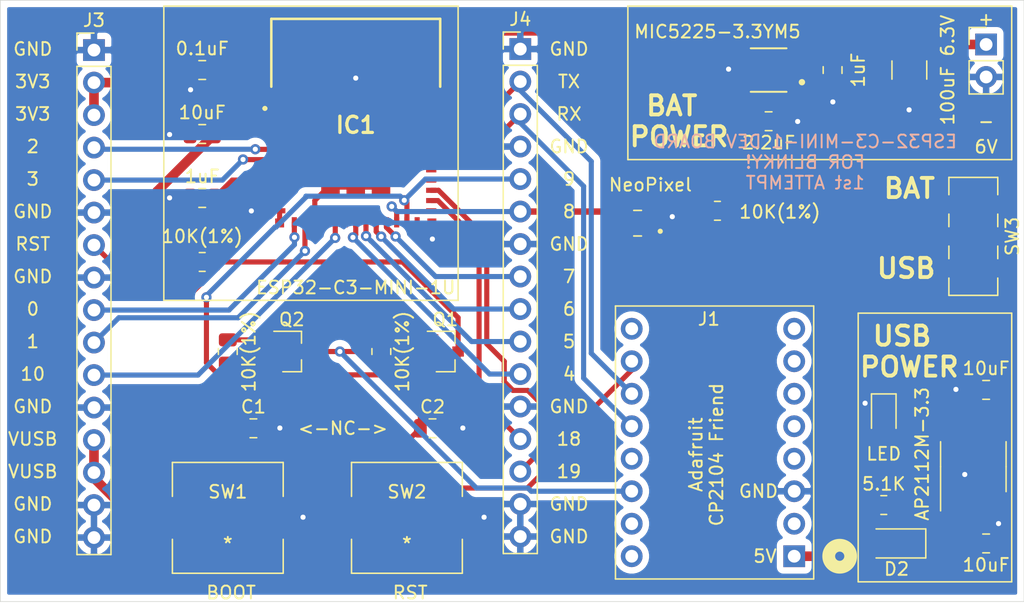
<source format=kicad_pcb>
(kicad_pcb (version 20171130) (host pcbnew "(5.1.12-1-10_14)")

  (general
    (thickness 1.6)
    (drawings 59)
    (tracks 294)
    (zones 0)
    (modules 30)
    (nets 56)
  )

  (page A4)
  (layers
    (0 F.Cu signal)
    (31 B.Cu signal)
    (32 B.Adhes user hide)
    (33 F.Adhes user hide)
    (34 B.Paste user hide)
    (35 F.Paste user)
    (36 B.SilkS user hide)
    (37 F.SilkS user)
    (38 B.Mask user hide)
    (39 F.Mask user hide)
    (40 Dwgs.User user hide)
    (41 Cmts.User user hide)
    (42 Eco1.User user hide)
    (43 Eco2.User user hide)
    (44 Edge.Cuts user)
    (45 Margin user hide)
    (46 B.CrtYd user hide)
    (47 F.CrtYd user hide)
    (48 B.Fab user hide)
    (49 F.Fab user hide)
  )

  (setup
    (last_trace_width 0.75)
    (user_trace_width 0.4)
    (user_trace_width 0.5)
    (user_trace_width 0.75)
    (trace_clearance 0.2)
    (zone_clearance 0.508)
    (zone_45_only no)
    (trace_min 0.2)
    (via_size 0.8)
    (via_drill 0.4)
    (via_min_size 0.4)
    (via_min_drill 0.3)
    (uvia_size 0.3)
    (uvia_drill 0.1)
    (uvias_allowed no)
    (uvia_min_size 0.2)
    (uvia_min_drill 0.1)
    (edge_width 0.05)
    (segment_width 0.2)
    (pcb_text_width 0.3)
    (pcb_text_size 1.5 1.5)
    (mod_edge_width 0.12)
    (mod_text_size 1 1)
    (mod_text_width 0.15)
    (pad_size 1.524 1.524)
    (pad_drill 0.762)
    (pad_to_mask_clearance 0)
    (aux_axis_origin 0 0)
    (grid_origin 53.8438 142.6277)
    (visible_elements FFFFFF7F)
    (pcbplotparams
      (layerselection 0x010fc_ffffffff)
      (usegerberextensions false)
      (usegerberattributes false)
      (usegerberadvancedattributes true)
      (creategerberjobfile true)
      (excludeedgelayer true)
      (linewidth 0.100000)
      (plotframeref false)
      (viasonmask false)
      (mode 1)
      (useauxorigin false)
      (hpglpennumber 1)
      (hpglpenspeed 20)
      (hpglpendiameter 15.000000)
      (psnegative false)
      (psa4output false)
      (plotreference true)
      (plotvalue true)
      (plotinvisibletext false)
      (padsonsilk false)
      (subtractmaskfromsilk false)
      (outputformat 1)
      (mirror false)
      (drillshape 0)
      (scaleselection 1)
      (outputdirectory "esp32devboard1"))
  )

  (net 0 "")
  (net 1 GND)
  (net 2 /GPIO9)
  (net 3 /CHIP_PU)
  (net 4 +5V)
  (net 5 /USB3v)
  (net 6 /BAT3V)
  (net 7 +3V3)
  (net 8 /GPIO8)
  (net 9 "Net-(D1-Pad1)")
  (net 10 VBUS)
  (net 11 "Net-(D3-Pad2)")
  (net 12 "Net-(J1-Pad9)")
  (net 13 "Net-(J1-Pad8)")
  (net 14 /RTS)
  (net 15 "Net-(J1-Pad7)")
  (net 16 /U0TXD)
  (net 17 "Net-(J1-Pad6)")
  (net 18 /U0RXD)
  (net 19 "Net-(J1-Pad5)")
  (net 20 "Net-(J1-Pad13)")
  (net 21 "Net-(J1-Pad4)")
  (net 22 /DTR)
  (net 23 "Net-(J1-Pad15)")
  (net 24 "Net-(J1-Pad2)")
  (net 25 "Net-(J1-Pad16)")
  (net 26 "Net-(Q1-Pad1)")
  (net 27 "Net-(Q2-Pad1)")
  (net 28 "Net-(U1-Pad4)")
  (net 29 "Net-(U2-Pad4)")
  (net 30 "Net-(IC1-Pad35)")
  (net 31 "Net-(IC1-Pad34)")
  (net 32 "Net-(IC1-Pad33)")
  (net 33 "Net-(IC1-Pad32)")
  (net 34 "Net-(IC1-Pad29)")
  (net 35 "Net-(IC1-Pad28)")
  (net 36 /GPIO19)
  (net 37 /GPIO18)
  (net 38 "Net-(IC1-Pad25)")
  (net 39 "Net-(IC1-Pad24)")
  (net 40 /GPIO7)
  (net 41 /GPIO6)
  (net 42 /GPIO5)
  (net 43 /GPIO4)
  (net 44 "Net-(IC1-Pad17)")
  (net 45 /GPIO10)
  (net 46 "Net-(IC1-Pad15)")
  (net 47 /GPIO1)
  (net 48 /GPIO0)
  (net 49 "Net-(IC1-Pad10)")
  (net 50 "Net-(IC1-Pad9)")
  (net 51 "Net-(IC1-Pad7)")
  (net 52 /GPIO3)
  (net 53 /GPIO2)
  (net 54 "Net-(IC1-Pad4)")
  (net 55 "Net-(BT1-Pad1)")

  (net_class Default "This is the default net class."
    (clearance 0.2)
    (trace_width 0.25)
    (via_dia 0.8)
    (via_drill 0.4)
    (uvia_dia 0.3)
    (uvia_drill 0.1)
    (add_net +3V3)
    (add_net +5V)
    (add_net /BAT3V)
    (add_net /CHIP_PU)
    (add_net /DTR)
    (add_net /GPIO0)
    (add_net /GPIO1)
    (add_net /GPIO10)
    (add_net /GPIO18)
    (add_net /GPIO19)
    (add_net /GPIO2)
    (add_net /GPIO3)
    (add_net /GPIO4)
    (add_net /GPIO5)
    (add_net /GPIO6)
    (add_net /GPIO7)
    (add_net /GPIO8)
    (add_net /GPIO9)
    (add_net /RTS)
    (add_net /U0RXD)
    (add_net /U0TXD)
    (add_net /USB3v)
    (add_net GND)
    (add_net "Net-(BT1-Pad1)")
    (add_net "Net-(D1-Pad1)")
    (add_net "Net-(D3-Pad2)")
    (add_net "Net-(IC1-Pad10)")
    (add_net "Net-(IC1-Pad15)")
    (add_net "Net-(IC1-Pad17)")
    (add_net "Net-(IC1-Pad24)")
    (add_net "Net-(IC1-Pad25)")
    (add_net "Net-(IC1-Pad28)")
    (add_net "Net-(IC1-Pad29)")
    (add_net "Net-(IC1-Pad32)")
    (add_net "Net-(IC1-Pad33)")
    (add_net "Net-(IC1-Pad34)")
    (add_net "Net-(IC1-Pad35)")
    (add_net "Net-(IC1-Pad4)")
    (add_net "Net-(IC1-Pad7)")
    (add_net "Net-(IC1-Pad9)")
    (add_net "Net-(J1-Pad13)")
    (add_net "Net-(J1-Pad15)")
    (add_net "Net-(J1-Pad16)")
    (add_net "Net-(J1-Pad2)")
    (add_net "Net-(J1-Pad4)")
    (add_net "Net-(J1-Pad5)")
    (add_net "Net-(J1-Pad6)")
    (add_net "Net-(J1-Pad7)")
    (add_net "Net-(J1-Pad8)")
    (add_net "Net-(J1-Pad9)")
    (add_net "Net-(Q1-Pad1)")
    (add_net "Net-(Q2-Pad1)")
    (add_net "Net-(U1-Pad4)")
    (add_net "Net-(U2-Pad4)")
    (add_net VBUS)
  )

  (module Connector_PinHeader_2.54mm:PinHeader_1x02_P2.54mm_Vertical (layer F.Cu) (tedit 59FED5CC) (tstamp 61BDA04E)
    (at 111.8438 101.6277)
    (descr "Through hole straight pin header, 1x02, 2.54mm pitch, single row")
    (tags "Through hole pin header THT 1x02 2.54mm single row")
    (path /61FFFC19)
    (fp_text reference BT1 (at 0 -2.33) (layer F.SilkS) hide
      (effects (font (size 1 1) (thickness 0.15)))
    )
    (fp_text value Battery_Cell (at 0 4.87) (layer F.Fab)
      (effects (font (size 1 1) (thickness 0.15)))
    )
    (fp_text user %R (at 0 1.27 90) (layer F.Fab)
      (effects (font (size 1 1) (thickness 0.15)))
    )
    (fp_line (start -0.635 -1.27) (end 1.27 -1.27) (layer F.Fab) (width 0.1))
    (fp_line (start 1.27 -1.27) (end 1.27 3.81) (layer F.Fab) (width 0.1))
    (fp_line (start 1.27 3.81) (end -1.27 3.81) (layer F.Fab) (width 0.1))
    (fp_line (start -1.27 3.81) (end -1.27 -0.635) (layer F.Fab) (width 0.1))
    (fp_line (start -1.27 -0.635) (end -0.635 -1.27) (layer F.Fab) (width 0.1))
    (fp_line (start -1.33 3.87) (end 1.33 3.87) (layer F.SilkS) (width 0.12))
    (fp_line (start -1.33 1.27) (end -1.33 3.87) (layer F.SilkS) (width 0.12))
    (fp_line (start 1.33 1.27) (end 1.33 3.87) (layer F.SilkS) (width 0.12))
    (fp_line (start -1.33 1.27) (end 1.33 1.27) (layer F.SilkS) (width 0.12))
    (fp_line (start -1.33 0) (end -1.33 -1.33) (layer F.SilkS) (width 0.12))
    (fp_line (start -1.33 -1.33) (end 0 -1.33) (layer F.SilkS) (width 0.12))
    (fp_line (start -1.8 -1.8) (end -1.8 4.35) (layer F.CrtYd) (width 0.05))
    (fp_line (start -1.8 4.35) (end 1.8 4.35) (layer F.CrtYd) (width 0.05))
    (fp_line (start 1.8 4.35) (end 1.8 -1.8) (layer F.CrtYd) (width 0.05))
    (fp_line (start 1.8 -1.8) (end -1.8 -1.8) (layer F.CrtYd) (width 0.05))
    (pad 2 thru_hole oval (at 0 2.54) (size 1.7 1.7) (drill 1) (layers *.Cu *.Mask)
      (net 1 GND))
    (pad 1 thru_hole rect (at 0 0) (size 1.7 1.7) (drill 1) (layers *.Cu *.Mask)
      (net 55 "Net-(BT1-Pad1)"))
    (model ${KISYS3DMOD}/Connector_PinHeader_2.54mm.3dshapes/PinHeader_1x02_P2.54mm_Vertical.wrl
      (at (xyz 0 0 0))
      (scale (xyz 1 1 1))
      (rotate (xyz 0 0 0))
    )
  )

  (module Connector_PinHeader_2.54mm:PinHeader_1x16_P2.54mm_Vertical (layer F.Cu) (tedit 59FED5CC) (tstamp 61BDA32A)
    (at 75.4338 101.9877)
    (descr "Through hole straight pin header, 1x16, 2.54mm pitch, single row")
    (tags "Through hole pin header THT 1x16 2.54mm single row")
    (path /61E65567)
    (fp_text reference J4 (at 0 -2.33) (layer F.SilkS)
      (effects (font (size 1 1) (thickness 0.15)))
    )
    (fp_text value HDR2 (at 0 40.43) (layer F.Fab)
      (effects (font (size 1 1) (thickness 0.15)))
    )
    (fp_text user %R (at 0 19.05 90) (layer F.Fab)
      (effects (font (size 1 1) (thickness 0.15)))
    )
    (fp_line (start -0.635 -1.27) (end 1.27 -1.27) (layer F.Fab) (width 0.1))
    (fp_line (start 1.27 -1.27) (end 1.27 39.37) (layer F.Fab) (width 0.1))
    (fp_line (start 1.27 39.37) (end -1.27 39.37) (layer F.Fab) (width 0.1))
    (fp_line (start -1.27 39.37) (end -1.27 -0.635) (layer F.Fab) (width 0.1))
    (fp_line (start -1.27 -0.635) (end -0.635 -1.27) (layer F.Fab) (width 0.1))
    (fp_line (start -1.33 39.43) (end 1.33 39.43) (layer F.SilkS) (width 0.12))
    (fp_line (start -1.33 1.27) (end -1.33 39.43) (layer F.SilkS) (width 0.12))
    (fp_line (start 1.33 1.27) (end 1.33 39.43) (layer F.SilkS) (width 0.12))
    (fp_line (start -1.33 1.27) (end 1.33 1.27) (layer F.SilkS) (width 0.12))
    (fp_line (start -1.33 0) (end -1.33 -1.33) (layer F.SilkS) (width 0.12))
    (fp_line (start -1.33 -1.33) (end 0 -1.33) (layer F.SilkS) (width 0.12))
    (fp_line (start -1.8 -1.8) (end -1.8 39.9) (layer F.CrtYd) (width 0.05))
    (fp_line (start -1.8 39.9) (end 1.8 39.9) (layer F.CrtYd) (width 0.05))
    (fp_line (start 1.8 39.9) (end 1.8 -1.8) (layer F.CrtYd) (width 0.05))
    (fp_line (start 1.8 -1.8) (end -1.8 -1.8) (layer F.CrtYd) (width 0.05))
    (pad 16 thru_hole oval (at 0 38.1) (size 1.7 1.7) (drill 1) (layers *.Cu *.Mask)
      (net 1 GND))
    (pad 15 thru_hole oval (at 0 35.56) (size 1.7 1.7) (drill 1) (layers *.Cu *.Mask)
      (net 1 GND))
    (pad 14 thru_hole oval (at 0 33.02) (size 1.7 1.7) (drill 1) (layers *.Cu *.Mask)
      (net 36 /GPIO19))
    (pad 13 thru_hole oval (at 0 30.48) (size 1.7 1.7) (drill 1) (layers *.Cu *.Mask)
      (net 37 /GPIO18))
    (pad 12 thru_hole oval (at 0 27.94) (size 1.7 1.7) (drill 1) (layers *.Cu *.Mask)
      (net 1 GND))
    (pad 11 thru_hole oval (at 0 25.4) (size 1.7 1.7) (drill 1) (layers *.Cu *.Mask)
      (net 43 /GPIO4))
    (pad 10 thru_hole oval (at 0 22.86) (size 1.7 1.7) (drill 1) (layers *.Cu *.Mask)
      (net 42 /GPIO5))
    (pad 9 thru_hole oval (at 0 20.32) (size 1.7 1.7) (drill 1) (layers *.Cu *.Mask)
      (net 41 /GPIO6))
    (pad 8 thru_hole oval (at 0 17.78) (size 1.7 1.7) (drill 1) (layers *.Cu *.Mask)
      (net 40 /GPIO7))
    (pad 7 thru_hole oval (at 0 15.24) (size 1.7 1.7) (drill 1) (layers *.Cu *.Mask)
      (net 1 GND))
    (pad 6 thru_hole oval (at 0 12.7) (size 1.7 1.7) (drill 1) (layers *.Cu *.Mask)
      (net 8 /GPIO8))
    (pad 5 thru_hole oval (at 0 10.16) (size 1.7 1.7) (drill 1) (layers *.Cu *.Mask)
      (net 2 /GPIO9))
    (pad 4 thru_hole oval (at 0 7.62) (size 1.7 1.7) (drill 1) (layers *.Cu *.Mask)
      (net 1 GND))
    (pad 3 thru_hole oval (at 0 5.08) (size 1.7 1.7) (drill 1) (layers *.Cu *.Mask)
      (net 18 /U0RXD))
    (pad 2 thru_hole oval (at 0 2.54) (size 1.7 1.7) (drill 1) (layers *.Cu *.Mask)
      (net 16 /U0TXD))
    (pad 1 thru_hole rect (at 0 0) (size 1.7 1.7) (drill 1) (layers *.Cu *.Mask)
      (net 1 GND))
    (model ${KISYS3DMOD}/Connector_PinHeader_2.54mm.3dshapes/PinHeader_1x16_P2.54mm_Vertical.wrl
      (at (xyz 0 0 0))
      (scale (xyz 1 1 1))
      (rotate (xyz 0 0 0))
    )
  )

  (module Connector_PinHeader_2.54mm:PinHeader_1x16_P2.54mm_Vertical (layer F.Cu) (tedit 59FED5CC) (tstamp 61BDA306)
    (at 42.1138 102.0677)
    (descr "Through hole straight pin header, 1x16, 2.54mm pitch, single row")
    (tags "Through hole pin header THT 1x16 2.54mm single row")
    (path /61E633D5)
    (fp_text reference J3 (at 0 -2.33) (layer F.SilkS)
      (effects (font (size 1 1) (thickness 0.15)))
    )
    (fp_text value HDR1 (at 0 40.43) (layer F.Fab)
      (effects (font (size 1 1) (thickness 0.15)))
    )
    (fp_text user %R (at 0 19.05 90) (layer F.Fab)
      (effects (font (size 1 1) (thickness 0.15)))
    )
    (fp_line (start -0.635 -1.27) (end 1.27 -1.27) (layer F.Fab) (width 0.1))
    (fp_line (start 1.27 -1.27) (end 1.27 39.37) (layer F.Fab) (width 0.1))
    (fp_line (start 1.27 39.37) (end -1.27 39.37) (layer F.Fab) (width 0.1))
    (fp_line (start -1.27 39.37) (end -1.27 -0.635) (layer F.Fab) (width 0.1))
    (fp_line (start -1.27 -0.635) (end -0.635 -1.27) (layer F.Fab) (width 0.1))
    (fp_line (start -1.33 39.43) (end 1.33 39.43) (layer F.SilkS) (width 0.12))
    (fp_line (start -1.33 1.27) (end -1.33 39.43) (layer F.SilkS) (width 0.12))
    (fp_line (start 1.33 1.27) (end 1.33 39.43) (layer F.SilkS) (width 0.12))
    (fp_line (start -1.33 1.27) (end 1.33 1.27) (layer F.SilkS) (width 0.12))
    (fp_line (start -1.33 0) (end -1.33 -1.33) (layer F.SilkS) (width 0.12))
    (fp_line (start -1.33 -1.33) (end 0 -1.33) (layer F.SilkS) (width 0.12))
    (fp_line (start -1.8 -1.8) (end -1.8 39.9) (layer F.CrtYd) (width 0.05))
    (fp_line (start -1.8 39.9) (end 1.8 39.9) (layer F.CrtYd) (width 0.05))
    (fp_line (start 1.8 39.9) (end 1.8 -1.8) (layer F.CrtYd) (width 0.05))
    (fp_line (start 1.8 -1.8) (end -1.8 -1.8) (layer F.CrtYd) (width 0.05))
    (pad 16 thru_hole oval (at 0 38.1) (size 1.7 1.7) (drill 1) (layers *.Cu *.Mask)
      (net 1 GND))
    (pad 15 thru_hole oval (at 0 35.56) (size 1.7 1.7) (drill 1) (layers *.Cu *.Mask)
      (net 1 GND))
    (pad 14 thru_hole oval (at 0 33.02) (size 1.7 1.7) (drill 1) (layers *.Cu *.Mask)
      (net 4 +5V))
    (pad 13 thru_hole oval (at 0 30.48) (size 1.7 1.7) (drill 1) (layers *.Cu *.Mask)
      (net 4 +5V))
    (pad 12 thru_hole oval (at 0 27.94) (size 1.7 1.7) (drill 1) (layers *.Cu *.Mask)
      (net 1 GND))
    (pad 11 thru_hole oval (at 0 25.4) (size 1.7 1.7) (drill 1) (layers *.Cu *.Mask)
      (net 45 /GPIO10))
    (pad 10 thru_hole oval (at 0 22.86) (size 1.7 1.7) (drill 1) (layers *.Cu *.Mask)
      (net 47 /GPIO1))
    (pad 9 thru_hole oval (at 0 20.32) (size 1.7 1.7) (drill 1) (layers *.Cu *.Mask)
      (net 48 /GPIO0))
    (pad 8 thru_hole oval (at 0 17.78) (size 1.7 1.7) (drill 1) (layers *.Cu *.Mask)
      (net 1 GND))
    (pad 7 thru_hole oval (at 0 15.24) (size 1.7 1.7) (drill 1) (layers *.Cu *.Mask)
      (net 3 /CHIP_PU))
    (pad 6 thru_hole oval (at 0 12.7) (size 1.7 1.7) (drill 1) (layers *.Cu *.Mask)
      (net 1 GND))
    (pad 5 thru_hole oval (at 0 10.16) (size 1.7 1.7) (drill 1) (layers *.Cu *.Mask)
      (net 52 /GPIO3))
    (pad 4 thru_hole oval (at 0 7.62) (size 1.7 1.7) (drill 1) (layers *.Cu *.Mask)
      (net 53 /GPIO2))
    (pad 3 thru_hole oval (at 0 5.08) (size 1.7 1.7) (drill 1) (layers *.Cu *.Mask)
      (net 7 +3V3))
    (pad 2 thru_hole oval (at 0 2.54) (size 1.7 1.7) (drill 1) (layers *.Cu *.Mask)
      (net 7 +3V3))
    (pad 1 thru_hole rect (at 0 0) (size 1.7 1.7) (drill 1) (layers *.Cu *.Mask)
      (net 1 GND))
    (model ${KISYS3DMOD}/Connector_PinHeader_2.54mm.3dshapes/PinHeader_1x16_P2.54mm_Vertical.wrl
      (at (xyz 0 0 0))
      (scale (xyz 1 1 1))
      (rotate (xyz 0 0 0))
    )
  )

  (module Resistor_SMD:R_0805_2012Metric (layer F.Cu) (tedit 5F68FEEE) (tstamp 61BD93C0)
    (at 50.5738 118.6277)
    (descr "Resistor SMD 0805 (2012 Metric), square (rectangular) end terminal, IPC_7351 nominal, (Body size source: IPC-SM-782 page 72, https://www.pcb-3d.com/wordpress/wp-content/uploads/ipc-sm-782a_amendment_1_and_2.pdf), generated with kicad-footprint-generator")
    (tags resistor)
    (path /61D2C595)
    (attr smd)
    (fp_text reference R4 (at 0 -1.65) (layer F.SilkS) hide
      (effects (font (size 1 1) (thickness 0.15)))
    )
    (fp_text value "10K(1%)" (at 0 -2) (layer F.SilkS)
      (effects (font (size 1 1) (thickness 0.15)))
    )
    (fp_text user %R (at 0 0) (layer F.Fab)
      (effects (font (size 0.5 0.5) (thickness 0.08)))
    )
    (fp_line (start -1 0.625) (end -1 -0.625) (layer F.Fab) (width 0.1))
    (fp_line (start -1 -0.625) (end 1 -0.625) (layer F.Fab) (width 0.1))
    (fp_line (start 1 -0.625) (end 1 0.625) (layer F.Fab) (width 0.1))
    (fp_line (start 1 0.625) (end -1 0.625) (layer F.Fab) (width 0.1))
    (fp_line (start -0.227064 -0.735) (end 0.227064 -0.735) (layer F.SilkS) (width 0.12))
    (fp_line (start -0.227064 0.735) (end 0.227064 0.735) (layer F.SilkS) (width 0.12))
    (fp_line (start -1.68 0.95) (end -1.68 -0.95) (layer F.CrtYd) (width 0.05))
    (fp_line (start -1.68 -0.95) (end 1.68 -0.95) (layer F.CrtYd) (width 0.05))
    (fp_line (start 1.68 -0.95) (end 1.68 0.95) (layer F.CrtYd) (width 0.05))
    (fp_line (start 1.68 0.95) (end -1.68 0.95) (layer F.CrtYd) (width 0.05))
    (pad 2 smd roundrect (at 0.9125 0) (size 1.025 1.4) (layers F.Cu F.Paste F.Mask) (roundrect_rratio 0.2439014634146341)
      (net 3 /CHIP_PU))
    (pad 1 smd roundrect (at -0.9125 0) (size 1.025 1.4) (layers F.Cu F.Paste F.Mask) (roundrect_rratio 0.2439014634146341)
      (net 7 +3V3))
    (model ${KISYS3DMOD}/Resistor_SMD.3dshapes/R_0805_2012Metric.wrl
      (at (xyz 0 0 0))
      (scale (xyz 1 1 1))
      (rotate (xyz 0 0 0))
    )
  )

  (module "Joels KiCad Footprint Library:ESP32-C3-MINI-1" (layer F.Cu) (tedit 61BD0EA3) (tstamp 61BD901A)
    (at 62.5738 110.6277)
    (descr ESP32-C3-MINI-1-H4-1)
    (tags "Integrated Circuit")
    (path /61D1A13C)
    (attr smd)
    (fp_text reference IC1 (at 0 -2.7) (layer F.SilkS)
      (effects (font (size 1.27 1.27) (thickness 0.254)))
    )
    (fp_text value ESP32-C3-MINI-1-H4 (at 0 -2.7) (layer F.SilkS) hide
      (effects (font (size 1.27 1.27) (thickness 0.254)))
    )
    (fp_arc (start -7.1 -4) (end -7.2 -4) (angle -180) (layer F.SilkS) (width 0.2))
    (fp_arc (start -7.1 -4) (end -7 -4) (angle -180) (layer F.SilkS) (width 0.2))
    (fp_line (start -6.6 -11) (end 6.6 -11) (layer Dwgs.User) (width 0.1))
    (fp_line (start 6.6 -11) (end 6.6 5.6) (layer Dwgs.User) (width 0.1))
    (fp_line (start 6.6 5.6) (end -6.6 5.6) (layer Dwgs.User) (width 0.1))
    (fp_line (start -6.6 5.6) (end -6.6 -11) (layer Dwgs.User) (width 0.1))
    (fp_line (start -7.6 -12) (end 7.6 -12) (layer Dwgs.User) (width 0.1))
    (fp_line (start 7.6 -12) (end 7.6 6.6) (layer Dwgs.User) (width 0.1))
    (fp_line (start 7.6 6.6) (end -7.6 6.6) (layer Dwgs.User) (width 0.1))
    (fp_line (start -7.6 6.6) (end -7.6 -12) (layer Dwgs.User) (width 0.1))
    (fp_line (start -6.6 -5.7) (end -6.6 -11) (layer F.SilkS) (width 0.2))
    (fp_line (start -6.6 -11) (end 6.6 -11) (layer F.SilkS) (width 0.2))
    (fp_line (start 6.6 -11) (end 6.6 -5.7) (layer F.SilkS) (width 0.2))
    (fp_line (start -7 -4) (end -7 -4) (layer F.SilkS) (width 0.2))
    (fp_line (start -7.2 -4) (end -7.2 -4) (layer F.SilkS) (width 0.2))
    (pad 61 smd rect (at 5.95 -4.95) (size 0.7 0.7) (layers F.Cu F.Paste F.Mask)
      (net 1 GND))
    (pad 60 smd rect (at 5.95 4.95) (size 0.7 0.7) (layers F.Cu F.Paste F.Mask)
      (net 1 GND))
    (pad 59 smd rect (at -5.95 4.95) (size 0.7 0.7) (layers F.Cu F.Paste F.Mask)
      (net 1 GND))
    (pad 58 smd rect (at -5.95 -4.95) (size 0.7 0.7) (layers F.Cu F.Paste F.Mask)
      (net 1 GND))
    (pad 57 smd rect (at 1.975 0) (size 1.45 1.45) (layers F.Cu F.Paste F.Mask)
      (net 1 GND))
    (pad 56 smd rect (at 1.975 1.975) (size 1.45 1.45) (layers F.Cu F.Paste F.Mask)
      (net 1 GND))
    (pad 55 smd rect (at 0 1.975) (size 1.45 1.45) (layers F.Cu F.Paste F.Mask)
      (net 1 GND))
    (pad 54 smd rect (at -1.975 1.975) (size 1.45 1.45) (layers F.Cu F.Paste F.Mask)
      (net 1 GND))
    (pad 53 smd rect (at -1.975 0) (size 1.45 1.45) (layers F.Cu F.Paste F.Mask)
      (net 1 GND))
    (pad 52 smd rect (at -1.975 -1.975) (size 1.45 1.45) (layers F.Cu F.Paste F.Mask)
      (net 1 GND))
    (pad 51 smd rect (at 0 -1.975) (size 1.45 1.45) (layers F.Cu F.Paste F.Mask)
      (net 1 GND))
    (pad 50 smd rect (at 1.975 -1.975) (size 1.45 1.45) (layers F.Cu F.Paste F.Mask)
      (net 1 GND))
    (pad 49 smd rect (at 0 0) (size 1.45 1.45) (layers F.Cu F.Paste F.Mask)
      (net 1 GND))
    (pad 48 smd rect (at -4.8 -4.9) (size 0.4 0.8) (layers F.Cu F.Paste F.Mask)
      (net 1 GND))
    (pad 47 smd rect (at -4 -4.9) (size 0.4 0.8) (layers F.Cu F.Paste F.Mask)
      (net 1 GND))
    (pad 46 smd rect (at -3.2 -4.9) (size 0.4 0.8) (layers F.Cu F.Paste F.Mask)
      (net 1 GND))
    (pad 45 smd rect (at -2.4 -4.9) (size 0.4 0.8) (layers F.Cu F.Paste F.Mask)
      (net 1 GND))
    (pad 44 smd rect (at -1.6 -4.9) (size 0.4 0.8) (layers F.Cu F.Paste F.Mask)
      (net 1 GND))
    (pad 43 smd rect (at -0.8 -4.9) (size 0.4 0.8) (layers F.Cu F.Paste F.Mask)
      (net 1 GND))
    (pad 42 smd rect (at 0 -4.9) (size 0.4 0.8) (layers F.Cu F.Paste F.Mask)
      (net 1 GND))
    (pad 41 smd rect (at 0.8 -4.9) (size 0.4 0.8) (layers F.Cu F.Paste F.Mask)
      (net 1 GND))
    (pad 40 smd rect (at 1.6 -4.9) (size 0.4 0.8) (layers F.Cu F.Paste F.Mask)
      (net 1 GND))
    (pad 39 smd rect (at 2.4 -4.9) (size 0.4 0.8) (layers F.Cu F.Paste F.Mask)
      (net 1 GND))
    (pad 38 smd rect (at 3.2 -4.9) (size 0.4 0.8) (layers F.Cu F.Paste F.Mask)
      (net 1 GND))
    (pad 37 smd rect (at 4 -4.9) (size 0.4 0.8) (layers F.Cu F.Paste F.Mask)
      (net 1 GND))
    (pad 36 smd rect (at 4.8 -4.9) (size 0.4 0.8) (layers F.Cu F.Paste F.Mask)
      (net 1 GND))
    (pad 35 smd rect (at 5.9 -4 90) (size 0.4 0.8) (layers F.Cu F.Paste F.Mask)
      (net 30 "Net-(IC1-Pad35)"))
    (pad 34 smd rect (at 5.9 -3.2 90) (size 0.4 0.8) (layers F.Cu F.Paste F.Mask)
      (net 31 "Net-(IC1-Pad34)"))
    (pad 33 smd rect (at 5.9 -2.4 90) (size 0.4 0.8) (layers F.Cu F.Paste F.Mask)
      (net 32 "Net-(IC1-Pad33)"))
    (pad 32 smd rect (at 5.9 -1.6 90) (size 0.4 0.8) (layers F.Cu F.Paste F.Mask)
      (net 33 "Net-(IC1-Pad32)"))
    (pad 31 smd rect (at 5.9 -0.8 90) (size 0.4 0.8) (layers F.Cu F.Paste F.Mask)
      (net 16 /U0TXD))
    (pad 30 smd rect (at 5.9 0 90) (size 0.4 0.8) (layers F.Cu F.Paste F.Mask)
      (net 18 /U0RXD))
    (pad 29 smd rect (at 5.9 0.8 90) (size 0.4 0.8) (layers F.Cu F.Paste F.Mask)
      (net 34 "Net-(IC1-Pad29)"))
    (pad 28 smd rect (at 5.9 1.6 90) (size 0.4 0.8) (layers F.Cu F.Paste F.Mask)
      (net 35 "Net-(IC1-Pad28)"))
    (pad 27 smd rect (at 5.9 2.4 90) (size 0.4 0.8) (layers F.Cu F.Paste F.Mask)
      (net 36 /GPIO19))
    (pad 26 smd rect (at 5.9 3.2 90) (size 0.4 0.8) (layers F.Cu F.Paste F.Mask)
      (net 37 /GPIO18))
    (pad 25 smd rect (at 5.9 4 90) (size 0.4 0.8) (layers F.Cu F.Paste F.Mask)
      (net 38 "Net-(IC1-Pad25)"))
    (pad 24 smd rect (at 4.8 4.9) (size 0.4 0.8) (layers F.Cu F.Paste F.Mask)
      (net 39 "Net-(IC1-Pad24)"))
    (pad 23 smd rect (at 4 4.9) (size 0.4 0.8) (layers F.Cu F.Paste F.Mask)
      (net 2 /GPIO9))
    (pad 22 smd rect (at 3.2 4.9) (size 0.4 0.8) (layers F.Cu F.Paste F.Mask)
      (net 8 /GPIO8))
    (pad 21 smd rect (at 2.4 4.9) (size 0.4 0.8) (layers F.Cu F.Paste F.Mask)
      (net 40 /GPIO7))
    (pad 20 smd rect (at 1.6 4.9) (size 0.4 0.8) (layers F.Cu F.Paste F.Mask)
      (net 41 /GPIO6))
    (pad 19 smd rect (at 0.8 4.9) (size 0.4 0.8) (layers F.Cu F.Paste F.Mask)
      (net 42 /GPIO5))
    (pad 18 smd rect (at 0 4.9) (size 0.4 0.8) (layers F.Cu F.Paste F.Mask)
      (net 43 /GPIO4))
    (pad 17 smd rect (at -0.8 4.9) (size 0.4 0.8) (layers F.Cu F.Paste F.Mask)
      (net 44 "Net-(IC1-Pad17)"))
    (pad 16 smd rect (at -1.6 4.9) (size 0.4 0.8) (layers F.Cu F.Paste F.Mask)
      (net 45 /GPIO10))
    (pad 15 smd rect (at -2.4 4.9) (size 0.4 0.8) (layers F.Cu F.Paste F.Mask)
      (net 46 "Net-(IC1-Pad15)"))
    (pad 14 smd rect (at -3.2 4.9) (size 0.4 0.8) (layers F.Cu F.Paste F.Mask)
      (net 1 GND))
    (pad 13 smd rect (at -4 4.9) (size 0.4 0.8) (layers F.Cu F.Paste F.Mask)
      (net 47 /GPIO1))
    (pad 12 smd rect (at -4.8 4.9) (size 0.4 0.8) (layers F.Cu F.Paste F.Mask)
      (net 48 /GPIO0))
    (pad 11 smd rect (at -5.9 4 90) (size 0.4 0.8) (layers F.Cu F.Paste F.Mask)
      (net 1 GND))
    (pad 10 smd rect (at -5.9 3.2 90) (size 0.4 0.8) (layers F.Cu F.Paste F.Mask)
      (net 49 "Net-(IC1-Pad10)"))
    (pad 9 smd rect (at -5.9 2.4 90) (size 0.4 0.8) (layers F.Cu F.Paste F.Mask)
      (net 50 "Net-(IC1-Pad9)"))
    (pad 8 smd rect (at -5.9 1.6 90) (size 0.4 0.8) (layers F.Cu F.Paste F.Mask)
      (net 3 /CHIP_PU))
    (pad 7 smd rect (at -5.9 0.8 90) (size 0.4 0.8) (layers F.Cu F.Paste F.Mask)
      (net 51 "Net-(IC1-Pad7)"))
    (pad 6 smd rect (at -5.9 0 90) (size 0.4 0.8) (layers F.Cu F.Paste F.Mask)
      (net 52 /GPIO3))
    (pad 5 smd rect (at -5.9 -0.8 90) (size 0.4 0.8) (layers F.Cu F.Paste F.Mask)
      (net 53 /GPIO2))
    (pad 4 smd rect (at -5.9 -1.6 90) (size 0.4 0.8) (layers F.Cu F.Paste F.Mask)
      (net 54 "Net-(IC1-Pad4)"))
    (pad 3 smd rect (at -5.9 -2.4 90) (size 0.4 0.8) (layers F.Cu F.Paste F.Mask)
      (net 7 +3V3))
    (pad 2 smd rect (at -5.9 -3.2 90) (size 0.4 0.8) (layers F.Cu F.Paste F.Mask)
      (net 1 GND))
    (pad 1 smd rect (at -5.9 -4 90) (size 0.4 0.8) (layers F.Cu F.Paste F.Mask)
      (net 1 GND))
  )

  (module Capacitor_SMD:C_0805_2012Metric (layer F.Cu) (tedit 5F68FEEE) (tstamp 61BD8F5C)
    (at 50.5738 113.6277 180)
    (descr "Capacitor SMD 0805 (2012 Metric), square (rectangular) end terminal, IPC_7351 nominal, (Body size source: IPC-SM-782 page 76, https://www.pcb-3d.com/wordpress/wp-content/uploads/ipc-sm-782a_amendment_1_and_2.pdf, https://docs.google.com/spreadsheets/d/1BsfQQcO9C6DZCsRaXUlFlo91Tg2WpOkGARC1WS5S8t0/edit?usp=sharing), generated with kicad-footprint-generator")
    (tags capacitor)
    (path /61D41B79)
    (attr smd)
    (fp_text reference C10 (at 0 -1.68) (layer F.SilkS) hide
      (effects (font (size 1 1) (thickness 0.15)))
    )
    (fp_text value 1uF (at 0 1.68) (layer F.SilkS)
      (effects (font (size 1 1) (thickness 0.15)))
    )
    (fp_text user %R (at 0 0) (layer F.Fab)
      (effects (font (size 0.5 0.5) (thickness 0.08)))
    )
    (fp_line (start -1 0.625) (end -1 -0.625) (layer F.Fab) (width 0.1))
    (fp_line (start -1 -0.625) (end 1 -0.625) (layer F.Fab) (width 0.1))
    (fp_line (start 1 -0.625) (end 1 0.625) (layer F.Fab) (width 0.1))
    (fp_line (start 1 0.625) (end -1 0.625) (layer F.Fab) (width 0.1))
    (fp_line (start -0.261252 -0.735) (end 0.261252 -0.735) (layer F.SilkS) (width 0.12))
    (fp_line (start -0.261252 0.735) (end 0.261252 0.735) (layer F.SilkS) (width 0.12))
    (fp_line (start -1.7 0.98) (end -1.7 -0.98) (layer F.CrtYd) (width 0.05))
    (fp_line (start -1.7 -0.98) (end 1.7 -0.98) (layer F.CrtYd) (width 0.05))
    (fp_line (start 1.7 -0.98) (end 1.7 0.98) (layer F.CrtYd) (width 0.05))
    (fp_line (start 1.7 0.98) (end -1.7 0.98) (layer F.CrtYd) (width 0.05))
    (pad 2 smd roundrect (at 0.95 0 180) (size 1 1.45) (layers F.Cu F.Paste F.Mask) (roundrect_rratio 0.25)
      (net 1 GND))
    (pad 1 smd roundrect (at -0.95 0 180) (size 1 1.45) (layers F.Cu F.Paste F.Mask) (roundrect_rratio 0.25)
      (net 3 /CHIP_PU))
    (model ${KISYS3DMOD}/Capacitor_SMD.3dshapes/C_0805_2012Metric.wrl
      (at (xyz 0 0 0))
      (scale (xyz 1 1 1))
      (rotate (xyz 0 0 0))
    )
  )

  (module Capacitor_SMD:C_0805_2012Metric (layer F.Cu) (tedit 5F68FEEE) (tstamp 61BD8F4B)
    (at 50.5738 103.6277 180)
    (descr "Capacitor SMD 0805 (2012 Metric), square (rectangular) end terminal, IPC_7351 nominal, (Body size source: IPC-SM-782 page 76, https://www.pcb-3d.com/wordpress/wp-content/uploads/ipc-sm-782a_amendment_1_and_2.pdf, https://docs.google.com/spreadsheets/d/1BsfQQcO9C6DZCsRaXUlFlo91Tg2WpOkGARC1WS5S8t0/edit?usp=sharing), generated with kicad-footprint-generator")
    (tags capacitor)
    (path /61D22A0D)
    (attr smd)
    (fp_text reference C9 (at 0 -1.68) (layer F.SilkS) hide
      (effects (font (size 1 1) (thickness 0.15)))
    )
    (fp_text value 0.1uF (at 0 1.68) (layer F.SilkS)
      (effects (font (size 1 1) (thickness 0.15)))
    )
    (fp_text user %R (at 0 0) (layer F.Fab)
      (effects (font (size 0.5 0.5) (thickness 0.08)))
    )
    (fp_line (start -1 0.625) (end -1 -0.625) (layer F.Fab) (width 0.1))
    (fp_line (start -1 -0.625) (end 1 -0.625) (layer F.Fab) (width 0.1))
    (fp_line (start 1 -0.625) (end 1 0.625) (layer F.Fab) (width 0.1))
    (fp_line (start 1 0.625) (end -1 0.625) (layer F.Fab) (width 0.1))
    (fp_line (start -0.261252 -0.735) (end 0.261252 -0.735) (layer F.SilkS) (width 0.12))
    (fp_line (start -0.261252 0.735) (end 0.261252 0.735) (layer F.SilkS) (width 0.12))
    (fp_line (start -1.7 0.98) (end -1.7 -0.98) (layer F.CrtYd) (width 0.05))
    (fp_line (start -1.7 -0.98) (end 1.7 -0.98) (layer F.CrtYd) (width 0.05))
    (fp_line (start 1.7 -0.98) (end 1.7 0.98) (layer F.CrtYd) (width 0.05))
    (fp_line (start 1.7 0.98) (end -1.7 0.98) (layer F.CrtYd) (width 0.05))
    (pad 2 smd roundrect (at 0.95 0 180) (size 1 1.45) (layers F.Cu F.Paste F.Mask) (roundrect_rratio 0.25)
      (net 1 GND))
    (pad 1 smd roundrect (at -0.95 0 180) (size 1 1.45) (layers F.Cu F.Paste F.Mask) (roundrect_rratio 0.25)
      (net 7 +3V3))
    (model ${KISYS3DMOD}/Capacitor_SMD.3dshapes/C_0805_2012Metric.wrl
      (at (xyz 0 0 0))
      (scale (xyz 1 1 1))
      (rotate (xyz 0 0 0))
    )
  )

  (module Capacitor_SMD:C_0805_2012Metric (layer F.Cu) (tedit 5F68FEEE) (tstamp 61BD8F3A)
    (at 50.5738 108.6277 180)
    (descr "Capacitor SMD 0805 (2012 Metric), square (rectangular) end terminal, IPC_7351 nominal, (Body size source: IPC-SM-782 page 76, https://www.pcb-3d.com/wordpress/wp-content/uploads/ipc-sm-782a_amendment_1_and_2.pdf, https://docs.google.com/spreadsheets/d/1BsfQQcO9C6DZCsRaXUlFlo91Tg2WpOkGARC1WS5S8t0/edit?usp=sharing), generated with kicad-footprint-generator")
    (tags capacitor)
    (path /61D21B77)
    (attr smd)
    (fp_text reference C8 (at 0 -1.68) (layer F.SilkS) hide
      (effects (font (size 1 1) (thickness 0.15)))
    )
    (fp_text value 10uF (at 0 1.68) (layer F.SilkS)
      (effects (font (size 1 1) (thickness 0.15)))
    )
    (fp_text user %R (at 0 0) (layer F.Fab)
      (effects (font (size 0.5 0.5) (thickness 0.08)))
    )
    (fp_line (start -1 0.625) (end -1 -0.625) (layer F.Fab) (width 0.1))
    (fp_line (start -1 -0.625) (end 1 -0.625) (layer F.Fab) (width 0.1))
    (fp_line (start 1 -0.625) (end 1 0.625) (layer F.Fab) (width 0.1))
    (fp_line (start 1 0.625) (end -1 0.625) (layer F.Fab) (width 0.1))
    (fp_line (start -0.261252 -0.735) (end 0.261252 -0.735) (layer F.SilkS) (width 0.12))
    (fp_line (start -0.261252 0.735) (end 0.261252 0.735) (layer F.SilkS) (width 0.12))
    (fp_line (start -1.7 0.98) (end -1.7 -0.98) (layer F.CrtYd) (width 0.05))
    (fp_line (start -1.7 -0.98) (end 1.7 -0.98) (layer F.CrtYd) (width 0.05))
    (fp_line (start 1.7 -0.98) (end 1.7 0.98) (layer F.CrtYd) (width 0.05))
    (fp_line (start 1.7 0.98) (end -1.7 0.98) (layer F.CrtYd) (width 0.05))
    (pad 2 smd roundrect (at 0.95 0 180) (size 1 1.45) (layers F.Cu F.Paste F.Mask) (roundrect_rratio 0.25)
      (net 1 GND))
    (pad 1 smd roundrect (at -0.95 0 180) (size 1 1.45) (layers F.Cu F.Paste F.Mask) (roundrect_rratio 0.25)
      (net 7 +3V3))
    (model ${KISYS3DMOD}/Capacitor_SMD.3dshapes/C_0805_2012Metric.wrl
      (at (xyz 0 0 0))
      (scale (xyz 1 1 1))
      (rotate (xyz 0 0 0))
    )
  )

  (module "Joels KiCad Footprint Library:MIC5225-SOT23-5LD" (layer F.Cu) (tedit 5EF164F6) (tstamp 61BD510E)
    (at 94.8438 103.6277 180)
    (path /61C1FF3E)
    (fp_text reference U2 (at -1.4281 -2.5) (layer F.SilkS) hide
      (effects (font (size 1 1) (thickness 0.15)) (justify right))
    )
    (fp_text value MIC5225-3.3YM5 (at 4 3) (layer F.SilkS)
      (effects (font (size 1 1) (thickness 0.15)))
    )
    (fp_circle (center -2.6031 -0.95) (end -2.4781 -0.95) (layer F.SilkS) (width 0.25))
    (fp_line (start -1.4 -1.7) (end 1.4 -1.7) (layer F.SilkS) (width 0.15))
    (fp_line (start -1.4 1.7) (end 1.4 1.7) (layer F.SilkS) (width 0.15))
    (fp_line (start 2.478101 1.875) (end 2.478101 -1.875) (layer F.CrtYd) (width 0.15))
    (fp_line (start -2.478099 1.875) (end 2.478101 1.875) (layer F.CrtYd) (width 0.15))
    (fp_line (start -2.478099 -1.875) (end -2.478099 1.875) (layer F.CrtYd) (width 0.15))
    (fp_line (start 2.478101 -1.875) (end -2.478099 -1.875) (layer F.CrtYd) (width 0.15))
    (fp_line (start 2.478101 -1.875) (end 2.478101 -1.875) (layer F.CrtYd) (width 0.15))
    (fp_line (start 0.8 1.45) (end -0.8 1.45) (layer F.Fab) (width 0.15))
    (fp_line (start 0.8 -1.45) (end 0.8 1.45) (layer F.Fab) (width 0.15))
    (fp_line (start -0.8 -1.45) (end 0.8 -1.45) (layer F.Fab) (width 0.15))
    (fp_line (start -0.8 1.45) (end -0.8 -1.45) (layer F.Fab) (width 0.15))
    (pad 1 smd rect (at -1.175281 -0.95 180) (size 1.755639 0.609807) (layers F.Cu F.Paste F.Mask)
      (net 55 "Net-(BT1-Pad1)"))
    (pad 2 smd roundrect (at -1.175281 0.000001 180) (size 1.755639 0.609807) (layers F.Cu F.Paste F.Mask) (roundrect_rratio 0.4999991800684479)
      (net 1 GND))
    (pad 3 smd roundrect (at -1.175281 0.950001 180) (size 1.755639 0.609807) (layers F.Cu F.Paste F.Mask) (roundrect_rratio 0.4999991800684479)
      (net 55 "Net-(BT1-Pad1)"))
    (pad 4 smd roundrect (at 1.175282 0.950001 180) (size 1.755639 0.609807) (layers F.Cu F.Paste F.Mask) (roundrect_rratio 0.4999991800684479)
      (net 29 "Net-(U2-Pad4)"))
    (pad 5 smd roundrect (at 1.175282 -0.95 180) (size 1.755639 0.609807) (layers F.Cu F.Paste F.Mask) (roundrect_rratio 0.4999991800684479)
      (net 6 /BAT3V))
    (model eec.models/Microchip_Technology_-_MIC5225-3.3YM5-TR.step
      (at (xyz 0 0 0))
      (scale (xyz 1 1 1))
      (rotate (xyz 0 0 0))
    )
  )

  (module "Joels KiCad Footprint Library:Diodes-SO-8" (layer F.Cu) (tedit 61968D28) (tstamp 61BD50F9)
    (at 110.8438 134.6277 90)
    (descr "SO, 8 Pin (https://www.nxp.com/docs/en/data-sheet/PCF8523.pdf), generated with kicad-footprint-generator ipc_gullwing_generator.py")
    (tags "SO SO")
    (path /61BF3C99)
    (attr smd)
    (fp_text reference U1 (at 0 -3.4 90) (layer F.SilkS) hide
      (effects (font (size 1 1) (thickness 0.15)))
    )
    (fp_text value AP2112M-3.3 (at 1 -4 90) (layer F.SilkS)
      (effects (font (size 1 1) (thickness 0.15)))
    )
    (fp_line (start 3.7 -2.7) (end -3.7 -2.7) (layer F.CrtYd) (width 0.05))
    (fp_line (start 3.7 2.7) (end 3.7 -2.7) (layer F.CrtYd) (width 0.05))
    (fp_line (start -3.7 2.7) (end 3.7 2.7) (layer F.CrtYd) (width 0.05))
    (fp_line (start -3.7 -2.7) (end -3.7 2.7) (layer F.CrtYd) (width 0.05))
    (fp_line (start -1.95 -1.475) (end -0.975 -2.45) (layer F.Fab) (width 0.1))
    (fp_line (start -1.95 2.45) (end -1.95 -1.475) (layer F.Fab) (width 0.1))
    (fp_line (start 1.95 2.45) (end -1.95 2.45) (layer F.Fab) (width 0.1))
    (fp_line (start 1.95 -2.45) (end 1.95 2.45) (layer F.Fab) (width 0.1))
    (fp_line (start -0.975 -2.45) (end 1.95 -2.45) (layer F.Fab) (width 0.1))
    (fp_line (start 0 -2.56) (end -3.45 -2.56) (layer F.SilkS) (width 0.12))
    (fp_line (start 0 -2.56) (end 1.95 -2.56) (layer F.SilkS) (width 0.12))
    (fp_line (start 0 2.56) (end -1.95 2.56) (layer F.SilkS) (width 0.12))
    (fp_line (start 0 2.56) (end 1.95 2.56) (layer F.SilkS) (width 0.12))
    (fp_text user %R (at 0 0 90) (layer F.Fab)
      (effects (font (size 0.98 0.98) (thickness 0.15)))
    )
    (pad 8 smd roundrect (at 2.575 -1.905 90) (size 1.75 0.8) (layers F.Cu F.Paste F.Mask) (roundrect_rratio 0.25))
    (pad 7 smd roundrect (at 2.575 -0.635 90) (size 1.75 0.8) (layers F.Cu F.Paste F.Mask) (roundrect_rratio 0.25))
    (pad 6 smd roundrect (at 2.575 0.635 90) (size 1.75 0.8) (layers F.Cu F.Paste F.Mask) (roundrect_rratio 0.25))
    (pad 5 smd roundrect (at 2.575 1.905 90) (size 1.75 0.8) (layers F.Cu F.Paste F.Mask) (roundrect_rratio 0.25)
      (net 5 /USB3v))
    (pad 4 smd roundrect (at -2.575 1.905 90) (size 1.75 0.8) (layers F.Cu F.Paste F.Mask) (roundrect_rratio 0.25)
      (net 28 "Net-(U1-Pad4)"))
    (pad 3 smd roundrect (at -2.575 0.635 90) (size 1.75 0.8) (layers F.Cu F.Paste F.Mask) (roundrect_rratio 0.25)
      (net 4 +5V))
    (pad 2 smd roundrect (at -2.575 -0.635 90) (size 1.75 0.8) (layers F.Cu F.Paste F.Mask) (roundrect_rratio 0.25)
      (net 1 GND))
    (pad 1 smd roundrect (at -2.575 -1.905 90) (size 1.75 0.8) (layers F.Cu F.Paste F.Mask) (roundrect_rratio 0.25)
      (net 4 +5V))
    (model ${KISYS3DMOD}/Package_SO.3dshapes/SO-8_3.9x4.9mm_P1.27mm.wrl
      (at (xyz 0 0 0))
      (scale (xyz 1 1 1))
      (rotate (xyz 0 0 0))
    )
  )

  (module Button_Switch_SMD:SW_DPDT_CK_JS202011JCQN (layer F.Cu) (tedit 5E695155) (tstamp 61BDC16B)
    (at 110.8438 116.6277 270)
    (descr "Sub-miniature slide switch, vertical, SMT J bend https://dznh3ojzb2azq.cloudfront.net/products/Slide/JS/documents/datasheet.pdf")
    (tags "switch DPDT SMT")
    (path /61CAE00D)
    (attr smd)
    (fp_text reference SW3 (at 0 -3.05 90) (layer F.SilkS)
      (effects (font (size 1 1) (thickness 0.15)))
    )
    (fp_text value JS202011JCQN (at -11.75 1 90) (layer F.Fab)
      (effects (font (size 1 1) (thickness 0.15)))
    )
    (fp_line (start 4.75 2.25) (end -4.75 2.25) (layer F.CrtYd) (width 0.05))
    (fp_line (start -4.75 -2.25) (end 4.75 -2.25) (layer F.CrtYd) (width 0.05))
    (fp_line (start -4.75 -2.25) (end -4.75 2.25) (layer F.CrtYd) (width 0.05))
    (fp_line (start 4.75 -2.25) (end 4.75 2.25) (layer F.CrtYd) (width 0.05))
    (fp_line (start -0.25 -0.75) (end -0.25 0.75) (layer F.Fab) (width 0.1))
    (fp_line (start -1.75 -0.75) (end -1.75 0.75) (layer F.Fab) (width 0.1))
    (fp_line (start 1.75 0.75) (end -1.75 0.75) (layer F.Fab) (width 0.1))
    (fp_line (start 1.75 -0.75) (end 1.75 0.75) (layer F.Fab) (width 0.1))
    (fp_line (start -1.75 -0.75) (end 1.75 -0.75) (layer F.Fab) (width 0.1))
    (fp_line (start 1.74 1.91) (end 0.76 1.91) (layer F.SilkS) (width 0.12))
    (fp_line (start -0.76 1.91) (end -1.74 1.91) (layer F.SilkS) (width 0.12))
    (fp_line (start 1.74 -1.91) (end 0.76 -1.91) (layer F.SilkS) (width 0.12))
    (fp_line (start 4.61 1.91) (end 3.26 1.91) (layer F.SilkS) (width 0.12))
    (fp_line (start 4.61 -1.91) (end 3.26 -1.91) (layer F.SilkS) (width 0.12))
    (fp_line (start -0.76 -1.91) (end -1.74 -1.91) (layer F.SilkS) (width 0.12))
    (fp_line (start -4.61 1.91) (end -3.26 1.91) (layer F.SilkS) (width 0.12))
    (fp_line (start -4.61 -1.91) (end -4.61 1.91) (layer F.SilkS) (width 0.12))
    (fp_line (start -3.26 -1.91) (end -4.61 -1.91) (layer F.SilkS) (width 0.12))
    (fp_line (start 4.61 -1.91) (end 4.61 1.91) (layer F.SilkS) (width 0.12))
    (fp_line (start -4.5 1.8) (end -4.5 -1.8) (layer F.Fab) (width 0.1))
    (fp_line (start 4.5 1.8) (end -4.5 1.8) (layer F.Fab) (width 0.1))
    (fp_line (start 4.5 -1.8) (end 4.5 1.8) (layer F.Fab) (width 0.1))
    (fp_line (start -4.5 -1.8) (end 4.5 -1.8) (layer F.Fab) (width 0.1))
    (fp_text user %R (at 0 -3.05 90) (layer F.Fab)
      (effects (font (size 1 1) (thickness 0.15)))
    )
    (pad 3 smd rect (at 2.5 -1.2 270) (size 1 1.6) (layers F.Cu F.Paste F.Mask)
      (net 5 /USB3v))
    (pad 2 smd rect (at 0 -1.2 270) (size 1 1.6) (layers F.Cu F.Paste F.Mask)
      (net 7 +3V3))
    (pad 1 smd rect (at -2.5 -1.2 270) (size 1 1.6) (layers F.Cu F.Paste F.Mask)
      (net 6 /BAT3V))
    (pad 6 smd rect (at 2.5 1.2 270) (size 1 1.6) (layers F.Cu F.Paste F.Mask)
      (net 5 /USB3v))
    (pad 5 smd rect (at 0 1.2 270) (size 1 1.6) (layers F.Cu F.Paste F.Mask)
      (net 7 +3V3))
    (pad 4 smd rect (at -2.5 1.2 270) (size 1 1.6) (layers F.Cu F.Paste F.Mask)
      (net 6 /BAT3V))
    (model ${KISYS3DMOD}/Button_Switch_SMD.3dshapes/SW_DPDT_CK_JS202011JCQN.wrl
      (at (xyz 0 0 0))
      (scale (xyz 1 1 1))
      (rotate (xyz 0 0 0))
    )
  )

  (module "Joels KiCad Footprint Library:TL9320AF400QG" (layer F.Cu) (tedit 61A16B6D) (tstamp 61BD50BD)
    (at 66.5738 138.6277)
    (path /61BE1B53)
    (fp_text reference SW2 (at 0 -2.032) (layer F.SilkS)
      (effects (font (size 1 1) (thickness 0.15)))
    )
    (fp_text value RST (at 0.254 5.842) (layer F.SilkS)
      (effects (font (size 1 1) (thickness 0.15)))
    )
    (fp_circle (center -4.0513 -1.905) (end -3.6703 -1.905) (layer F.Fab) (width 0.1))
    (fp_line (start 5.1562 -4.4577) (end -5.1562 -4.4577) (layer F.CrtYd) (width 0.05))
    (fp_line (start 5.1562 4.4577) (end 5.1562 -4.4577) (layer F.CrtYd) (width 0.05))
    (fp_line (start -5.1562 4.4577) (end 5.1562 4.4577) (layer F.CrtYd) (width 0.05))
    (fp_line (start -5.1562 -4.4577) (end -5.1562 4.4577) (layer F.CrtYd) (width 0.05))
    (fp_line (start 4.3307 -1.67894) (end 4.3307 -4.3307) (layer F.SilkS) (width 0.12))
    (fp_line (start -4.3307 1.67894) (end -4.3307 4.3307) (layer F.SilkS) (width 0.12))
    (fp_line (start -4.2037 -4.2037) (end -4.2037 4.2037) (layer F.Fab) (width 0.1))
    (fp_line (start 4.2037 -4.2037) (end -4.2037 -4.2037) (layer F.Fab) (width 0.1))
    (fp_line (start 4.2037 4.2037) (end 4.2037 -4.2037) (layer F.Fab) (width 0.1))
    (fp_line (start -4.2037 4.2037) (end 4.2037 4.2037) (layer F.Fab) (width 0.1))
    (fp_line (start -4.3307 -4.3307) (end -4.3307 -1.67894) (layer F.SilkS) (width 0.12))
    (fp_line (start 4.3307 -4.3307) (end -4.3307 -4.3307) (layer F.SilkS) (width 0.12))
    (fp_line (start 4.3307 4.3307) (end 4.3307 1.67894) (layer F.SilkS) (width 0.12))
    (fp_line (start -4.3307 4.3307) (end 4.3307 4.3307) (layer F.SilkS) (width 0.12))
    (fp_text user "Copyright 2021 Accelerated Designs. All rights reserved." (at 0 0) (layer Cmts.User)
      (effects (font (size 0.127 0.127) (thickness 0.002)))
    )
    (fp_text user * (at 0 2.032) (layer F.SilkS)
      (effects (font (size 1 1) (thickness 0.15)))
    )
    (fp_text user * (at 0 0) (layer F.Fab)
      (effects (font (size 1 1) (thickness 0.15)))
    )
    (pad 1 smd rect (at -4.0513 0) (size 1.7018 2.6924) (layers F.Cu F.Paste F.Mask)
      (net 3 /CHIP_PU))
    (pad 2 smd rect (at 4.0513 0) (size 1.7018 2.6924) (layers F.Cu F.Paste F.Mask)
      (net 1 GND))
  )

  (module "Joels KiCad Footprint Library:TL9320AF400QG" (layer F.Cu) (tedit 61A16B6D) (tstamp 61BD50A5)
    (at 52.5738 138.6277)
    (path /61BCF356)
    (fp_text reference SW1 (at 0 -2.032) (layer F.SilkS)
      (effects (font (size 1 1) (thickness 0.15)))
    )
    (fp_text value BOOT (at 0.254 5.842) (layer F.SilkS)
      (effects (font (size 1 1) (thickness 0.15)))
    )
    (fp_circle (center -4.0513 -1.905) (end -3.6703 -1.905) (layer F.Fab) (width 0.1))
    (fp_line (start 5.1562 -4.4577) (end -5.1562 -4.4577) (layer F.CrtYd) (width 0.05))
    (fp_line (start 5.1562 4.4577) (end 5.1562 -4.4577) (layer F.CrtYd) (width 0.05))
    (fp_line (start -5.1562 4.4577) (end 5.1562 4.4577) (layer F.CrtYd) (width 0.05))
    (fp_line (start -5.1562 -4.4577) (end -5.1562 4.4577) (layer F.CrtYd) (width 0.05))
    (fp_line (start 4.3307 -1.67894) (end 4.3307 -4.3307) (layer F.SilkS) (width 0.12))
    (fp_line (start -4.3307 1.67894) (end -4.3307 4.3307) (layer F.SilkS) (width 0.12))
    (fp_line (start -4.2037 -4.2037) (end -4.2037 4.2037) (layer F.Fab) (width 0.1))
    (fp_line (start 4.2037 -4.2037) (end -4.2037 -4.2037) (layer F.Fab) (width 0.1))
    (fp_line (start 4.2037 4.2037) (end 4.2037 -4.2037) (layer F.Fab) (width 0.1))
    (fp_line (start -4.2037 4.2037) (end 4.2037 4.2037) (layer F.Fab) (width 0.1))
    (fp_line (start -4.3307 -4.3307) (end -4.3307 -1.67894) (layer F.SilkS) (width 0.12))
    (fp_line (start 4.3307 -4.3307) (end -4.3307 -4.3307) (layer F.SilkS) (width 0.12))
    (fp_line (start 4.3307 4.3307) (end 4.3307 1.67894) (layer F.SilkS) (width 0.12))
    (fp_line (start -4.3307 4.3307) (end 4.3307 4.3307) (layer F.SilkS) (width 0.12))
    (fp_text user "Copyright 2021 Accelerated Designs. All rights reserved." (at 0 0) (layer Cmts.User)
      (effects (font (size 0.127 0.127) (thickness 0.002)))
    )
    (fp_text user * (at 0 2.032) (layer F.SilkS)
      (effects (font (size 1 1) (thickness 0.15)))
    )
    (fp_text user * (at 0 0) (layer F.Fab)
      (effects (font (size 1 1) (thickness 0.15)))
    )
    (pad 1 smd rect (at -4.0513 0) (size 1.7018 2.6924) (layers F.Cu F.Paste F.Mask)
      (net 2 /GPIO9))
    (pad 2 smd rect (at 4.0513 0) (size 1.7018 2.6924) (layers F.Cu F.Paste F.Mask)
      (net 1 GND))
  )

  (module Resistor_SMD:R_0805_2012Metric (layer F.Cu) (tedit 5F68FEEE) (tstamp 61BD9ADD)
    (at 90.8438 114.6277 180)
    (descr "Resistor SMD 0805 (2012 Metric), square (rectangular) end terminal, IPC_7351 nominal, (Body size source: IPC-SM-782 page 72, https://www.pcb-3d.com/wordpress/wp-content/uploads/ipc-sm-782a_amendment_1_and_2.pdf), generated with kicad-footprint-generator")
    (tags resistor)
    (path /61C7A8DE)
    (attr smd)
    (fp_text reference R6 (at 0 -1.65) (layer F.SilkS) hide
      (effects (font (size 1 1) (thickness 0.15)))
    )
    (fp_text value "10K(1%)" (at -4.88 -0.09) (layer F.SilkS)
      (effects (font (size 1 1) (thickness 0.15)))
    )
    (fp_line (start 1.68 0.95) (end -1.68 0.95) (layer F.CrtYd) (width 0.05))
    (fp_line (start 1.68 -0.95) (end 1.68 0.95) (layer F.CrtYd) (width 0.05))
    (fp_line (start -1.68 -0.95) (end 1.68 -0.95) (layer F.CrtYd) (width 0.05))
    (fp_line (start -1.68 0.95) (end -1.68 -0.95) (layer F.CrtYd) (width 0.05))
    (fp_line (start -0.227064 0.735) (end 0.227064 0.735) (layer F.SilkS) (width 0.12))
    (fp_line (start -0.227064 -0.735) (end 0.227064 -0.735) (layer F.SilkS) (width 0.12))
    (fp_line (start 1 0.625) (end -1 0.625) (layer F.Fab) (width 0.1))
    (fp_line (start 1 -0.625) (end 1 0.625) (layer F.Fab) (width 0.1))
    (fp_line (start -1 -0.625) (end 1 -0.625) (layer F.Fab) (width 0.1))
    (fp_line (start -1 0.625) (end -1 -0.625) (layer F.Fab) (width 0.1))
    (fp_text user %R (at 0 0) (layer F.Fab)
      (effects (font (size 0.5 0.5) (thickness 0.08)))
    )
    (pad 2 smd roundrect (at 0.9125 0 180) (size 1.025 1.4) (layers F.Cu F.Paste F.Mask) (roundrect_rratio 0.2439014634146341)
      (net 8 /GPIO8))
    (pad 1 smd roundrect (at -0.9125 0 180) (size 1.025 1.4) (layers F.Cu F.Paste F.Mask) (roundrect_rratio 0.2439014634146341)
      (net 7 +3V3))
    (model ${KISYS3DMOD}/Resistor_SMD.3dshapes/R_0805_2012Metric.wrl
      (at (xyz 0 0 0))
      (scale (xyz 1 1 1))
      (rotate (xyz 0 0 0))
    )
  )

  (module Resistor_SMD:R_0805_2012Metric (layer F.Cu) (tedit 5F68FEEE) (tstamp 61BD5A55)
    (at 103.8438 137.6277 180)
    (descr "Resistor SMD 0805 (2012 Metric), square (rectangular) end terminal, IPC_7351 nominal, (Body size source: IPC-SM-782 page 72, https://www.pcb-3d.com/wordpress/wp-content/uploads/ipc-sm-782a_amendment_1_and_2.pdf), generated with kicad-footprint-generator")
    (tags resistor)
    (path /61C1856E)
    (attr smd)
    (fp_text reference R3 (at 0 2) (layer F.SilkS) hide
      (effects (font (size 1 1) (thickness 0.15)))
    )
    (fp_text value 5.1K (at 0 1.65) (layer F.SilkS)
      (effects (font (size 1 1) (thickness 0.15)))
    )
    (fp_line (start 1.68 0.95) (end -1.68 0.95) (layer F.CrtYd) (width 0.05))
    (fp_line (start 1.68 -0.95) (end 1.68 0.95) (layer F.CrtYd) (width 0.05))
    (fp_line (start -1.68 -0.95) (end 1.68 -0.95) (layer F.CrtYd) (width 0.05))
    (fp_line (start -1.68 0.95) (end -1.68 -0.95) (layer F.CrtYd) (width 0.05))
    (fp_line (start -0.227064 0.735) (end 0.227064 0.735) (layer F.SilkS) (width 0.12))
    (fp_line (start -0.227064 -0.735) (end 0.227064 -0.735) (layer F.SilkS) (width 0.12))
    (fp_line (start 1 0.625) (end -1 0.625) (layer F.Fab) (width 0.1))
    (fp_line (start 1 -0.625) (end 1 0.625) (layer F.Fab) (width 0.1))
    (fp_line (start -1 -0.625) (end 1 -0.625) (layer F.Fab) (width 0.1))
    (fp_line (start -1 0.625) (end -1 -0.625) (layer F.Fab) (width 0.1))
    (fp_text user %R (at 0 0) (layer F.Fab)
      (effects (font (size 0.5 0.5) (thickness 0.08)))
    )
    (pad 2 smd roundrect (at 0.9125 0 180) (size 1.025 1.4) (layers F.Cu F.Paste F.Mask) (roundrect_rratio 0.2439014634146341)
      (net 11 "Net-(D3-Pad2)"))
    (pad 1 smd roundrect (at -0.9125 0 180) (size 1.025 1.4) (layers F.Cu F.Paste F.Mask) (roundrect_rratio 0.2439014634146341)
      (net 4 +5V))
    (model ${KISYS3DMOD}/Resistor_SMD.3dshapes/R_0805_2012Metric.wrl
      (at (xyz 0 0 0))
      (scale (xyz 1 1 1))
      (rotate (xyz 0 0 0))
    )
  )

  (module Resistor_SMD:R_0805_2012Metric (layer F.Cu) (tedit 5F68FEEE) (tstamp 61BD506B)
    (at 52.5738 125.6277 90)
    (descr "Resistor SMD 0805 (2012 Metric), square (rectangular) end terminal, IPC_7351 nominal, (Body size source: IPC-SM-782 page 72, https://www.pcb-3d.com/wordpress/wp-content/uploads/ipc-sm-782a_amendment_1_and_2.pdf), generated with kicad-footprint-generator")
    (tags resistor)
    (path /61BD0546)
    (attr smd)
    (fp_text reference R2 (at 0 -1.65 90) (layer F.SilkS) hide
      (effects (font (size 1 1) (thickness 0.15)))
    )
    (fp_text value "10K(1%)" (at 0 1.65 90) (layer F.SilkS)
      (effects (font (size 1 1) (thickness 0.15)))
    )
    (fp_line (start 1.68 0.95) (end -1.68 0.95) (layer F.CrtYd) (width 0.05))
    (fp_line (start 1.68 -0.95) (end 1.68 0.95) (layer F.CrtYd) (width 0.05))
    (fp_line (start -1.68 -0.95) (end 1.68 -0.95) (layer F.CrtYd) (width 0.05))
    (fp_line (start -1.68 0.95) (end -1.68 -0.95) (layer F.CrtYd) (width 0.05))
    (fp_line (start -0.227064 0.735) (end 0.227064 0.735) (layer F.SilkS) (width 0.12))
    (fp_line (start -0.227064 -0.735) (end 0.227064 -0.735) (layer F.SilkS) (width 0.12))
    (fp_line (start 1 0.625) (end -1 0.625) (layer F.Fab) (width 0.1))
    (fp_line (start 1 -0.625) (end 1 0.625) (layer F.Fab) (width 0.1))
    (fp_line (start -1 -0.625) (end 1 -0.625) (layer F.Fab) (width 0.1))
    (fp_line (start -1 0.625) (end -1 -0.625) (layer F.Fab) (width 0.1))
    (fp_text user %R (at 0 0 90) (layer F.Fab)
      (effects (font (size 0.5 0.5) (thickness 0.08)))
    )
    (pad 2 smd roundrect (at 0.9125 0 90) (size 1.025 1.4) (layers F.Cu F.Paste F.Mask) (roundrect_rratio 0.2439014634146341)
      (net 27 "Net-(Q2-Pad1)"))
    (pad 1 smd roundrect (at -0.9125 0 90) (size 1.025 1.4) (layers F.Cu F.Paste F.Mask) (roundrect_rratio 0.2439014634146341)
      (net 14 /RTS))
    (model ${KISYS3DMOD}/Resistor_SMD.3dshapes/R_0805_2012Metric.wrl
      (at (xyz 0 0 0))
      (scale (xyz 1 1 1))
      (rotate (xyz 0 0 0))
    )
  )

  (module Resistor_SMD:R_0805_2012Metric (layer F.Cu) (tedit 5F68FEEE) (tstamp 61BD505A)
    (at 64.5738 125.6277 90)
    (descr "Resistor SMD 0805 (2012 Metric), square (rectangular) end terminal, IPC_7351 nominal, (Body size source: IPC-SM-782 page 72, https://www.pcb-3d.com/wordpress/wp-content/uploads/ipc-sm-782a_amendment_1_and_2.pdf), generated with kicad-footprint-generator")
    (tags resistor)
    (path /61BCEF6B)
    (attr smd)
    (fp_text reference R1 (at 0 -1.65 90) (layer F.SilkS) hide
      (effects (font (size 1 1) (thickness 0.15)))
    )
    (fp_text value "10K(1%)" (at 0 1.65 90) (layer F.SilkS)
      (effects (font (size 1 1) (thickness 0.15)))
    )
    (fp_line (start 1.68 0.95) (end -1.68 0.95) (layer F.CrtYd) (width 0.05))
    (fp_line (start 1.68 -0.95) (end 1.68 0.95) (layer F.CrtYd) (width 0.05))
    (fp_line (start -1.68 -0.95) (end 1.68 -0.95) (layer F.CrtYd) (width 0.05))
    (fp_line (start -1.68 0.95) (end -1.68 -0.95) (layer F.CrtYd) (width 0.05))
    (fp_line (start -0.227064 0.735) (end 0.227064 0.735) (layer F.SilkS) (width 0.12))
    (fp_line (start -0.227064 -0.735) (end 0.227064 -0.735) (layer F.SilkS) (width 0.12))
    (fp_line (start 1 0.625) (end -1 0.625) (layer F.Fab) (width 0.1))
    (fp_line (start 1 -0.625) (end 1 0.625) (layer F.Fab) (width 0.1))
    (fp_line (start -1 -0.625) (end 1 -0.625) (layer F.Fab) (width 0.1))
    (fp_line (start -1 0.625) (end -1 -0.625) (layer F.Fab) (width 0.1))
    (fp_text user %R (at 0 0 90) (layer F.Fab)
      (effects (font (size 0.5 0.5) (thickness 0.08)))
    )
    (pad 2 smd roundrect (at 0.9125 0 90) (size 1.025 1.4) (layers F.Cu F.Paste F.Mask) (roundrect_rratio 0.2439014634146341)
      (net 22 /DTR))
    (pad 1 smd roundrect (at -0.9125 0 90) (size 1.025 1.4) (layers F.Cu F.Paste F.Mask) (roundrect_rratio 0.2439014634146341)
      (net 26 "Net-(Q1-Pad1)"))
    (model ${KISYS3DMOD}/Resistor_SMD.3dshapes/R_0805_2012Metric.wrl
      (at (xyz 0 0 0))
      (scale (xyz 1 1 1))
      (rotate (xyz 0 0 0))
    )
  )

  (module Package_TO_SOT_SMD:SOT-23 (layer F.Cu) (tedit 5A02FF57) (tstamp 61BD624E)
    (at 57.5738 125.6277)
    (descr "SOT-23, Standard")
    (tags SOT-23)
    (path /61BD61FD)
    (attr smd)
    (fp_text reference Q2 (at 0 -2.5) (layer F.SilkS)
      (effects (font (size 1 1) (thickness 0.15)))
    )
    (fp_text value KSC3265YMTF (at 0 2.5) (layer F.Fab)
      (effects (font (size 1 1) (thickness 0.15)))
    )
    (fp_line (start 0.76 1.58) (end -0.7 1.58) (layer F.SilkS) (width 0.12))
    (fp_line (start 0.76 -1.58) (end -1.4 -1.58) (layer F.SilkS) (width 0.12))
    (fp_line (start -1.7 1.75) (end -1.7 -1.75) (layer F.CrtYd) (width 0.05))
    (fp_line (start 1.7 1.75) (end -1.7 1.75) (layer F.CrtYd) (width 0.05))
    (fp_line (start 1.7 -1.75) (end 1.7 1.75) (layer F.CrtYd) (width 0.05))
    (fp_line (start -1.7 -1.75) (end 1.7 -1.75) (layer F.CrtYd) (width 0.05))
    (fp_line (start 0.76 -1.58) (end 0.76 -0.65) (layer F.SilkS) (width 0.12))
    (fp_line (start 0.76 1.58) (end 0.76 0.65) (layer F.SilkS) (width 0.12))
    (fp_line (start -0.7 1.52) (end 0.7 1.52) (layer F.Fab) (width 0.1))
    (fp_line (start 0.7 -1.52) (end 0.7 1.52) (layer F.Fab) (width 0.1))
    (fp_line (start -0.7 -0.95) (end -0.15 -1.52) (layer F.Fab) (width 0.1))
    (fp_line (start -0.15 -1.52) (end 0.7 -1.52) (layer F.Fab) (width 0.1))
    (fp_line (start -0.7 -0.95) (end -0.7 1.5) (layer F.Fab) (width 0.1))
    (fp_text user %R (at 0 0 90) (layer F.Fab)
      (effects (font (size 0.5 0.5) (thickness 0.075)))
    )
    (pad 3 smd rect (at 1 0) (size 0.9 0.8) (layers F.Cu F.Paste F.Mask)
      (net 22 /DTR))
    (pad 2 smd rect (at -1 0.95) (size 0.9 0.8) (layers F.Cu F.Paste F.Mask)
      (net 2 /GPIO9))
    (pad 1 smd rect (at -1 -0.95) (size 0.9 0.8) (layers F.Cu F.Paste F.Mask)
      (net 27 "Net-(Q2-Pad1)"))
    (model ${KISYS3DMOD}/Package_TO_SOT_SMD.3dshapes/SOT-23.wrl
      (at (xyz 0 0 0))
      (scale (xyz 1 1 1))
      (rotate (xyz 0 0 0))
    )
  )

  (module Package_TO_SOT_SMD:SOT-23 (layer F.Cu) (tedit 5A02FF57) (tstamp 61BD8269)
    (at 69.5738 125.6277)
    (descr "SOT-23, Standard")
    (tags SOT-23)
    (path /61BD4337)
    (attr smd)
    (fp_text reference Q1 (at 0 -2.5) (layer F.SilkS)
      (effects (font (size 1 1) (thickness 0.15)))
    )
    (fp_text value KSC3265YMTF (at 0 2.5) (layer F.Fab)
      (effects (font (size 1 1) (thickness 0.15)))
    )
    (fp_line (start 0.76 1.58) (end -0.7 1.58) (layer F.SilkS) (width 0.12))
    (fp_line (start 0.76 -1.58) (end -1.4 -1.58) (layer F.SilkS) (width 0.12))
    (fp_line (start -1.7 1.75) (end -1.7 -1.75) (layer F.CrtYd) (width 0.05))
    (fp_line (start 1.7 1.75) (end -1.7 1.75) (layer F.CrtYd) (width 0.05))
    (fp_line (start 1.7 -1.75) (end 1.7 1.75) (layer F.CrtYd) (width 0.05))
    (fp_line (start -1.7 -1.75) (end 1.7 -1.75) (layer F.CrtYd) (width 0.05))
    (fp_line (start 0.76 -1.58) (end 0.76 -0.65) (layer F.SilkS) (width 0.12))
    (fp_line (start 0.76 1.58) (end 0.76 0.65) (layer F.SilkS) (width 0.12))
    (fp_line (start -0.7 1.52) (end 0.7 1.52) (layer F.Fab) (width 0.1))
    (fp_line (start 0.7 -1.52) (end 0.7 1.52) (layer F.Fab) (width 0.1))
    (fp_line (start -0.7 -0.95) (end -0.15 -1.52) (layer F.Fab) (width 0.1))
    (fp_line (start -0.15 -1.52) (end 0.7 -1.52) (layer F.Fab) (width 0.1))
    (fp_line (start -0.7 -0.95) (end -0.7 1.5) (layer F.Fab) (width 0.1))
    (fp_text user %R (at 0 0 90) (layer F.Fab)
      (effects (font (size 0.5 0.5) (thickness 0.075)))
    )
    (pad 3 smd rect (at 1 0) (size 0.9 0.8) (layers F.Cu F.Paste F.Mask)
      (net 3 /CHIP_PU))
    (pad 2 smd rect (at -1 0.95) (size 0.9 0.8) (layers F.Cu F.Paste F.Mask)
      (net 14 /RTS))
    (pad 1 smd rect (at -1 -0.95) (size 0.9 0.8) (layers F.Cu F.Paste F.Mask)
      (net 26 "Net-(Q1-Pad1)"))
    (model ${KISYS3DMOD}/Package_TO_SOT_SMD.3dshapes/SOT-23.wrl
      (at (xyz 0 0 0))
      (scale (xyz 1 1 1))
      (rotate (xyz 0 0 0))
    )
  )

  (module "Joels KiCad Footprint Library:Adafruit_CP2104_Friend" (layer F.Cu) (tedit 61BCDCEF) (tstamp 61BD5009)
    (at 96.8438 141.6277 180)
    (descr "Through hole straight pin header, 2x08, 2.54mm pitch, double rows")
    (tags "Through hole pin header THT 2x08 2.54mm double row")
    (path /61BD45F6)
    (fp_text reference J1 (at 6.67 18.54) (layer F.SilkS)
      (effects (font (size 1 1) (thickness 0.15)))
    )
    (fp_text value Adafruit_CP2104_Friend (at 7 21) (layer F.Fab)
      (effects (font (size 1 1) (thickness 0.15)))
    )
    (fp_circle (center -3.556 0) (end -3.19679 0) (layer F.SilkS) (width 1))
    (fp_line (start -1.778 19.812) (end 14.224 19.812) (layer F.CrtYd) (width 0.12))
    (fp_line (start -1.778 -2.032) (end -1.778 19.812) (layer F.CrtYd) (width 0.12))
    (fp_line (start 14.224 -2.032) (end -1.778 -2.032) (layer F.CrtYd) (width 0.12))
    (fp_line (start -1.524 19.558) (end 13.97 19.558) (layer F.SilkS) (width 0.12))
    (fp_line (start -1.524 -1.778) (end -1.524 19.558) (layer F.SilkS) (width 0.12))
    (fp_line (start 13.97 -1.778) (end -1.524 -1.778) (layer F.SilkS) (width 0.12))
    (fp_line (start 13.97 -1.778) (end 13.97 19.558) (layer F.SilkS) (width 0.12))
    (fp_line (start 14.224 -2.032) (end 14.224 19.812) (layer F.CrtYd) (width 0.12))
    (fp_line (start 0 -1.27) (end 3.81 -1.27) (layer F.Fab) (width 0.1))
    (fp_line (start 3.81 -1.27) (end 3.81 19.05) (layer F.Fab) (width 0.1))
    (fp_line (start 3.81 19.05) (end -1.27 19.05) (layer F.Fab) (width 0.1))
    (fp_line (start -1.27 19.05) (end -1.27 0) (layer F.Fab) (width 0.1))
    (fp_line (start -1.27 0) (end 0 -1.27) (layer F.Fab) (width 0.1))
    (fp_text user GND (at 2.794 5.08) (layer F.SilkS)
      (effects (font (size 1 1) (thickness 0.15)))
    )
    (fp_text user 5V (at 2.286 0) (layer F.SilkS)
      (effects (font (size 1 1) (thickness 0.15)))
    )
    (fp_text user %R (at 1.27 8.89 90) (layer F.Fab)
      (effects (font (size 1 1) (thickness 0.15)))
    )
    (pad 9 thru_hole oval (at 12.7 17.78 180) (size 1.7 1.7) (drill 1) (layers *.Cu *.Mask)
      (net 12 "Net-(J1-Pad9)"))
    (pad 8 thru_hole oval (at 0 17.78 180) (size 1.7 1.7) (drill 1) (layers *.Cu *.Mask)
      (net 13 "Net-(J1-Pad8)"))
    (pad 10 thru_hole oval (at 12.7 15.24 180) (size 1.7 1.7) (drill 1) (layers *.Cu *.Mask)
      (net 14 /RTS))
    (pad 7 thru_hole oval (at 0 15.24 180) (size 1.7 1.7) (drill 1) (layers *.Cu *.Mask)
      (net 15 "Net-(J1-Pad7)"))
    (pad 11 thru_hole oval (at 12.7 12.7 180) (size 1.7 1.7) (drill 1) (layers *.Cu *.Mask)
      (net 16 /U0TXD))
    (pad 6 thru_hole oval (at 0 12.7 180) (size 1.7 1.7) (drill 1) (layers *.Cu *.Mask)
      (net 17 "Net-(J1-Pad6)"))
    (pad 12 thru_hole oval (at 12.7 10.16 180) (size 1.7 1.7) (drill 1) (layers *.Cu *.Mask)
      (net 18 /U0RXD))
    (pad 5 thru_hole oval (at 0 10.16 180) (size 1.7 1.7) (drill 1) (layers *.Cu *.Mask)
      (net 19 "Net-(J1-Pad5)"))
    (pad 13 thru_hole oval (at 12.7 7.62 180) (size 1.7 1.7) (drill 1) (layers *.Cu *.Mask)
      (net 20 "Net-(J1-Pad13)"))
    (pad 4 thru_hole oval (at 0 7.62 180) (size 1.7 1.7) (drill 1) (layers *.Cu *.Mask)
      (net 21 "Net-(J1-Pad4)"))
    (pad 14 thru_hole oval (at 12.7 5.08 180) (size 1.7 1.7) (drill 1) (layers *.Cu *.Mask)
      (net 22 /DTR))
    (pad 3 thru_hole oval (at 0 5.08 180) (size 1.7 1.7) (drill 1) (layers *.Cu *.Mask)
      (net 1 GND))
    (pad 15 thru_hole oval (at 12.7 2.54 180) (size 1.7 1.7) (drill 1) (layers *.Cu *.Mask)
      (net 23 "Net-(J1-Pad15)"))
    (pad 2 thru_hole oval (at 0 2.54 180) (size 1.7 1.7) (drill 1) (layers *.Cu *.Mask)
      (net 24 "Net-(J1-Pad2)"))
    (pad 16 thru_hole oval (at 12.7 0 180) (size 1.7 1.7) (drill 1) (layers *.Cu *.Mask)
      (net 25 "Net-(J1-Pad16)"))
    (pad 1 thru_hole rect (at 0 0 180) (size 1.7 1.7) (drill 1) (layers *.Cu *.Mask)
      (net 10 VBUS))
    (model ${KISYS3DMOD}/Connector_PinHeader_2.54mm.3dshapes/PinHeader_2x08_P2.54mm_Vertical.wrl
      (at (xyz 0 0 0))
      (scale (xyz 1 1 1))
      (rotate (xyz 0 0 0))
    )
  )

  (module LED_SMD:LED_0805_2012Metric (layer F.Cu) (tedit 5F68FEF1) (tstamp 61BD4FE4)
    (at 103.8438 130.6277 270)
    (descr "LED SMD 0805 (2012 Metric), square (rectangular) end terminal, IPC_7351 nominal, (Body size source: https://docs.google.com/spreadsheets/d/1BsfQQcO9C6DZCsRaXUlFlo91Tg2WpOkGARC1WS5S8t0/edit?usp=sharing), generated with kicad-footprint-generator")
    (tags LED)
    (path /61C158B7)
    (attr smd)
    (fp_text reference D3 (at 0 -1.65 90) (layer F.SilkS) hide
      (effects (font (size 1 1) (thickness 0.15)))
    )
    (fp_text value LED (at 3 0 180) (layer F.SilkS)
      (effects (font (size 1 1) (thickness 0.15)))
    )
    (fp_line (start 1.68 0.95) (end -1.68 0.95) (layer F.CrtYd) (width 0.05))
    (fp_line (start 1.68 -0.95) (end 1.68 0.95) (layer F.CrtYd) (width 0.05))
    (fp_line (start -1.68 -0.95) (end 1.68 -0.95) (layer F.CrtYd) (width 0.05))
    (fp_line (start -1.68 0.95) (end -1.68 -0.95) (layer F.CrtYd) (width 0.05))
    (fp_line (start -1.685 0.96) (end 1 0.96) (layer F.SilkS) (width 0.12))
    (fp_line (start -1.685 -0.96) (end -1.685 0.96) (layer F.SilkS) (width 0.12))
    (fp_line (start 1 -0.96) (end -1.685 -0.96) (layer F.SilkS) (width 0.12))
    (fp_line (start 1 0.6) (end 1 -0.6) (layer F.Fab) (width 0.1))
    (fp_line (start -1 0.6) (end 1 0.6) (layer F.Fab) (width 0.1))
    (fp_line (start -1 -0.3) (end -1 0.6) (layer F.Fab) (width 0.1))
    (fp_line (start -0.7 -0.6) (end -1 -0.3) (layer F.Fab) (width 0.1))
    (fp_line (start 1 -0.6) (end -0.7 -0.6) (layer F.Fab) (width 0.1))
    (fp_text user %R (at 0 0 90) (layer F.Fab)
      (effects (font (size 0.5 0.5) (thickness 0.08)))
    )
    (pad 2 smd roundrect (at 0.9375 0 270) (size 0.975 1.4) (layers F.Cu F.Paste F.Mask) (roundrect_rratio 0.25)
      (net 11 "Net-(D3-Pad2)"))
    (pad 1 smd roundrect (at -0.9375 0 270) (size 0.975 1.4) (layers F.Cu F.Paste F.Mask) (roundrect_rratio 0.25)
      (net 1 GND))
    (model ${KISYS3DMOD}/LED_SMD.3dshapes/LED_0805_2012Metric.wrl
      (at (xyz 0 0 0))
      (scale (xyz 1 1 1))
      (rotate (xyz 0 0 0))
    )
  )

  (module Diode_SMD:D_1206_3216Metric (layer F.Cu) (tedit 5F68FEF0) (tstamp 61BD5986)
    (at 104.8438 140.6277 180)
    (descr "Diode SMD 1206 (3216 Metric), square (rectangular) end terminal, IPC_7351 nominal, (Body size source: http://www.tortai-tech.com/upload/download/2011102023233369053.pdf), generated with kicad-footprint-generator")
    (tags diode)
    (path /61BF79CC)
    (attr smd)
    (fp_text reference D2 (at 0 -2) (layer F.SilkS)
      (effects (font (size 1 1) (thickness 0.15)))
    )
    (fp_text value SD1206S020S1R0‎ (at 0 1.82) (layer F.Fab) hide
      (effects (font (size 1 1) (thickness 0.15)))
    )
    (fp_line (start 2.28 1.12) (end -2.28 1.12) (layer F.CrtYd) (width 0.05))
    (fp_line (start 2.28 -1.12) (end 2.28 1.12) (layer F.CrtYd) (width 0.05))
    (fp_line (start -2.28 -1.12) (end 2.28 -1.12) (layer F.CrtYd) (width 0.05))
    (fp_line (start -2.28 1.12) (end -2.28 -1.12) (layer F.CrtYd) (width 0.05))
    (fp_line (start -2.285 1.135) (end 1.6 1.135) (layer F.SilkS) (width 0.12))
    (fp_line (start -2.285 -1.135) (end -2.285 1.135) (layer F.SilkS) (width 0.12))
    (fp_line (start 1.6 -1.135) (end -2.285 -1.135) (layer F.SilkS) (width 0.12))
    (fp_line (start 1.6 0.8) (end 1.6 -0.8) (layer F.Fab) (width 0.1))
    (fp_line (start -1.6 0.8) (end 1.6 0.8) (layer F.Fab) (width 0.1))
    (fp_line (start -1.6 -0.4) (end -1.6 0.8) (layer F.Fab) (width 0.1))
    (fp_line (start -1.2 -0.8) (end -1.6 -0.4) (layer F.Fab) (width 0.1))
    (fp_line (start 1.6 -0.8) (end -1.2 -0.8) (layer F.Fab) (width 0.1))
    (fp_text user %R (at 0 0) (layer F.Fab)
      (effects (font (size 0.8 0.8) (thickness 0.12)))
    )
    (pad 2 smd roundrect (at 1.4 0 180) (size 1.25 1.75) (layers F.Cu F.Paste F.Mask) (roundrect_rratio 0.2)
      (net 10 VBUS))
    (pad 1 smd roundrect (at -1.4 0 180) (size 1.25 1.75) (layers F.Cu F.Paste F.Mask) (roundrect_rratio 0.2)
      (net 4 +5V))
    (model ${KISYS3DMOD}/Diode_SMD.3dshapes/D_1206_3216Metric.wrl
      (at (xyz 0 0 0))
      (scale (xyz 1 1 1))
      (rotate (xyz 0 0 0))
    )
  )

  (module "Joels KiCad Footprint Library:LED_WS2812-2020" (layer F.Cu) (tedit 61B00AE7) (tstamp 61BD4FBE)
    (at 84.6038 115.5977 180)
    (path /61BDCFC1)
    (fp_text reference D1 (at 1.17686 -2.09129) (layer F.SilkS) hide
      (effects (font (size 1.00011 1.00011) (thickness 0.15)))
    )
    (fp_text value NeoPixel (at -1 3) (layer F.SilkS)
      (effects (font (size 1.000591 1.000591) (thickness 0.15)))
    )
    (fp_circle (center -1.77 -0.63) (end -1.667044 -0.63) (layer F.SilkS) (width 0.2))
    (fp_line (start -0.3 1) (end 0.3 1) (layer F.SilkS) (width 0.127))
    (fp_line (start -0.3 -1) (end 0.3 -1) (layer F.SilkS) (width 0.127))
    (fp_circle (center -1.77 -0.63) (end -1.667044 -0.63) (layer F.Fab) (width 0.2))
    (fp_line (start -1.515 -1.25) (end -1.515 1.25) (layer F.CrtYd) (width 0.05))
    (fp_line (start 1.515 -1.25) (end -1.515 -1.25) (layer F.CrtYd) (width 0.05))
    (fp_line (start 1.515 1.25) (end 1.515 -1.25) (layer F.CrtYd) (width 0.05))
    (fp_line (start -1.515 1.25) (end 1.515 1.25) (layer F.CrtYd) (width 0.05))
    (fp_line (start -1.1 1) (end -1.1 -1) (layer F.Fab) (width 0.127))
    (fp_line (start 1.1 1) (end -1.1 1) (layer F.Fab) (width 0.127))
    (fp_line (start 1.1 -1) (end 1.1 1) (layer F.Fab) (width 0.127))
    (fp_line (start -1.1 -1) (end 1.1 -1) (layer F.Fab) (width 0.127))
    (pad 3 smd rect (at 0.915 0.55 180) (size 0.7 0.7) (layers F.Cu F.Paste F.Mask)
      (net 7 +3V3))
    (pad 4 smd rect (at 0.915 -0.55 180) (size 0.7 0.7) (layers F.Cu F.Paste F.Mask)
      (net 8 /GPIO8))
    (pad 1 smd rect (at -0.915 -0.55 180) (size 0.7 0.7) (layers F.Cu F.Paste F.Mask)
      (net 9 "Net-(D1-Pad1)"))
    (pad 2 smd rect (at -0.915 0.55 180) (size 0.7 0.7) (layers F.Cu F.Paste F.Mask)
      (net 1 GND))
  )

  (module Capacitor_SMD:C_1210_3225Metric (layer F.Cu) (tedit 5F68FEEE) (tstamp 61BD4FAA)
    (at 105.8438 103.6277 270)
    (descr "Capacitor SMD 1210 (3225 Metric), square (rectangular) end terminal, IPC_7351 nominal, (Body size source: IPC-SM-782 page 76, https://www.pcb-3d.com/wordpress/wp-content/uploads/ipc-sm-782a_amendment_1_and_2.pdf), generated with kicad-footprint-generator")
    (tags capacitor)
    (path /61C7F196)
    (attr smd)
    (fp_text reference C7 (at 0 -2.3 90) (layer F.SilkS) hide
      (effects (font (size 1 1) (thickness 0.15)))
    )
    (fp_text value "100uF 6.3V" (at 0 -3 90) (layer F.SilkS)
      (effects (font (size 1 1) (thickness 0.15)))
    )
    (fp_line (start 2.3 1.6) (end -2.3 1.6) (layer F.CrtYd) (width 0.05))
    (fp_line (start 2.3 -1.6) (end 2.3 1.6) (layer F.CrtYd) (width 0.05))
    (fp_line (start -2.3 -1.6) (end 2.3 -1.6) (layer F.CrtYd) (width 0.05))
    (fp_line (start -2.3 1.6) (end -2.3 -1.6) (layer F.CrtYd) (width 0.05))
    (fp_line (start -0.711252 1.36) (end 0.711252 1.36) (layer F.SilkS) (width 0.12))
    (fp_line (start -0.711252 -1.36) (end 0.711252 -1.36) (layer F.SilkS) (width 0.12))
    (fp_line (start 1.6 1.25) (end -1.6 1.25) (layer F.Fab) (width 0.1))
    (fp_line (start 1.6 -1.25) (end 1.6 1.25) (layer F.Fab) (width 0.1))
    (fp_line (start -1.6 -1.25) (end 1.6 -1.25) (layer F.Fab) (width 0.1))
    (fp_line (start -1.6 1.25) (end -1.6 -1.25) (layer F.Fab) (width 0.1))
    (fp_text user %R (at 0 0 90) (layer F.Fab)
      (effects (font (size 0.8 0.8) (thickness 0.12)))
    )
    (pad 2 smd roundrect (at 1.475 0 270) (size 1.15 2.7) (layers F.Cu F.Paste F.Mask) (roundrect_rratio 0.2173904347826087)
      (net 1 GND))
    (pad 1 smd roundrect (at -1.475 0 270) (size 1.15 2.7) (layers F.Cu F.Paste F.Mask) (roundrect_rratio 0.2173904347826087)
      (net 55 "Net-(BT1-Pad1)"))
    (model ${KISYS3DMOD}/Capacitor_SMD.3dshapes/C_1210_3225Metric.wrl
      (at (xyz 0 0 0))
      (scale (xyz 1 1 1))
      (rotate (xyz 0 0 0))
    )
  )

  (module Capacitor_SMD:C_0805_2012Metric (layer F.Cu) (tedit 5F68FEEE) (tstamp 61BD4F99)
    (at 94.8438 107.6277)
    (descr "Capacitor SMD 0805 (2012 Metric), square (rectangular) end terminal, IPC_7351 nominal, (Body size source: IPC-SM-782 page 76, https://www.pcb-3d.com/wordpress/wp-content/uploads/ipc-sm-782a_amendment_1_and_2.pdf, https://docs.google.com/spreadsheets/d/1BsfQQcO9C6DZCsRaXUlFlo91Tg2WpOkGARC1WS5S8t0/edit?usp=sharing), generated with kicad-footprint-generator")
    (tags capacitor)
    (path /61C353F6)
    (attr smd)
    (fp_text reference C6 (at 0 2) (layer F.SilkS) hide
      (effects (font (size 1 1) (thickness 0.15)))
    )
    (fp_text value 2.2uF (at 0 1.68) (layer F.SilkS)
      (effects (font (size 1 1) (thickness 0.15)))
    )
    (fp_line (start 1.7 0.98) (end -1.7 0.98) (layer F.CrtYd) (width 0.05))
    (fp_line (start 1.7 -0.98) (end 1.7 0.98) (layer F.CrtYd) (width 0.05))
    (fp_line (start -1.7 -0.98) (end 1.7 -0.98) (layer F.CrtYd) (width 0.05))
    (fp_line (start -1.7 0.98) (end -1.7 -0.98) (layer F.CrtYd) (width 0.05))
    (fp_line (start -0.261252 0.735) (end 0.261252 0.735) (layer F.SilkS) (width 0.12))
    (fp_line (start -0.261252 -0.735) (end 0.261252 -0.735) (layer F.SilkS) (width 0.12))
    (fp_line (start 1 0.625) (end -1 0.625) (layer F.Fab) (width 0.1))
    (fp_line (start 1 -0.625) (end 1 0.625) (layer F.Fab) (width 0.1))
    (fp_line (start -1 -0.625) (end 1 -0.625) (layer F.Fab) (width 0.1))
    (fp_line (start -1 0.625) (end -1 -0.625) (layer F.Fab) (width 0.1))
    (fp_text user %R (at 0 0) (layer F.Fab)
      (effects (font (size 0.5 0.5) (thickness 0.08)))
    )
    (pad 2 smd roundrect (at 0.95 0) (size 1 1.45) (layers F.Cu F.Paste F.Mask) (roundrect_rratio 0.25)
      (net 1 GND))
    (pad 1 smd roundrect (at -0.95 0) (size 1 1.45) (layers F.Cu F.Paste F.Mask) (roundrect_rratio 0.25)
      (net 6 /BAT3V))
    (model ${KISYS3DMOD}/Capacitor_SMD.3dshapes/C_0805_2012Metric.wrl
      (at (xyz 0 0 0))
      (scale (xyz 1 1 1))
      (rotate (xyz 0 0 0))
    )
  )

  (module Capacitor_SMD:C_0805_2012Metric (layer F.Cu) (tedit 5F68FEEE) (tstamp 61BD5832)
    (at 99.8438 103.6277 270)
    (descr "Capacitor SMD 0805 (2012 Metric), square (rectangular) end terminal, IPC_7351 nominal, (Body size source: IPC-SM-782 page 76, https://www.pcb-3d.com/wordpress/wp-content/uploads/ipc-sm-782a_amendment_1_and_2.pdf, https://docs.google.com/spreadsheets/d/1BsfQQcO9C6DZCsRaXUlFlo91Tg2WpOkGARC1WS5S8t0/edit?usp=sharing), generated with kicad-footprint-generator")
    (tags capacitor)
    (path /61C2ACF1)
    (attr smd)
    (fp_text reference C5 (at 0 -1.68 90) (layer F.SilkS) hide
      (effects (font (size 1 1) (thickness 0.15)))
    )
    (fp_text value 1uF (at 0 -2 90) (layer F.SilkS)
      (effects (font (size 1 1) (thickness 0.15)))
    )
    (fp_line (start 1.7 0.98) (end -1.7 0.98) (layer F.CrtYd) (width 0.05))
    (fp_line (start 1.7 -0.98) (end 1.7 0.98) (layer F.CrtYd) (width 0.05))
    (fp_line (start -1.7 -0.98) (end 1.7 -0.98) (layer F.CrtYd) (width 0.05))
    (fp_line (start -1.7 0.98) (end -1.7 -0.98) (layer F.CrtYd) (width 0.05))
    (fp_line (start -0.261252 0.735) (end 0.261252 0.735) (layer F.SilkS) (width 0.12))
    (fp_line (start -0.261252 -0.735) (end 0.261252 -0.735) (layer F.SilkS) (width 0.12))
    (fp_line (start 1 0.625) (end -1 0.625) (layer F.Fab) (width 0.1))
    (fp_line (start 1 -0.625) (end 1 0.625) (layer F.Fab) (width 0.1))
    (fp_line (start -1 -0.625) (end 1 -0.625) (layer F.Fab) (width 0.1))
    (fp_line (start -1 0.625) (end -1 -0.625) (layer F.Fab) (width 0.1))
    (fp_text user %R (at 0 0 90) (layer F.Fab)
      (effects (font (size 0.5 0.5) (thickness 0.08)))
    )
    (pad 2 smd roundrect (at 0.95 0 270) (size 1 1.45) (layers F.Cu F.Paste F.Mask) (roundrect_rratio 0.25)
      (net 1 GND))
    (pad 1 smd roundrect (at -0.95 0 270) (size 1 1.45) (layers F.Cu F.Paste F.Mask) (roundrect_rratio 0.25)
      (net 55 "Net-(BT1-Pad1)"))
    (model ${KISYS3DMOD}/Capacitor_SMD.3dshapes/C_0805_2012Metric.wrl
      (at (xyz 0 0 0))
      (scale (xyz 1 1 1))
      (rotate (xyz 0 0 0))
    )
  )

  (module Capacitor_SMD:C_0805_2012Metric (layer F.Cu) (tedit 5F68FEEE) (tstamp 61BD4F77)
    (at 111.8438 128.6277 180)
    (descr "Capacitor SMD 0805 (2012 Metric), square (rectangular) end terminal, IPC_7351 nominal, (Body size source: IPC-SM-782 page 76, https://www.pcb-3d.com/wordpress/wp-content/uploads/ipc-sm-782a_amendment_1_and_2.pdf, https://docs.google.com/spreadsheets/d/1BsfQQcO9C6DZCsRaXUlFlo91Tg2WpOkGARC1WS5S8t0/edit?usp=sharing), generated with kicad-footprint-generator")
    (tags capacitor)
    (path /61C108EE)
    (attr smd)
    (fp_text reference C4 (at 0 2) (layer F.SilkS) hide
      (effects (font (size 1 1) (thickness 0.15)))
    )
    (fp_text value 10uF (at 0 1.68) (layer F.SilkS)
      (effects (font (size 1 1) (thickness 0.15)))
    )
    (fp_line (start 1.7 0.98) (end -1.7 0.98) (layer F.CrtYd) (width 0.05))
    (fp_line (start 1.7 -0.98) (end 1.7 0.98) (layer F.CrtYd) (width 0.05))
    (fp_line (start -1.7 -0.98) (end 1.7 -0.98) (layer F.CrtYd) (width 0.05))
    (fp_line (start -1.7 0.98) (end -1.7 -0.98) (layer F.CrtYd) (width 0.05))
    (fp_line (start -0.261252 0.735) (end 0.261252 0.735) (layer F.SilkS) (width 0.12))
    (fp_line (start -0.261252 -0.735) (end 0.261252 -0.735) (layer F.SilkS) (width 0.12))
    (fp_line (start 1 0.625) (end -1 0.625) (layer F.Fab) (width 0.1))
    (fp_line (start 1 -0.625) (end 1 0.625) (layer F.Fab) (width 0.1))
    (fp_line (start -1 -0.625) (end 1 -0.625) (layer F.Fab) (width 0.1))
    (fp_line (start -1 0.625) (end -1 -0.625) (layer F.Fab) (width 0.1))
    (fp_text user %R (at 0 0) (layer F.Fab)
      (effects (font (size 0.5 0.5) (thickness 0.08)))
    )
    (pad 2 smd roundrect (at 0.95 0 180) (size 1 1.45) (layers F.Cu F.Paste F.Mask) (roundrect_rratio 0.25)
      (net 1 GND))
    (pad 1 smd roundrect (at -0.95 0 180) (size 1 1.45) (layers F.Cu F.Paste F.Mask) (roundrect_rratio 0.25)
      (net 5 /USB3v))
    (model ${KISYS3DMOD}/Capacitor_SMD.3dshapes/C_0805_2012Metric.wrl
      (at (xyz 0 0 0))
      (scale (xyz 1 1 1))
      (rotate (xyz 0 0 0))
    )
  )

  (module Capacitor_SMD:C_0805_2012Metric (layer F.Cu) (tedit 5F68FEEE) (tstamp 61BD4F66)
    (at 111.8438 140.6277)
    (descr "Capacitor SMD 0805 (2012 Metric), square (rectangular) end terminal, IPC_7351 nominal, (Body size source: IPC-SM-782 page 76, https://www.pcb-3d.com/wordpress/wp-content/uploads/ipc-sm-782a_amendment_1_and_2.pdf, https://docs.google.com/spreadsheets/d/1BsfQQcO9C6DZCsRaXUlFlo91Tg2WpOkGARC1WS5S8t0/edit?usp=sharing), generated with kicad-footprint-generator")
    (tags capacitor)
    (path /61BFB1B0)
    (attr smd)
    (fp_text reference C3 (at 0 2) (layer F.SilkS) hide
      (effects (font (size 1 1) (thickness 0.15)))
    )
    (fp_text value 10uF (at 0 1.68) (layer F.SilkS)
      (effects (font (size 1 1) (thickness 0.15)))
    )
    (fp_line (start 1.7 0.98) (end -1.7 0.98) (layer F.CrtYd) (width 0.05))
    (fp_line (start 1.7 -0.98) (end 1.7 0.98) (layer F.CrtYd) (width 0.05))
    (fp_line (start -1.7 -0.98) (end 1.7 -0.98) (layer F.CrtYd) (width 0.05))
    (fp_line (start -1.7 0.98) (end -1.7 -0.98) (layer F.CrtYd) (width 0.05))
    (fp_line (start -0.261252 0.735) (end 0.261252 0.735) (layer F.SilkS) (width 0.12))
    (fp_line (start -0.261252 -0.735) (end 0.261252 -0.735) (layer F.SilkS) (width 0.12))
    (fp_line (start 1 0.625) (end -1 0.625) (layer F.Fab) (width 0.1))
    (fp_line (start 1 -0.625) (end 1 0.625) (layer F.Fab) (width 0.1))
    (fp_line (start -1 -0.625) (end 1 -0.625) (layer F.Fab) (width 0.1))
    (fp_line (start -1 0.625) (end -1 -0.625) (layer F.Fab) (width 0.1))
    (fp_text user %R (at 0 0) (layer F.Fab)
      (effects (font (size 0.5 0.5) (thickness 0.08)))
    )
    (pad 2 smd roundrect (at 0.95 0) (size 1 1.45) (layers F.Cu F.Paste F.Mask) (roundrect_rratio 0.25)
      (net 1 GND))
    (pad 1 smd roundrect (at -0.95 0) (size 1 1.45) (layers F.Cu F.Paste F.Mask) (roundrect_rratio 0.25)
      (net 4 +5V))
    (model ${KISYS3DMOD}/Capacitor_SMD.3dshapes/C_0805_2012Metric.wrl
      (at (xyz 0 0 0))
      (scale (xyz 1 1 1))
      (rotate (xyz 0 0 0))
    )
  )

  (module Capacitor_SMD:C_0805_2012Metric (layer F.Cu) (tedit 5F68FEEE) (tstamp 61BD4F55)
    (at 68.5738 131.6277)
    (descr "Capacitor SMD 0805 (2012 Metric), square (rectangular) end terminal, IPC_7351 nominal, (Body size source: IPC-SM-782 page 76, https://www.pcb-3d.com/wordpress/wp-content/uploads/ipc-sm-782a_amendment_1_and_2.pdf, https://docs.google.com/spreadsheets/d/1BsfQQcO9C6DZCsRaXUlFlo91Tg2WpOkGARC1WS5S8t0/edit?usp=sharing), generated with kicad-footprint-generator")
    (tags capacitor)
    (path /61BE1B5F)
    (attr smd)
    (fp_text reference C2 (at 0 -1.68) (layer F.SilkS)
      (effects (font (size 1 1) (thickness 0.15)))
    )
    (fp_text value "0.1uF/50V(10%)(NC)" (at 0 1.68) (layer F.Fab) hide
      (effects (font (size 1 1) (thickness 0.15)))
    )
    (fp_line (start 1.7 0.98) (end -1.7 0.98) (layer F.CrtYd) (width 0.05))
    (fp_line (start 1.7 -0.98) (end 1.7 0.98) (layer F.CrtYd) (width 0.05))
    (fp_line (start -1.7 -0.98) (end 1.7 -0.98) (layer F.CrtYd) (width 0.05))
    (fp_line (start -1.7 0.98) (end -1.7 -0.98) (layer F.CrtYd) (width 0.05))
    (fp_line (start -0.261252 0.735) (end 0.261252 0.735) (layer F.SilkS) (width 0.12))
    (fp_line (start -0.261252 -0.735) (end 0.261252 -0.735) (layer F.SilkS) (width 0.12))
    (fp_line (start 1 0.625) (end -1 0.625) (layer F.Fab) (width 0.1))
    (fp_line (start 1 -0.625) (end 1 0.625) (layer F.Fab) (width 0.1))
    (fp_line (start -1 -0.625) (end 1 -0.625) (layer F.Fab) (width 0.1))
    (fp_line (start -1 0.625) (end -1 -0.625) (layer F.Fab) (width 0.1))
    (fp_text user %R (at 0 0) (layer F.Fab)
      (effects (font (size 0.5 0.5) (thickness 0.08)))
    )
    (pad 2 smd roundrect (at 0.95 0) (size 1 1.45) (layers F.Cu F.Paste F.Mask) (roundrect_rratio 0.25)
      (net 1 GND))
    (pad 1 smd roundrect (at -0.95 0) (size 1 1.45) (layers F.Cu F.Paste F.Mask) (roundrect_rratio 0.25)
      (net 3 /CHIP_PU))
    (model ${KISYS3DMOD}/Capacitor_SMD.3dshapes/C_0805_2012Metric.wrl
      (at (xyz 0 0 0))
      (scale (xyz 1 1 1))
      (rotate (xyz 0 0 0))
    )
  )

  (module Capacitor_SMD:C_0805_2012Metric (layer F.Cu) (tedit 5F68FEEE) (tstamp 61BD81EB)
    (at 54.5738 131.6277)
    (descr "Capacitor SMD 0805 (2012 Metric), square (rectangular) end terminal, IPC_7351 nominal, (Body size source: IPC-SM-782 page 76, https://www.pcb-3d.com/wordpress/wp-content/uploads/ipc-sm-782a_amendment_1_and_2.pdf, https://docs.google.com/spreadsheets/d/1BsfQQcO9C6DZCsRaXUlFlo91Tg2WpOkGARC1WS5S8t0/edit?usp=sharing), generated with kicad-footprint-generator")
    (tags capacitor)
    (path /61BD0CE1)
    (attr smd)
    (fp_text reference C1 (at 0 -1.68) (layer F.SilkS)
      (effects (font (size 1 1) (thickness 0.15)))
    )
    (fp_text value "0.1uF/50V(10%)(NC)" (at 0 1.68) (layer F.SilkS) hide
      (effects (font (size 1 1) (thickness 0.15)))
    )
    (fp_line (start 1.7 0.98) (end -1.7 0.98) (layer F.CrtYd) (width 0.05))
    (fp_line (start 1.7 -0.98) (end 1.7 0.98) (layer F.CrtYd) (width 0.05))
    (fp_line (start -1.7 -0.98) (end 1.7 -0.98) (layer F.CrtYd) (width 0.05))
    (fp_line (start -1.7 0.98) (end -1.7 -0.98) (layer F.CrtYd) (width 0.05))
    (fp_line (start -0.261252 0.735) (end 0.261252 0.735) (layer F.SilkS) (width 0.12))
    (fp_line (start -0.261252 -0.735) (end 0.261252 -0.735) (layer F.SilkS) (width 0.12))
    (fp_line (start 1 0.625) (end -1 0.625) (layer F.Fab) (width 0.1))
    (fp_line (start 1 -0.625) (end 1 0.625) (layer F.Fab) (width 0.1))
    (fp_line (start -1 -0.625) (end 1 -0.625) (layer F.Fab) (width 0.1))
    (fp_line (start -1 0.625) (end -1 -0.625) (layer F.Fab) (width 0.1))
    (fp_text user %R (at 0 0) (layer F.Fab)
      (effects (font (size 0.5 0.5) (thickness 0.08)))
    )
    (pad 2 smd roundrect (at 0.95 0) (size 1 1.45) (layers F.Cu F.Paste F.Mask) (roundrect_rratio 0.25)
      (net 1 GND))
    (pad 1 smd roundrect (at -0.95 0) (size 1 1.45) (layers F.Cu F.Paste F.Mask) (roundrect_rratio 0.25)
      (net 2 /GPIO9))
    (model ${KISYS3DMOD}/Capacitor_SMD.3dshapes/C_0805_2012Metric.wrl
      (at (xyz 0 0 0))
      (scale (xyz 1 1 1))
      (rotate (xyz 0 0 0))
    )
  )

  (gr_text "Adafruit\nCP2104 Friend" (at 89.9638 133.6877 90) (layer F.SilkS)
    (effects (font (size 1 1) (thickness 0.15)))
  )
  (gr_text "ESP32-C3-MINI-1 DEV BOARD\nFOR BLINKY!\n1st ATTEMPT" (at 97.7038 110.8277) (layer B.SilkS)
    (effects (font (size 1 1) (thickness 0.15)) (justify mirror))
  )
  (gr_text USB (at 105.5938 119.1277) (layer F.SilkS)
    (effects (font (size 1.5 1.5) (thickness 0.3)))
  )
  (gr_text BAT (at 105.8438 112.8777) (layer F.SilkS)
    (effects (font (size 1.5 1.5) (thickness 0.3)))
  )
  (gr_line (start 34.7938 145.1677) (end 34.7938 98.1777) (layer Edge.Cuts) (width 0.05) (tstamp 61BDB0E3))
  (gr_line (start 114.8038 145.1677) (end 34.7938 145.1677) (layer Edge.Cuts) (width 0.05))
  (gr_line (start 114.8038 98.1777) (end 114.8038 145.1677) (layer Edge.Cuts) (width 0.05))
  (gr_line (start 34.7938 98.1777) (end 114.8038 98.1777) (layer Edge.Cuts) (width 0.05))
  (gr_text GND (at 79.2438 140.0877) (layer F.SilkS)
    (effects (font (size 1 1) (thickness 0.15)))
  )
  (gr_text GND (at 79.2438 137.5477) (layer F.SilkS)
    (effects (font (size 1 1) (thickness 0.15)))
  )
  (gr_text 19 (at 79.2438 135.0077) (layer F.SilkS)
    (effects (font (size 1 1) (thickness 0.15)))
  )
  (gr_text 18 (at 79.2438 132.4677) (layer F.SilkS)
    (effects (font (size 1 1) (thickness 0.15)))
  )
  (gr_text GND (at 79.2438 129.9277) (layer F.SilkS)
    (effects (font (size 1 1) (thickness 0.15)))
  )
  (gr_text 4 (at 79.2438 127.3877) (layer F.SilkS)
    (effects (font (size 1 1) (thickness 0.15)))
  )
  (gr_text 5 (at 79.2438 124.8477) (layer F.SilkS)
    (effects (font (size 1 1) (thickness 0.15)))
  )
  (gr_text 6 (at 79.2438 122.3077) (layer F.SilkS)
    (effects (font (size 1 1) (thickness 0.15)))
  )
  (gr_text 7 (at 79.2438 119.7677) (layer F.SilkS)
    (effects (font (size 1 1) (thickness 0.15)))
  )
  (gr_text GND (at 79.2438 117.2277) (layer F.SilkS)
    (effects (font (size 1 1) (thickness 0.15)))
  )
  (gr_text 8 (at 79.2438 114.6877) (layer F.SilkS)
    (effects (font (size 1 1) (thickness 0.15)))
  )
  (gr_text 9 (at 79.2438 112.1477) (layer F.SilkS)
    (effects (font (size 1 1) (thickness 0.15)))
  )
  (gr_text GND (at 79.2438 109.6077) (layer F.SilkS)
    (effects (font (size 1 1) (thickness 0.15)))
  )
  (gr_text RX (at 79.2438 107.0677) (layer F.SilkS)
    (effects (font (size 1 1) (thickness 0.15)))
  )
  (gr_text TX (at 79.2438 104.5277) (layer F.SilkS)
    (effects (font (size 1 1) (thickness 0.15)))
  )
  (gr_text GND (at 79.2438 101.9877) (layer F.SilkS)
    (effects (font (size 1 1) (thickness 0.15)))
  )
  (gr_text GND (at 37.3338 140.0877) (layer F.SilkS)
    (effects (font (size 1 1) (thickness 0.15)))
  )
  (gr_text GND (at 37.3338 137.5477) (layer F.SilkS)
    (effects (font (size 1 1) (thickness 0.15)))
  )
  (gr_text VUSB (at 37.3338 135.0077) (layer F.SilkS)
    (effects (font (size 1 1) (thickness 0.15)))
  )
  (gr_text VUSB (at 37.3338 132.4677) (layer F.SilkS)
    (effects (font (size 1 1) (thickness 0.15)))
  )
  (gr_text GND (at 37.3338 129.9277) (layer F.SilkS)
    (effects (font (size 1 1) (thickness 0.15)))
  )
  (gr_text 10 (at 37.3338 127.3877) (layer F.SilkS)
    (effects (font (size 1 1) (thickness 0.15)))
  )
  (gr_text 1 (at 37.3338 124.8477) (layer F.SilkS)
    (effects (font (size 1 1) (thickness 0.15)))
  )
  (gr_text 0 (at 37.3338 122.3077) (layer F.SilkS)
    (effects (font (size 1 1) (thickness 0.15)))
  )
  (gr_text GND (at 37.3338 119.7677) (layer F.SilkS)
    (effects (font (size 1 1) (thickness 0.15)))
  )
  (gr_text RST (at 37.3338 117.2277) (layer F.SilkS)
    (effects (font (size 1 1) (thickness 0.15)))
  )
  (gr_text GND (at 37.3338 114.6877) (layer F.SilkS)
    (effects (font (size 1 1) (thickness 0.15)))
  )
  (gr_text 3 (at 37.3338 112.1477) (layer F.SilkS)
    (effects (font (size 1 1) (thickness 0.15)))
  )
  (gr_text 2 (at 37.3338 109.6077) (layer F.SilkS)
    (effects (font (size 1 1) (thickness 0.15)))
  )
  (gr_text 3V3 (at 37.3338 107.0677) (layer F.SilkS)
    (effects (font (size 1 1) (thickness 0.15)))
  )
  (gr_text 3V3 (at 37.3338 104.5277) (layer F.SilkS)
    (effects (font (size 1 1) (thickness 0.15)))
  )
  (gr_text GND (at 37.3338 101.9877) (layer F.SilkS)
    (effects (font (size 1 1) (thickness 0.15)))
  )
  (gr_text ESP32-C3-MINI-1U (at 62.5738 120.6277) (layer F.SilkS)
    (effects (font (size 1 1) (thickness 0.15)))
  )
  (gr_line (start 70.5738 98.6277) (end 47.5738 98.6277) (layer F.SilkS) (width 0.12) (tstamp 61BD9B60))
  (gr_line (start 70.5738 121.6277) (end 70.5738 98.6277) (layer F.SilkS) (width 0.12))
  (gr_line (start 47.5738 121.6277) (end 70.5738 121.6277) (layer F.SilkS) (width 0.12))
  (gr_line (start 47.5738 98.6277) (end 47.5738 121.6277) (layer F.SilkS) (width 0.12))
  (gr_text <-NC-> (at 61.5738 131.6277) (layer F.SilkS)
    (effects (font (size 1 1) (thickness 0.15)))
  )
  (gr_line (start 113.8438 98.6277) (end 113.8438 110.6277) (layer F.SilkS) (width 0.12) (tstamp 61BD7DC3))
  (gr_line (start 83.8438 98.6277) (end 113.8438 98.6277) (layer F.SilkS) (width 0.12))
  (gr_line (start 83.8438 110.6277) (end 83.8438 98.6277) (layer F.SilkS) (width 0.12))
  (gr_text "BAT \nPOWER" (at 87.8438 107.6277) (layer F.SilkS) (tstamp 61BD7DBC)
    (effects (font (size 1.5 1.5) (thickness 0.3)))
  )
  (gr_line (start 113.8438 110.6277) (end 83.8438 110.6277) (layer F.SilkS) (width 0.12))
  (gr_text 6V (at 111.8438 109.6277) (layer F.SilkS)
    (effects (font (size 1 1) (thickness 0.15)))
  )
  (gr_text + (at 111.8438 99.6277) (layer F.SilkS)
    (effects (font (size 1 1) (thickness 0.15)))
  )
  (gr_text - (at 111.8438 107.6277) (layer F.SilkS)
    (effects (font (size 1 1) (thickness 0.15)))
  )
  (gr_line (start 101.8438 143.6277) (end 101.8438 122.6277) (layer F.SilkS) (width 0.12) (tstamp 61BD6F58))
  (gr_line (start 113.8438 143.6277) (end 101.8438 143.6277) (layer F.SilkS) (width 0.12))
  (gr_line (start 113.8438 122.6277) (end 113.8438 143.6277) (layer F.SilkS) (width 0.12))
  (gr_line (start 101.8438 122.6277) (end 113.8438 122.6277) (layer F.SilkS) (width 0.12))
  (gr_text "USB \nPOWER" (at 105.8438 125.6277) (layer F.SilkS)
    (effects (font (size 1.5 1.5) (thickness 0.3)))
  )

  (via (at 105.8238 106.7377) (size 0.8) (drill 0.4) (layers F.Cu B.Cu) (net 1))
  (segment (start 105.8438 106.7177) (end 105.8238 106.7377) (width 0.75) (layer F.Cu) (net 1))
  (segment (start 105.8438 105.1027) (end 105.8438 106.7177) (width 0.75) (layer F.Cu) (net 1))
  (via (at 99.8638 106.1177) (size 0.8) (drill 0.4) (layers F.Cu B.Cu) (net 1))
  (segment (start 99.8438 106.0977) (end 99.8638 106.1177) (width 0.75) (layer F.Cu) (net 1))
  (segment (start 99.8438 104.5777) (end 99.8438 106.0977) (width 0.75) (layer F.Cu) (net 1))
  (via (at 97.1138 107.6477) (size 0.8) (drill 0.4) (layers F.Cu B.Cu) (net 1))
  (segment (start 97.0938 107.6277) (end 97.1138 107.6477) (width 0.75) (layer F.Cu) (net 1))
  (segment (start 95.7938 107.6277) (end 97.0938 107.6277) (width 0.75) (layer F.Cu) (net 1))
  (via (at 91.7138 103.5577) (size 0.8) (drill 0.4) (layers F.Cu B.Cu) (net 1))
  (segment (start 91.783799 103.627699) (end 91.7138 103.5577) (width 0.5) (layer F.Cu) (net 1))
  (segment (start 96.019081 103.627699) (end 91.783799 103.627699) (width 0.5) (layer F.Cu) (net 1))
  (via (at 87.3138 115.0877) (size 0.8) (drill 0.4) (layers F.Cu B.Cu) (net 1))
  (segment (start 87.2738 115.0477) (end 87.3138 115.0877) (width 0.5) (layer F.Cu) (net 1))
  (segment (start 85.5188 115.0477) (end 87.2738 115.0477) (width 0.5) (layer F.Cu) (net 1))
  (segment (start 102.4063 129.6902) (end 102.3838 129.6677) (width 0.5) (layer F.Cu) (net 1))
  (via (at 102.3838 129.6677) (size 0.8) (drill 0.4) (layers F.Cu B.Cu) (net 1))
  (segment (start 103.8438 129.6902) (end 102.4063 129.6902) (width 0.5) (layer F.Cu) (net 1))
  (segment (start 109.5238 128.6277) (end 109.4838 128.5877) (width 0.5) (layer F.Cu) (net 1))
  (via (at 109.4838 128.5877) (size 0.8) (drill 0.4) (layers F.Cu B.Cu) (net 1))
  (segment (start 110.8938 128.6277) (end 109.5238 128.6277) (width 0.5) (layer F.Cu) (net 1))
  (via (at 110.1738 135.2377) (size 0.8) (drill 0.4) (layers F.Cu B.Cu) (net 1))
  (segment (start 110.2088 135.2727) (end 110.1738 135.2377) (width 0.75) (layer F.Cu) (net 1))
  (segment (start 110.2088 137.2027) (end 110.2088 135.2727) (width 0.75) (layer F.Cu) (net 1))
  (via (at 112.8138 139.0777) (size 0.8) (drill 0.4) (layers F.Cu B.Cu) (net 1))
  (segment (start 112.7938 139.0977) (end 112.8138 139.0777) (width 0.75) (layer F.Cu) (net 1))
  (segment (start 112.7938 140.6277) (end 112.7938 139.0977) (width 0.75) (layer F.Cu) (net 1))
  (via (at 58.4538 138.5777) (size 0.8) (drill 0.4) (layers F.Cu B.Cu) (net 1))
  (segment (start 58.4038 138.6277) (end 58.4538 138.5777) (width 0.4) (layer F.Cu) (net 1))
  (segment (start 56.6251 138.6277) (end 58.4038 138.6277) (width 0.4) (layer F.Cu) (net 1))
  (via (at 72.6038 138.5777) (size 0.8) (drill 0.4) (layers F.Cu B.Cu) (net 1))
  (segment (start 72.5538 138.6277) (end 72.6038 138.5777) (width 0.4) (layer F.Cu) (net 1))
  (segment (start 70.6251 138.6277) (end 72.5538 138.6277) (width 0.4) (layer F.Cu) (net 1))
  (via (at 70.9438 131.6077) (size 0.8) (drill 0.4) (layers F.Cu B.Cu) (net 1))
  (segment (start 70.9238 131.6277) (end 70.9438 131.6077) (width 0.4) (layer F.Cu) (net 1))
  (segment (start 69.5238 131.6277) (end 70.9238 131.6277) (width 0.4) (layer F.Cu) (net 1))
  (via (at 56.6438 131.6077) (size 0.8) (drill 0.4) (layers F.Cu B.Cu) (net 1))
  (segment (start 56.6238 131.6277) (end 56.6438 131.6077) (width 0.4) (layer F.Cu) (net 1))
  (segment (start 55.5238 131.6277) (end 56.6238 131.6277) (width 0.4) (layer F.Cu) (net 1))
  (segment (start 48.0638 108.6277) (end 48.0238 108.6677) (width 0.75) (layer F.Cu) (net 1))
  (via (at 48.0238 108.6677) (size 0.8) (drill 0.4) (layers F.Cu B.Cu) (net 1))
  (segment (start 49.6238 108.6277) (end 48.0638 108.6277) (width 0.75) (layer F.Cu) (net 1))
  (segment (start 48.0338 113.6277) (end 48.0238 113.6177) (width 0.75) (layer F.Cu) (net 1))
  (via (at 48.0238 113.6177) (size 0.8) (drill 0.4) (layers F.Cu B.Cu) (net 1))
  (segment (start 49.6238 113.6277) (end 48.0338 113.6277) (width 0.75) (layer F.Cu) (net 1))
  (segment (start 49.6238 105.1277) (end 49.6638 105.1677) (width 0.75) (layer F.Cu) (net 1))
  (via (at 49.6638 105.1677) (size 0.8) (drill 0.4) (layers F.Cu B.Cu) (net 1))
  (segment (start 49.6238 103.6277) (end 49.6238 105.1277) (width 0.75) (layer F.Cu) (net 1))
  (segment (start 60.5988 108.6527) (end 64.5488 108.6527) (width 0.75) (layer F.Cu) (net 1))
  (segment (start 60.5988 110.6277) (end 64.5488 110.6277) (width 0.75) (layer F.Cu) (net 1))
  (segment (start 60.5988 112.6027) (end 64.5488 112.6027) (width 0.75) (layer F.Cu) (net 1))
  (segment (start 60.5988 108.6527) (end 60.5988 112.6027) (width 0.75) (layer F.Cu) (net 1))
  (segment (start 62.5738 108.6527) (end 62.5738 112.6027) (width 0.75) (layer F.Cu) (net 1))
  (segment (start 64.5488 108.6527) (end 64.5488 112.6027) (width 0.75) (layer F.Cu) (net 1))
  (segment (start 56.6238 105.6777) (end 68.5238 105.6777) (width 0.75) (layer F.Cu) (net 1))
  (segment (start 62.5738 108.6527) (end 62.5738 105.7277) (width 0.75) (layer F.Cu) (net 1))
  (via (at 62.5738 104.2577) (size 0.8) (drill 0.4) (layers F.Cu B.Cu) (net 1))
  (segment (start 62.5738 105.7277) (end 62.5738 104.2577) (width 0.75) (layer F.Cu) (net 1))
  (segment (start 56.6738 105.7277) (end 56.6238 105.6777) (width 0.4) (layer F.Cu) (net 1))
  (segment (start 56.6738 107.4277) (end 56.6738 105.7277) (width 0.4) (layer F.Cu) (net 1))
  (segment (start 59.3738 113.8277) (end 60.5988 112.6027) (width 0.4) (layer F.Cu) (net 1))
  (segment (start 59.3738 115.5277) (end 59.3738 113.8277) (width 0.4) (layer F.Cu) (net 1))
  (segment (start 56.6238 114.6777) (end 56.6738 114.6277) (width 0.4) (layer F.Cu) (net 1))
  (segment (start 56.6238 115.5777) (end 56.6238 114.6777) (width 0.4) (layer F.Cu) (net 1))
  (via (at 68.5638 116.8377) (size 0.8) (drill 0.4) (layers F.Cu B.Cu) (net 1))
  (segment (start 68.5238 116.7977) (end 68.5638 116.8377) (width 0.4) (layer F.Cu) (net 1))
  (segment (start 68.5238 115.5777) (end 68.5238 116.7977) (width 0.4) (layer F.Cu) (net 1))
  (segment (start 54.4238 114.6277) (end 54.4138 114.6377) (width 0.4) (layer F.Cu) (net 1))
  (via (at 54.4138 114.6377) (size 0.8) (drill 0.4) (layers F.Cu B.Cu) (net 1))
  (segment (start 56.6738 114.6277) (end 54.4238 114.6277) (width 0.4) (layer F.Cu) (net 1))
  (segment (start 48.5225 136.729) (end 53.6238 131.6277) (width 0.4) (layer F.Cu) (net 2))
  (segment (start 48.5225 138.6277) (end 48.5225 136.729) (width 0.4) (layer F.Cu) (net 2))
  (segment (start 53.6238 129.5277) (end 56.5738 126.5777) (width 0.4) (layer F.Cu) (net 2))
  (segment (start 53.6238 131.6277) (end 53.6238 129.5277) (width 0.4) (layer F.Cu) (net 2))
  (via (at 66.3638 113.8077) (size 0.8) (drill 0.4) (layers F.Cu B.Cu) (net 2))
  (segment (start 66.5738 114.0177) (end 66.3638 113.8077) (width 0.4) (layer F.Cu) (net 2))
  (segment (start 66.5738 115.5277) (end 66.5738 114.0177) (width 0.4) (layer F.Cu) (net 2))
  (segment (start 68.0238 112.1477) (end 75.4338 112.1477) (width 0.4) (layer B.Cu) (net 2))
  (segment (start 66.3638 113.8077) (end 68.0238 112.1477) (width 0.4) (layer B.Cu) (net 2))
  (via (at 50.9038 121.3877) (size 0.8) (drill 0.4) (layers F.Cu B.Cu) (net 2))
  (segment (start 50.9038 126.501956) (end 50.9038 121.3877) (width 0.4) (layer F.Cu) (net 2))
  (segment (start 53.293046 127.45271) (end 51.854554 127.45271) (width 0.4) (layer F.Cu) (net 2))
  (segment (start 53.6238 127.14021) (end 53.605546 127.14021) (width 0.4) (layer F.Cu) (net 2))
  (segment (start 51.854554 127.45271) (end 50.9038 126.501956) (width 0.4) (layer F.Cu) (net 2))
  (segment (start 53.605546 127.14021) (end 53.293046 127.45271) (width 0.4) (layer F.Cu) (net 2))
  (segment (start 53.6238 131.6277) (end 53.6238 127.14021) (width 0.4) (layer F.Cu) (net 2))
  (segment (start 58.679799 113.487699) (end 66.043799 113.487699) (width 0.4) (layer B.Cu) (net 2))
  (segment (start 66.043799 113.487699) (end 66.3638 113.8077) (width 0.4) (layer B.Cu) (net 2))
  (segment (start 50.9038 121.263698) (end 50.9038 121.3877) (width 0.4) (layer B.Cu) (net 2))
  (segment (start 56.269799 115.897699) (end 50.9038 121.263698) (width 0.4) (layer B.Cu) (net 2))
  (segment (start 56.343801 115.897699) (end 56.269799 115.897699) (width 0.4) (layer B.Cu) (net 2))
  (segment (start 58.679799 113.561701) (end 56.343801 115.897699) (width 0.4) (layer B.Cu) (net 2))
  (segment (start 58.679799 113.487699) (end 58.679799 113.561701) (width 0.4) (layer B.Cu) (net 2))
  (segment (start 52.9238 112.2277) (end 51.5238 113.6277) (width 0.4) (layer F.Cu) (net 3))
  (segment (start 56.6738 112.2277) (end 52.9238 112.2277) (width 0.4) (layer F.Cu) (net 3))
  (segment (start 51.5238 118.5902) (end 51.4863 118.6277) (width 0.4) (layer F.Cu) (net 3))
  (segment (start 51.5238 113.6277) (end 51.5238 118.5902) (width 0.4) (layer F.Cu) (net 3))
  (segment (start 45.7738 120.9677) (end 42.1138 117.3077) (width 0.4) (layer F.Cu) (net 3))
  (segment (start 49.8463 120.9677) (end 45.7738 120.9677) (width 0.4) (layer F.Cu) (net 3))
  (segment (start 51.4863 119.3277) (end 49.8463 120.9677) (width 0.4) (layer F.Cu) (net 3))
  (segment (start 51.4863 118.6277) (end 51.4863 119.3277) (width 0.4) (layer F.Cu) (net 3))
  (segment (start 62.5225 136.729) (end 67.6238 131.6277) (width 0.4) (layer F.Cu) (net 3))
  (segment (start 62.5225 138.6277) (end 62.5225 136.729) (width 0.4) (layer F.Cu) (net 3))
  (segment (start 70.5738 126.147702) (end 70.5738 125.6277) (width 0.4) (layer F.Cu) (net 3))
  (segment (start 67.6238 129.097702) (end 70.5738 126.147702) (width 0.4) (layer F.Cu) (net 3))
  (segment (start 67.6238 131.6277) (end 67.6238 129.097702) (width 0.4) (layer F.Cu) (net 3))
  (segment (start 70.5738 125.6277) (end 70.5738 122.9777) (width 0.4) (layer F.Cu) (net 3))
  (segment (start 66.2238 118.6277) (end 51.4863 118.6277) (width 0.4) (layer F.Cu) (net 3))
  (segment (start 70.5738 122.9777) (end 66.2238 118.6277) (width 0.4) (layer F.Cu) (net 3))
  (segment (start 106.2438 139.1152) (end 104.7563 137.6277) (width 0.75) (layer F.Cu) (net 4))
  (segment (start 106.2438 140.6277) (end 106.2438 139.1152) (width 0.75) (layer F.Cu) (net 4))
  (segment (start 106.2438 140.6277) (end 110.8938 140.6277) (width 0.75) (layer F.Cu) (net 4))
  (segment (start 111.4788 140.0427) (end 111.4788 137.2027) (width 0.75) (layer F.Cu) (net 4))
  (segment (start 110.8938 140.6277) (end 111.4788 140.0427) (width 0.75) (layer F.Cu) (net 4))
  (segment (start 108.9388 138.6727) (end 108.9388 137.2027) (width 0.75) (layer F.Cu) (net 4))
  (segment (start 110.8938 140.6277) (end 108.9388 138.6727) (width 0.75) (layer F.Cu) (net 4))
  (segment (start 42.1138 135.0877) (end 42.1138 132.5477) (width 0.75) (layer F.Cu) (net 4))
  (segment (start 103.2438 143.6277) (end 106.2438 140.6277) (width 0.75) (layer F.Cu) (net 4))
  (segment (start 42.1138 135.518698) (end 50.222802 143.6277) (width 0.75) (layer F.Cu) (net 4))
  (segment (start 50.222802 143.6277) (end 103.2438 143.6277) (width 0.75) (layer F.Cu) (net 4))
  (segment (start 42.1138 135.0877) (end 42.1138 135.518698) (width 0.75) (layer F.Cu) (net 4))
  (segment (start 112.7488 128.6727) (end 112.7938 128.6277) (width 0.75) (layer F.Cu) (net 5))
  (segment (start 112.7488 132.0527) (end 112.7488 128.6727) (width 0.75) (layer F.Cu) (net 5))
  (segment (start 109.6438 114.1277) (end 112.0438 114.1277) (width 0.75) (layer F.Cu) (net 6))
  (segment (start 109.6438 119.1277) (end 112.0438 119.1277) (width 0.75) (layer F.Cu) (net 5))
  (segment (start 112.7938 119.8777) (end 112.0438 119.1277) (width 0.75) (layer F.Cu) (net 5))
  (segment (start 112.7938 128.6277) (end 112.7938 119.8777) (width 0.75) (layer F.Cu) (net 5))
  (segment (start 100.3938 114.1277) (end 93.8938 107.6277) (width 0.75) (layer F.Cu) (net 6))
  (segment (start 112.0438 114.1277) (end 100.3938 114.1277) (width 0.75) (layer F.Cu) (net 6))
  (segment (start 93.668518 107.402418) (end 93.8938 107.6277) (width 0.75) (layer F.Cu) (net 6))
  (segment (start 93.668518 104.5777) (end 93.668518 107.402418) (width 0.75) (layer F.Cu) (net 6))
  (segment (start 109.6438 116.6277) (end 112.0438 116.6277) (width 0.75) (layer F.Cu) (net 7))
  (segment (start 89.9313 114.681944) (end 89.9313 114.6277) (width 0.75) (layer F.Cu) (net 8))
  (segment (start 54.588801 100.562699) (end 51.5238 103.6277) (width 0.75) (layer F.Cu) (net 7))
  (segment (start 89.9313 111.9652) (end 78.528799 100.562699) (width 0.75) (layer F.Cu) (net 7))
  (segment (start 51.5238 103.6277) (end 51.5238 108.6277) (width 0.75) (layer F.Cu) (net 7))
  (segment (start 55.5538 108.2277) (end 56.6738 108.2277) (width 0.4) (layer F.Cu) (net 7))
  (segment (start 51.9238 108.2277) (end 51.5238 108.6277) (width 0.75) (layer F.Cu) (net 7))
  (segment (start 55.5538 108.2277) (end 51.9238 108.2277) (width 0.75) (layer F.Cu) (net 7))
  (segment (start 42.1138 107.1477) (end 42.1138 104.6077) (width 0.75) (layer F.Cu) (net 7))
  (segment (start 42.1138 104.6077) (end 46.752056 104.6077) (width 0.75) (layer F.Cu) (net 7))
  (segment (start 50.797057 100.562699) (end 55.848801 100.562699) (width 0.75) (layer F.Cu) (net 7))
  (segment (start 46.752056 104.6077) (end 50.797057 100.562699) (width 0.75) (layer F.Cu) (net 7))
  (segment (start 55.848801 100.562699) (end 54.588801 100.562699) (width 0.75) (layer F.Cu) (net 7))
  (segment (start 78.528799 100.562699) (end 55.848801 100.562699) (width 0.75) (layer F.Cu) (net 7))
  (segment (start 89.9313 111.9652) (end 89.9313 112.1027) (width 0.75) (layer F.Cu) (net 7))
  (segment (start 109.6438 116.6277) (end 97.213802 116.6277) (width 0.75) (layer F.Cu) (net 7))
  (segment (start 87.091298 111.9652) (end 89.9313 111.9652) (width 0.5) (layer F.Cu) (net 7))
  (segment (start 84.008798 115.0477) (end 87.091298 111.9652) (width 0.5) (layer F.Cu) (net 7))
  (segment (start 83.6888 115.0477) (end 84.008798 115.0477) (width 0.5) (layer F.Cu) (net 7))
  (segment (start 49.1538 118.1202) (end 49.6613 118.6277) (width 0.75) (layer F.Cu) (net 7))
  (segment (start 48.9738 117.8077) (end 49.1538 117.9877) (width 0.75) (layer F.Cu) (net 7))
  (segment (start 47.048799 115.832699) (end 48.9738 117.7577) (width 0.75) (layer F.Cu) (net 7))
  (segment (start 51.5238 108.6277) (end 47.048799 113.102701) (width 0.75) (layer F.Cu) (net 7))
  (segment (start 48.9738 117.7577) (end 48.9738 117.8077) (width 0.75) (layer F.Cu) (net 7))
  (segment (start 49.1538 117.9877) (end 49.1538 118.1202) (width 0.75) (layer F.Cu) (net 7))
  (segment (start 47.048799 113.102701) (end 47.048799 115.832699) (width 0.75) (layer F.Cu) (net 7))
  (segment (start 95.213802 114.6277) (end 97.213802 116.6277) (width 0.75) (layer F.Cu) (net 7))
  (segment (start 91.7563 114.6277) (end 95.213802 114.6277) (width 0.75) (layer F.Cu) (net 7))
  (segment (start 91.7563 113.9277) (end 91.7563 114.6277) (width 0.75) (layer F.Cu) (net 7))
  (segment (start 89.9313 112.1027) (end 91.7563 113.9277) (width 0.75) (layer F.Cu) (net 7))
  (segment (start 83.278798 116.1477) (end 83.6888 116.1477) (width 0.5) (layer F.Cu) (net 8))
  (segment (start 81.818798 114.6877) (end 83.278798 116.1477) (width 0.5) (layer F.Cu) (net 8))
  (segment (start 75.4338 114.6877) (end 81.818798 114.6877) (width 0.5) (layer F.Cu) (net 8))
  (segment (start 86.5213 118.0377) (end 89.9313 114.6277) (width 0.5) (layer F.Cu) (net 8))
  (segment (start 85.898798 118.0377) (end 86.5213 118.0377) (width 0.5) (layer F.Cu) (net 8))
  (segment (start 84.008798 116.1477) (end 85.898798 118.0377) (width 0.5) (layer F.Cu) (net 8))
  (segment (start 83.6888 116.1477) (end 84.008798 116.1477) (width 0.5) (layer F.Cu) (net 8))
  (via (at 65.3838 114.2877) (size 0.8) (drill 0.4) (layers F.Cu B.Cu) (net 8))
  (segment (start 65.7738 114.6777) (end 65.3838 114.2877) (width 0.4) (layer F.Cu) (net 8))
  (segment (start 65.7738 115.5277) (end 65.7738 114.6777) (width 0.4) (layer F.Cu) (net 8))
  (segment (start 65.7838 114.6877) (end 75.4338 114.6877) (width 0.4) (layer B.Cu) (net 8))
  (segment (start 65.3838 114.2877) (end 65.7838 114.6877) (width 0.4) (layer B.Cu) (net 8))
  (segment (start 102.4438 141.6277) (end 103.4438 140.6277) (width 0.75) (layer F.Cu) (net 10))
  (segment (start 96.8438 141.6277) (end 102.4438 141.6277) (width 0.75) (layer F.Cu) (net 10))
  (segment (start 102.9313 132.4777) (end 103.8438 131.5652) (width 0.4) (layer F.Cu) (net 11))
  (segment (start 102.9313 137.6277) (end 102.9313 132.4777) (width 0.4) (layer F.Cu) (net 11))
  (segment (start 57.423801 126.5402) (end 58.336311 127.45271) (width 0.4) (layer F.Cu) (net 14))
  (segment (start 67.69879 127.45271) (end 68.5738 126.5777) (width 0.4) (layer F.Cu) (net 14))
  (segment (start 57.343801 125.777699) (end 57.423801 125.857699) (width 0.4) (layer F.Cu) (net 14))
  (segment (start 55.803799 125.777699) (end 57.343801 125.777699) (width 0.4) (layer F.Cu) (net 14))
  (segment (start 55.723799 126.5402) (end 55.723799 125.857699) (width 0.4) (layer F.Cu) (net 14))
  (segment (start 57.423801 125.857699) (end 57.423801 126.5402) (width 0.4) (layer F.Cu) (net 14))
  (segment (start 55.723799 125.857699) (end 55.803799 125.777699) (width 0.4) (layer F.Cu) (net 14))
  (segment (start 52.5738 126.5402) (end 55.723799 126.5402) (width 0.4) (layer F.Cu) (net 14))
  (segment (start 61.10879 139.99269) (end 61.10879 127.45271) (width 0.4) (layer F.Cu) (net 14))
  (segment (start 67.769603 136.297699) (end 63.693401 140.373901) (width 0.4) (layer F.Cu) (net 14))
  (segment (start 75.993803 136.297699) (end 67.769603 136.297699) (width 0.4) (layer F.Cu) (net 14))
  (segment (start 81.0438 131.247702) (end 75.993803 136.297699) (width 0.4) (layer F.Cu) (net 14))
  (segment (start 61.490001 140.373901) (end 61.10879 139.99269) (width 0.4) (layer F.Cu) (net 14))
  (segment (start 81.0438 130.177698) (end 81.0438 131.247702) (width 0.4) (layer F.Cu) (net 14))
  (segment (start 84.1438 127.077698) (end 81.0438 130.177698) (width 0.4) (layer F.Cu) (net 14))
  (segment (start 84.1438 126.3877) (end 84.1438 127.077698) (width 0.4) (layer F.Cu) (net 14))
  (segment (start 61.10879 127.45271) (end 67.69879 127.45271) (width 0.4) (layer F.Cu) (net 14))
  (segment (start 63.693401 140.373901) (end 61.490001 140.373901) (width 0.4) (layer F.Cu) (net 14))
  (segment (start 58.336311 127.45271) (end 61.10879 127.45271) (width 0.4) (layer F.Cu) (net 14))
  (segment (start 70.1338 109.8277) (end 68.4738 109.8277) (width 0.4) (layer F.Cu) (net 16))
  (segment (start 75.4338 104.5277) (end 70.1338 109.8277) (width 0.4) (layer F.Cu) (net 16))
  (segment (start 75.4338 105.217698) (end 80.9838 110.767698) (width 0.4) (layer B.Cu) (net 16))
  (segment (start 75.4338 104.5277) (end 75.4338 105.217698) (width 0.4) (layer B.Cu) (net 16))
  (segment (start 80.9838 125.7677) (end 84.1438 128.9277) (width 0.4) (layer B.Cu) (net 16))
  (segment (start 80.9838 110.767698) (end 80.9838 125.7677) (width 0.4) (layer B.Cu) (net 16))
  (segment (start 71.8738 110.6277) (end 75.4338 107.0677) (width 0.4) (layer F.Cu) (net 18))
  (segment (start 68.4738 110.6277) (end 71.8738 110.6277) (width 0.4) (layer F.Cu) (net 18))
  (segment (start 80.38379 127.70769) (end 84.1438 131.4677) (width 0.4) (layer B.Cu) (net 18))
  (segment (start 80.38379 112.707688) (end 80.38379 127.70769) (width 0.4) (layer B.Cu) (net 18))
  (segment (start 75.4338 107.757698) (end 80.38379 112.707688) (width 0.4) (layer B.Cu) (net 18))
  (segment (start 75.4338 107.0677) (end 75.4338 107.757698) (width 0.4) (layer B.Cu) (net 18))
  (segment (start 63.6613 125.6277) (end 64.5738 124.7152) (width 0.4) (layer F.Cu) (net 22))
  (via (at 61.3338 125.6277) (size 0.8) (drill 0.4) (layers F.Cu B.Cu) (net 22))
  (segment (start 58.5738 125.6277) (end 61.3338 125.6277) (width 0.4) (layer F.Cu) (net 22))
  (segment (start 61.3338 125.6277) (end 63.6613 125.6277) (width 0.4) (layer F.Cu) (net 22))
  (segment (start 72.003799 136.297699) (end 61.3338 125.6277) (width 0.4) (layer B.Cu) (net 22))
  (segment (start 76.033801 136.297699) (end 72.003799 136.297699) (width 0.4) (layer B.Cu) (net 22))
  (segment (start 76.283802 136.5477) (end 76.033801 136.297699) (width 0.4) (layer B.Cu) (net 22))
  (segment (start 84.1438 136.5477) (end 76.283802 136.5477) (width 0.4) (layer B.Cu) (net 22))
  (segment (start 66.7113 126.5402) (end 68.5738 124.6777) (width 0.4) (layer F.Cu) (net 26))
  (segment (start 64.5738 126.5402) (end 66.7113 126.5402) (width 0.4) (layer F.Cu) (net 26))
  (segment (start 56.5363 124.7152) (end 56.5738 124.6777) (width 0.4) (layer F.Cu) (net 27))
  (segment (start 52.5738 124.7152) (end 56.5363 124.7152) (width 0.4) (layer F.Cu) (net 27))
  (segment (start 76.023802 128.6677) (end 77.2238 129.867698) (width 0.4) (layer F.Cu) (net 36))
  (segment (start 74.863798 128.6677) (end 76.023802 128.6677) (width 0.4) (layer F.Cu) (net 36))
  (segment (start 74.183799 127.987701) (end 74.863798 128.6677) (width 0.4) (layer F.Cu) (net 36))
  (segment (start 72.81381 125.02771) (end 74.183799 126.397699) (width 0.4) (layer F.Cu) (net 36))
  (segment (start 74.183799 126.397699) (end 74.183799 127.987701) (width 0.4) (layer F.Cu) (net 36))
  (segment (start 72.81381 116.799166) (end 72.81381 125.02771) (width 0.4) (layer F.Cu) (net 36))
  (segment (start 69.042344 113.0277) (end 72.81381 116.799166) (width 0.4) (layer F.Cu) (net 36))
  (segment (start 68.4738 113.0277) (end 69.042344 113.0277) (width 0.4) (layer F.Cu) (net 36))
  (segment (start 77.2238 133.2177) (end 75.4338 135.0077) (width 0.4) (layer F.Cu) (net 36))
  (segment (start 77.2238 129.867698) (end 77.2238 133.2177) (width 0.4) (layer F.Cu) (net 36))
  (segment (start 68.993802 113.8277) (end 72.2138 117.047698) (width 0.4) (layer F.Cu) (net 37))
  (segment (start 68.4738 113.8277) (end 68.993802 113.8277) (width 0.4) (layer F.Cu) (net 37))
  (segment (start 72.2138 129.2477) (end 75.4338 132.4677) (width 0.4) (layer F.Cu) (net 37))
  (segment (start 72.2138 117.047698) (end 72.2138 129.2477) (width 0.4) (layer F.Cu) (net 37))
  (via (at 65.685171 116.636329) (size 0.8) (drill 0.4) (layers F.Cu B.Cu) (net 40))
  (segment (start 64.9738 115.924958) (end 65.685171 116.636329) (width 0.4) (layer F.Cu) (net 40))
  (segment (start 64.9738 115.5277) (end 64.9738 115.924958) (width 0.4) (layer F.Cu) (net 40))
  (segment (start 68.816542 119.7677) (end 75.4338 119.7677) (width 0.4) (layer B.Cu) (net 40))
  (segment (start 65.685171 116.636329) (end 68.816542 119.7677) (width 0.4) (layer B.Cu) (net 40))
  (segment (start 64.1738 116.256329) (end 64.558696 116.641225) (width 0.4) (layer F.Cu) (net 41))
  (via (at 64.558696 116.641225) (size 0.8) (drill 0.4) (layers F.Cu B.Cu) (net 41))
  (segment (start 64.1738 115.5277) (end 64.1738 116.256329) (width 0.4) (layer F.Cu) (net 41))
  (segment (start 70.225171 122.3077) (end 75.4338 122.3077) (width 0.4) (layer B.Cu) (net 41))
  (segment (start 64.558696 116.641225) (end 70.225171 122.3077) (width 0.4) (layer B.Cu) (net 41))
  (via (at 63.378381 116.60091) (size 0.8) (drill 0.4) (layers F.Cu B.Cu) (net 42))
  (segment (start 63.3738 116.596329) (end 63.378381 116.60091) (width 0.4) (layer F.Cu) (net 42))
  (segment (start 63.3738 115.5277) (end 63.3738 116.596329) (width 0.4) (layer F.Cu) (net 42))
  (segment (start 63.77838 117.000909) (end 63.787009 117.000909) (width 0.4) (layer B.Cu) (net 42))
  (segment (start 63.378381 116.60091) (end 63.77838 117.000909) (width 0.4) (layer B.Cu) (net 42))
  (segment (start 71.6338 124.8477) (end 75.4338 124.8477) (width 0.4) (layer B.Cu) (net 42))
  (segment (start 63.787009 117.000909) (end 71.6338 124.8477) (width 0.4) (layer B.Cu) (net 42))
  (via (at 62.3538 116.7077) (size 0.8) (drill 0.4) (layers F.Cu B.Cu) (net 43))
  (segment (start 62.5738 116.4877) (end 62.3538 116.7077) (width 0.4) (layer F.Cu) (net 43))
  (segment (start 62.5738 115.5277) (end 62.5738 116.4877) (width 0.4) (layer F.Cu) (net 43))
  (segment (start 73.0338 127.3877) (end 75.4338 127.3877) (width 0.4) (layer B.Cu) (net 43))
  (segment (start 62.3538 116.7077) (end 73.0338 127.3877) (width 0.4) (layer B.Cu) (net 43))
  (via (at 60.9638 116.7477) (size 0.8) (drill 0.4) (layers F.Cu B.Cu) (net 45))
  (segment (start 60.9738 116.7377) (end 60.9638 116.7477) (width 0.4) (layer F.Cu) (net 45))
  (segment (start 60.9738 115.5277) (end 60.9738 116.7377) (width 0.4) (layer F.Cu) (net 45))
  (segment (start 50.2438 127.4677) (end 42.1138 127.4677) (width 0.4) (layer B.Cu) (net 45))
  (segment (start 60.9638 116.7477) (end 50.2438 127.4677) (width 0.4) (layer B.Cu) (net 45))
  (via (at 58.6038 117.7677) (size 0.8) (drill 0.4) (layers F.Cu B.Cu) (net 47))
  (segment (start 58.5738 117.7377) (end 58.6038 117.7677) (width 0.4) (layer F.Cu) (net 47))
  (segment (start 53.38379 122.98771) (end 44.05379 122.98771) (width 0.4) (layer B.Cu) (net 47))
  (segment (start 44.05379 122.98771) (end 42.1138 124.9277) (width 0.4) (layer B.Cu) (net 47))
  (segment (start 58.6038 117.7677) (end 53.38379 122.98771) (width 0.4) (layer B.Cu) (net 47))
  (segment (start 58.6038 115.5577) (end 58.6038 117.7677) (width 0.4) (layer F.Cu) (net 47))
  (segment (start 58.5738 115.5277) (end 58.6038 115.5577) (width 0.4) (layer F.Cu) (net 47))
  (via (at 57.7838 116.6977) (size 0.8) (drill 0.4) (layers F.Cu B.Cu) (net 48))
  (segment (start 57.7738 116.6977) (end 57.7838 116.7077) (width 0.4) (layer F.Cu) (net 48))
  (segment (start 57.7738 115.5277) (end 57.7738 116.6977) (width 0.4) (layer F.Cu) (net 48))
  (segment (start 52.669485 122.3877) (end 42.1138 122.3877) (width 0.4) (layer B.Cu) (net 48))
  (segment (start 57.7838 117.273385) (end 52.669485 122.3877) (width 0.4) (layer B.Cu) (net 48))
  (segment (start 57.7838 116.7077) (end 57.7838 117.273385) (width 0.4) (layer B.Cu) (net 48))
  (via (at 53.7638 110.6177) (size 0.8) (drill 0.4) (layers F.Cu B.Cu) (net 52))
  (segment (start 53.7738 110.6277) (end 53.7638 110.6177) (width 0.4) (layer F.Cu) (net 52))
  (segment (start 56.6738 110.6277) (end 53.7738 110.6277) (width 0.4) (layer F.Cu) (net 52))
  (segment (start 52.1538 112.2277) (end 42.1138 112.2277) (width 0.4) (layer B.Cu) (net 52))
  (segment (start 53.7638 110.6177) (end 52.1538 112.2277) (width 0.4) (layer B.Cu) (net 52))
  (via (at 54.7238 109.8177) (size 0.8) (drill 0.4) (layers F.Cu B.Cu) (net 53))
  (segment (start 54.7338 109.8277) (end 54.7238 109.8177) (width 0.4) (layer F.Cu) (net 53))
  (segment (start 56.6738 109.8277) (end 54.7338 109.8277) (width 0.4) (layer F.Cu) (net 53))
  (segment (start 42.2438 109.8177) (end 42.1138 109.6877) (width 0.4) (layer B.Cu) (net 53))
  (segment (start 54.7238 109.8177) (end 42.2438 109.8177) (width 0.4) (layer B.Cu) (net 53))
  (segment (start 106.3688 101.6277) (end 105.8438 102.1527) (width 0.75) (layer F.Cu) (net 55))
  (segment (start 111.8438 101.6277) (end 106.3688 101.6277) (width 0.75) (layer F.Cu) (net 55))
  (segment (start 100.3688 102.1527) (end 99.8438 102.6777) (width 0.75) (layer F.Cu) (net 55))
  (segment (start 105.8438 102.1527) (end 100.3688 102.1527) (width 0.75) (layer F.Cu) (net 55))
  (segment (start 96.019082 102.6777) (end 96.019081 102.677699) (width 0.75) (layer F.Cu) (net 55))
  (segment (start 96.886385 104.5777) (end 97.8938 103.570285) (width 0.75) (layer F.Cu) (net 55))
  (segment (start 96.019081 104.5777) (end 96.886385 104.5777) (width 0.75) (layer F.Cu) (net 55))
  (segment (start 97.8938 103.570285) (end 97.8938 102.6777) (width 0.75) (layer F.Cu) (net 55))
  (segment (start 97.8938 102.6777) (end 96.019082 102.6777) (width 0.75) (layer F.Cu) (net 55))
  (segment (start 99.8438 102.6777) (end 97.8938 102.6777) (width 0.75) (layer F.Cu) (net 55))

  (zone (net 1) (net_name GND) (layer B.Cu) (tstamp 61BDF4B0) (hatch edge 0.508)
    (connect_pads (clearance 0.508))
    (min_thickness 0.254)
    (fill yes (arc_segments 32) (thermal_gap 0.508) (thermal_bridge_width 0.508))
    (polygon
      (pts
        (xy 114.8038 145.1677) (xy 34.7938 145.1677) (xy 34.7938 98.1777) (xy 114.8038 98.1777)
      )
    )
    (filled_polygon
      (pts
        (xy 114.143801 144.5077) (xy 35.4538 144.5077) (xy 35.4538 140.52459) (xy 40.672324 140.52459) (xy 40.716975 140.671799)
        (xy 40.842159 140.93462) (xy 41.016212 141.167969) (xy 41.232445 141.362878) (xy 41.482548 141.511857) (xy 41.756909 141.609181)
        (xy 41.9868 141.488514) (xy 41.9868 140.2947) (xy 42.2408 140.2947) (xy 42.2408 141.488514) (xy 42.470691 141.609181)
        (xy 42.745052 141.511857) (xy 42.995155 141.362878) (xy 43.211388 141.167969) (xy 43.385441 140.93462) (xy 43.510625 140.671799)
        (xy 43.555276 140.52459) (xy 43.513058 140.44459) (xy 73.992324 140.44459) (xy 74.036975 140.591799) (xy 74.162159 140.85462)
        (xy 74.336212 141.087969) (xy 74.552445 141.282878) (xy 74.802548 141.431857) (xy 75.076909 141.529181) (xy 75.3068 141.408514)
        (xy 75.3068 140.2147) (xy 75.5608 140.2147) (xy 75.5608 141.408514) (xy 75.790691 141.529181) (xy 76.065052 141.431857)
        (xy 76.315155 141.282878) (xy 76.531388 141.087969) (xy 76.705441 140.85462) (xy 76.830625 140.591799) (xy 76.875276 140.44459)
        (xy 76.753955 140.2147) (xy 75.5608 140.2147) (xy 75.3068 140.2147) (xy 74.113645 140.2147) (xy 73.992324 140.44459)
        (xy 43.513058 140.44459) (xy 43.433955 140.2947) (xy 42.2408 140.2947) (xy 41.9868 140.2947) (xy 40.793645 140.2947)
        (xy 40.672324 140.52459) (xy 35.4538 140.52459) (xy 35.4538 137.98459) (xy 40.672324 137.98459) (xy 40.716975 138.131799)
        (xy 40.842159 138.39462) (xy 41.016212 138.627969) (xy 41.232445 138.822878) (xy 41.358055 138.8977) (xy 41.232445 138.972522)
        (xy 41.016212 139.167431) (xy 40.842159 139.40078) (xy 40.716975 139.663601) (xy 40.672324 139.81081) (xy 40.793645 140.0407)
        (xy 41.9868 140.0407) (xy 41.9868 137.7547) (xy 42.2408 137.7547) (xy 42.2408 140.0407) (xy 43.433955 140.0407)
        (xy 43.555276 139.81081) (xy 43.510625 139.663601) (xy 43.385441 139.40078) (xy 43.211388 139.167431) (xy 42.995155 138.972522)
        (xy 42.869545 138.8977) (xy 42.995155 138.822878) (xy 43.211388 138.627969) (xy 43.385441 138.39462) (xy 43.510625 138.131799)
        (xy 43.555276 137.98459) (xy 43.513058 137.90459) (xy 73.992324 137.90459) (xy 74.036975 138.051799) (xy 74.162159 138.31462)
        (xy 74.336212 138.547969) (xy 74.552445 138.742878) (xy 74.678055 138.8177) (xy 74.552445 138.892522) (xy 74.336212 139.087431)
        (xy 74.162159 139.32078) (xy 74.036975 139.583601) (xy 73.992324 139.73081) (xy 74.113645 139.9607) (xy 75.3068 139.9607)
        (xy 75.3068 137.6747) (xy 75.5608 137.6747) (xy 75.5608 139.9607) (xy 76.753955 139.9607) (xy 76.875276 139.73081)
        (xy 76.830625 139.583601) (xy 76.705441 139.32078) (xy 76.531388 139.087431) (xy 76.315155 138.892522) (xy 76.189545 138.8177)
        (xy 76.315155 138.742878) (xy 76.531388 138.547969) (xy 76.705441 138.31462) (xy 76.830625 138.051799) (xy 76.875276 137.90459)
        (xy 76.753955 137.6747) (xy 75.5608 137.6747) (xy 75.3068 137.6747) (xy 74.113645 137.6747) (xy 73.992324 137.90459)
        (xy 43.513058 137.90459) (xy 43.433955 137.7547) (xy 42.2408 137.7547) (xy 41.9868 137.7547) (xy 40.793645 137.7547)
        (xy 40.672324 137.98459) (xy 35.4538 137.98459) (xy 35.4538 132.40144) (xy 40.6288 132.40144) (xy 40.6288 132.69396)
        (xy 40.685868 132.980858) (xy 40.79781 133.251111) (xy 40.960325 133.494332) (xy 41.167168 133.701175) (xy 41.34156 133.8177)
        (xy 41.167168 133.934225) (xy 40.960325 134.141068) (xy 40.79781 134.384289) (xy 40.685868 134.654542) (xy 40.6288 134.94144)
        (xy 40.6288 135.23396) (xy 40.685868 135.520858) (xy 40.79781 135.791111) (xy 40.960325 136.034332) (xy 41.167168 136.241175)
        (xy 41.349334 136.362895) (xy 41.232445 136.432522) (xy 41.016212 136.627431) (xy 40.842159 136.86078) (xy 40.716975 137.123601)
        (xy 40.672324 137.27081) (xy 40.793645 137.5007) (xy 41.9868 137.5007) (xy 41.9868 137.4807) (xy 42.2408 137.4807)
        (xy 42.2408 137.5007) (xy 43.433955 137.5007) (xy 43.555276 137.27081) (xy 43.510625 137.123601) (xy 43.385441 136.86078)
        (xy 43.211388 136.627431) (xy 42.995155 136.432522) (xy 42.878266 136.362895) (xy 43.060432 136.241175) (xy 43.267275 136.034332)
        (xy 43.42979 135.791111) (xy 43.541732 135.520858) (xy 43.5988 135.23396) (xy 43.5988 134.94144) (xy 43.541732 134.654542)
        (xy 43.42979 134.384289) (xy 43.267275 134.141068) (xy 43.060432 133.934225) (xy 42.88604 133.8177) (xy 43.060432 133.701175)
        (xy 43.267275 133.494332) (xy 43.42979 133.251111) (xy 43.541732 132.980858) (xy 43.5988 132.69396) (xy 43.5988 132.40144)
        (xy 43.541732 132.114542) (xy 43.42979 131.844289) (xy 43.267275 131.601068) (xy 43.060432 131.394225) (xy 42.878266 131.272505)
        (xy 42.995155 131.202878) (xy 43.211388 131.007969) (xy 43.385441 130.77462) (xy 43.510625 130.511799) (xy 43.555276 130.36459)
        (xy 43.433955 130.1347) (xy 42.2408 130.1347) (xy 42.2408 130.1547) (xy 41.9868 130.1547) (xy 41.9868 130.1347)
        (xy 40.793645 130.1347) (xy 40.672324 130.36459) (xy 40.716975 130.511799) (xy 40.842159 130.77462) (xy 41.016212 131.007969)
        (xy 41.232445 131.202878) (xy 41.349334 131.272505) (xy 41.167168 131.394225) (xy 40.960325 131.601068) (xy 40.79781 131.844289)
        (xy 40.685868 132.114542) (xy 40.6288 132.40144) (xy 35.4538 132.40144) (xy 35.4538 122.24144) (xy 40.6288 122.24144)
        (xy 40.6288 122.53396) (xy 40.685868 122.820858) (xy 40.79781 123.091111) (xy 40.960325 123.334332) (xy 41.167168 123.541175)
        (xy 41.34156 123.6577) (xy 41.167168 123.774225) (xy 40.960325 123.981068) (xy 40.79781 124.224289) (xy 40.685868 124.494542)
        (xy 40.6288 124.78144) (xy 40.6288 125.07396) (xy 40.685868 125.360858) (xy 40.79781 125.631111) (xy 40.960325 125.874332)
        (xy 41.167168 126.081175) (xy 41.34156 126.1977) (xy 41.167168 126.314225) (xy 40.960325 126.521068) (xy 40.79781 126.764289)
        (xy 40.685868 127.034542) (xy 40.6288 127.32144) (xy 40.6288 127.61396) (xy 40.685868 127.900858) (xy 40.79781 128.171111)
        (xy 40.960325 128.414332) (xy 41.167168 128.621175) (xy 41.349334 128.742895) (xy 41.232445 128.812522) (xy 41.016212 129.007431)
        (xy 40.842159 129.24078) (xy 40.716975 129.503601) (xy 40.672324 129.65081) (xy 40.793645 129.8807) (xy 41.9868 129.8807)
        (xy 41.9868 129.8607) (xy 42.2408 129.8607) (xy 42.2408 129.8807) (xy 43.433955 129.8807) (xy 43.555276 129.65081)
        (xy 43.510625 129.503601) (xy 43.385441 129.24078) (xy 43.211388 129.007431) (xy 42.995155 128.812522) (xy 42.878266 128.742895)
        (xy 43.060432 128.621175) (xy 43.267275 128.414332) (xy 43.341865 128.3027) (xy 50.202782 128.3027) (xy 50.2438 128.30674)
        (xy 50.284818 128.3027) (xy 50.284819 128.3027) (xy 50.407489 128.290618) (xy 50.564887 128.242872) (xy 50.709946 128.165336)
        (xy 50.837091 128.060991) (xy 50.863246 128.029121) (xy 61.120576 117.771792) (xy 61.265698 117.742926) (xy 61.454056 117.664905)
        (xy 61.623574 117.551637) (xy 61.6788 117.496411) (xy 61.694026 117.511637) (xy 61.863544 117.624905) (xy 62.051902 117.702926)
        (xy 62.197026 117.731793) (xy 72.414363 127.949132) (xy 72.440509 127.980991) (xy 72.472368 128.007137) (xy 72.47237 128.007139)
        (xy 72.567654 128.085336) (xy 72.712713 128.162872) (xy 72.870111 128.210618) (xy 73.0338 128.22674) (xy 73.074818 128.2227)
        (xy 74.205735 128.2227) (xy 74.280325 128.334332) (xy 74.487168 128.541175) (xy 74.669334 128.662895) (xy 74.552445 128.732522)
        (xy 74.336212 128.927431) (xy 74.162159 129.16078) (xy 74.036975 129.423601) (xy 73.992324 129.57081) (xy 74.113645 129.8007)
        (xy 75.3068 129.8007) (xy 75.3068 129.7807) (xy 75.5608 129.7807) (xy 75.5608 129.8007) (xy 76.753955 129.8007)
        (xy 76.875276 129.57081) (xy 76.830625 129.423601) (xy 76.705441 129.16078) (xy 76.531388 128.927431) (xy 76.315155 128.732522)
        (xy 76.198266 128.662895) (xy 76.380432 128.541175) (xy 76.587275 128.334332) (xy 76.74979 128.091111) (xy 76.861732 127.820858)
        (xy 76.9188 127.53396) (xy 76.9188 127.24144) (xy 76.861732 126.954542) (xy 76.74979 126.684289) (xy 76.587275 126.441068)
        (xy 76.380432 126.234225) (xy 76.20604 126.1177) (xy 76.380432 126.001175) (xy 76.587275 125.794332) (xy 76.74979 125.551111)
        (xy 76.861732 125.280858) (xy 76.9188 124.99396) (xy 76.9188 124.70144) (xy 76.861732 124.414542) (xy 76.74979 124.144289)
        (xy 76.587275 123.901068) (xy 76.380432 123.694225) (xy 76.20604 123.5777) (xy 76.380432 123.461175) (xy 76.587275 123.254332)
        (xy 76.74979 123.011111) (xy 76.861732 122.740858) (xy 76.9188 122.45396) (xy 76.9188 122.16144) (xy 76.861732 121.874542)
        (xy 76.74979 121.604289) (xy 76.587275 121.361068) (xy 76.380432 121.154225) (xy 76.20604 121.0377) (xy 76.380432 120.921175)
        (xy 76.587275 120.714332) (xy 76.74979 120.471111) (xy 76.861732 120.200858) (xy 76.9188 119.91396) (xy 76.9188 119.62144)
        (xy 76.861732 119.334542) (xy 76.74979 119.064289) (xy 76.587275 118.821068) (xy 76.380432 118.614225) (xy 76.198266 118.492505)
        (xy 76.315155 118.422878) (xy 76.531388 118.227969) (xy 76.705441 117.99462) (xy 76.830625 117.731799) (xy 76.875276 117.58459)
        (xy 76.753955 117.3547) (xy 75.5608 117.3547) (xy 75.5608 117.3747) (xy 75.3068 117.3747) (xy 75.3068 117.3547)
        (xy 74.113645 117.3547) (xy 73.992324 117.58459) (xy 74.036975 117.731799) (xy 74.162159 117.99462) (xy 74.336212 118.227969)
        (xy 74.552445 118.422878) (xy 74.669334 118.492505) (xy 74.487168 118.614225) (xy 74.280325 118.821068) (xy 74.205735 118.9327)
        (xy 69.16241 118.9327) (xy 66.709264 116.479554) (xy 66.680397 116.334431) (xy 66.602376 116.146073) (xy 66.489108 115.976555)
        (xy 66.344945 115.832392) (xy 66.175427 115.719124) (xy 65.987069 115.641103) (xy 65.78711 115.601329) (xy 65.583232 115.601329)
        (xy 65.383273 115.641103) (xy 65.194915 115.719124) (xy 65.11827 115.770337) (xy 65.048952 115.72402) (xy 64.860594 115.645999)
        (xy 64.660635 115.606225) (xy 64.456757 115.606225) (xy 64.256798 115.645999) (xy 64.06844 115.72402) (xy 63.998706 115.770614)
        (xy 63.868637 115.683705) (xy 63.680279 115.605684) (xy 63.48032 115.56591) (xy 63.276442 115.56591) (xy 63.076483 115.605684)
        (xy 62.888125 115.683705) (xy 62.772599 115.760897) (xy 62.655698 115.712474) (xy 62.455739 115.6727) (xy 62.251861 115.6727)
        (xy 62.051902 115.712474) (xy 61.863544 115.790495) (xy 61.694026 115.903763) (xy 61.6388 115.958989) (xy 61.623574 115.943763)
        (xy 61.454056 115.830495) (xy 61.265698 115.752474) (xy 61.065739 115.7127) (xy 60.861861 115.7127) (xy 60.661902 115.752474)
        (xy 60.473544 115.830495) (xy 60.304026 115.943763) (xy 60.159863 116.087926) (xy 60.046595 116.257444) (xy 59.968574 116.445802)
        (xy 59.939708 116.590924) (xy 59.413733 117.116899) (xy 59.407737 117.107926) (xy 59.263574 116.963763) (xy 59.094056 116.850495)
        (xy 58.905698 116.772474) (xy 58.8188 116.755189) (xy 58.8188 116.595761) (xy 58.779026 116.395802) (xy 58.701005 116.207444)
        (xy 58.587737 116.037926) (xy 58.443574 115.893763) (xy 58.274056 115.780495) (xy 58.085698 115.702474) (xy 57.885739 115.6627)
        (xy 57.759667 115.6627) (xy 59.099669 114.322699) (xy 64.3488 114.322699) (xy 64.3488 114.389639) (xy 64.388574 114.589598)
        (xy 64.466595 114.777956) (xy 64.579863 114.947474) (xy 64.724026 115.091637) (xy 64.893544 115.204905) (xy 65.081902 115.282926)
        (xy 65.228366 115.312059) (xy 65.317654 115.385336) (xy 65.462713 115.462872) (xy 65.620111 115.510618) (xy 65.742781 115.5227)
        (xy 65.742791 115.5227) (xy 65.783799 115.526739) (xy 65.824807 115.5227) (xy 74.205735 115.5227) (xy 74.280325 115.634332)
        (xy 74.487168 115.841175) (xy 74.669334 115.962895) (xy 74.552445 116.032522) (xy 74.336212 116.227431) (xy 74.162159 116.46078)
        (xy 74.036975 116.723601) (xy 73.992324 116.87081) (xy 74.113645 117.1007) (xy 75.3068 117.1007) (xy 75.3068 117.0807)
        (xy 75.5608 117.0807) (xy 75.5608 117.1007) (xy 76.753955 117.1007) (xy 76.875276 116.87081) (xy 76.830625 116.723601)
        (xy 76.705441 116.46078) (xy 76.531388 116.227431) (xy 76.315155 116.032522) (xy 76.198266 115.962895) (xy 76.380432 115.841175)
        (xy 76.587275 115.634332) (xy 76.74979 115.391111) (xy 76.861732 115.120858) (xy 76.9188 114.83396) (xy 76.9188 114.54144)
        (xy 76.861732 114.254542) (xy 76.74979 113.984289) (xy 76.587275 113.741068) (xy 76.380432 113.534225) (xy 76.20604 113.4177)
        (xy 76.380432 113.301175) (xy 76.587275 113.094332) (xy 76.74979 112.851111) (xy 76.861732 112.580858) (xy 76.9188 112.29396)
        (xy 76.9188 112.00144) (xy 76.861732 111.714542) (xy 76.74979 111.444289) (xy 76.587275 111.201068) (xy 76.380432 110.994225)
        (xy 76.198266 110.872505) (xy 76.315155 110.802878) (xy 76.531388 110.607969) (xy 76.705441 110.37462) (xy 76.758487 110.263252)
        (xy 79.54879 113.053556) (xy 79.548791 127.666661) (xy 79.54475 127.70769) (xy 79.560872 127.871378) (xy 79.608618 128.028776)
        (xy 79.684698 128.171111) (xy 79.686155 128.173836) (xy 79.7905 128.300981) (xy 79.822364 128.327131) (xy 82.684993 131.189761)
        (xy 82.6588 131.32144) (xy 82.6588 131.61396) (xy 82.715868 131.900858) (xy 82.82781 132.171111) (xy 82.990325 132.414332)
        (xy 83.197168 132.621175) (xy 83.37156 132.7377) (xy 83.197168 132.854225) (xy 82.990325 133.061068) (xy 82.82781 133.304289)
        (xy 82.715868 133.574542) (xy 82.6588 133.86144) (xy 82.6588 134.15396) (xy 82.715868 134.440858) (xy 82.82781 134.711111)
        (xy 82.990325 134.954332) (xy 83.197168 135.161175) (xy 83.37156 135.2777) (xy 83.197168 135.394225) (xy 82.990325 135.601068)
        (xy 82.915735 135.7127) (xy 76.748728 135.7127) (xy 76.74979 135.711111) (xy 76.861732 135.440858) (xy 76.9188 135.15396)
        (xy 76.9188 134.86144) (xy 76.861732 134.574542) (xy 76.74979 134.304289) (xy 76.587275 134.061068) (xy 76.380432 133.854225)
        (xy 76.20604 133.7377) (xy 76.380432 133.621175) (xy 76.587275 133.414332) (xy 76.74979 133.171111) (xy 76.861732 132.900858)
        (xy 76.9188 132.61396) (xy 76.9188 132.32144) (xy 76.861732 132.034542) (xy 76.74979 131.764289) (xy 76.587275 131.521068)
        (xy 76.380432 131.314225) (xy 76.198266 131.192505) (xy 76.315155 131.122878) (xy 76.531388 130.927969) (xy 76.705441 130.69462)
        (xy 76.830625 130.431799) (xy 76.875276 130.28459) (xy 76.753955 130.0547) (xy 75.5608 130.0547) (xy 75.5608 130.0747)
        (xy 75.3068 130.0747) (xy 75.3068 130.0547) (xy 74.113645 130.0547) (xy 73.992324 130.28459) (xy 74.036975 130.431799)
        (xy 74.162159 130.69462) (xy 74.336212 130.927969) (xy 74.552445 131.122878) (xy 74.669334 131.192505) (xy 74.487168 131.314225)
        (xy 74.280325 131.521068) (xy 74.11781 131.764289) (xy 74.005868 132.034542) (xy 73.9488 132.32144) (xy 73.9488 132.61396)
        (xy 74.005868 132.900858) (xy 74.11781 133.171111) (xy 74.280325 133.414332) (xy 74.487168 133.621175) (xy 74.66156 133.7377)
        (xy 74.487168 133.854225) (xy 74.280325 134.061068) (xy 74.11781 134.304289) (xy 74.005868 134.574542) (xy 73.9488 134.86144)
        (xy 73.9488 135.15396) (xy 74.005868 135.440858) (xy 74.014915 135.462699) (xy 72.349667 135.462699) (xy 62.357893 125.470926)
        (xy 62.329026 125.325802) (xy 62.251005 125.137444) (xy 62.137737 124.967926) (xy 61.993574 124.823763) (xy 61.824056 124.710495)
        (xy 61.635698 124.632474) (xy 61.435739 124.5927) (xy 61.231861 124.5927) (xy 61.031902 124.632474) (xy 60.843544 124.710495)
        (xy 60.674026 124.823763) (xy 60.529863 124.967926) (xy 60.416595 125.137444) (xy 60.338574 125.325802) (xy 60.2988 125.525761)
        (xy 60.2988 125.729639) (xy 60.338574 125.929598) (xy 60.416595 126.117956) (xy 60.529863 126.287474) (xy 60.674026 126.431637)
        (xy 60.843544 126.544905) (xy 61.031902 126.622926) (xy 61.177026 126.651793) (xy 71.384358 136.859126) (xy 71.410508 136.89099)
        (xy 71.537653 136.995335) (xy 71.682712 137.072871) (xy 71.84011 137.120617) (xy 71.96278 137.132699) (xy 71.96279 137.132699)
        (xy 72.003798 137.136738) (xy 72.044806 137.132699) (xy 74.00995 137.132699) (xy 73.992324 137.19081) (xy 74.113645 137.4207)
        (xy 75.3068 137.4207) (xy 75.3068 137.4007) (xy 75.5608 137.4007) (xy 75.5608 137.4207) (xy 76.753955 137.4207)
        (xy 76.774009 137.3827) (xy 82.915735 137.3827) (xy 82.990325 137.494332) (xy 83.197168 137.701175) (xy 83.37156 137.8177)
        (xy 83.197168 137.934225) (xy 82.990325 138.141068) (xy 82.82781 138.384289) (xy 82.715868 138.654542) (xy 82.6588 138.94144)
        (xy 82.6588 139.23396) (xy 82.715868 139.520858) (xy 82.82781 139.791111) (xy 82.990325 140.034332) (xy 83.197168 140.241175)
        (xy 83.37156 140.3577) (xy 83.197168 140.474225) (xy 82.990325 140.681068) (xy 82.82781 140.924289) (xy 82.715868 141.194542)
        (xy 82.6588 141.48144) (xy 82.6588 141.77396) (xy 82.715868 142.060858) (xy 82.82781 142.331111) (xy 82.990325 142.574332)
        (xy 83.197168 142.781175) (xy 83.440389 142.94369) (xy 83.710642 143.055632) (xy 83.99754 143.1127) (xy 84.29006 143.1127)
        (xy 84.576958 143.055632) (xy 84.847211 142.94369) (xy 85.090432 142.781175) (xy 85.297275 142.574332) (xy 85.45979 142.331111)
        (xy 85.571732 142.060858) (xy 85.6288 141.77396) (xy 85.6288 141.48144) (xy 85.571732 141.194542) (xy 85.45979 140.924289)
        (xy 85.361843 140.7777) (xy 95.355728 140.7777) (xy 95.355728 142.4777) (xy 95.367988 142.602182) (xy 95.404298 142.72188)
        (xy 95.463263 142.832194) (xy 95.542615 142.928885) (xy 95.639306 143.008237) (xy 95.74962 143.067202) (xy 95.869318 143.103512)
        (xy 95.9938 143.115772) (xy 97.6938 143.115772) (xy 97.818282 143.103512) (xy 97.93798 143.067202) (xy 98.048294 143.008237)
        (xy 98.144985 142.928885) (xy 98.224337 142.832194) (xy 98.283302 142.72188) (xy 98.319612 142.602182) (xy 98.331872 142.4777)
        (xy 98.331872 140.7777) (xy 98.319612 140.653218) (xy 98.283302 140.53352) (xy 98.224337 140.423206) (xy 98.144985 140.326515)
        (xy 98.048294 140.247163) (xy 97.93798 140.188198) (xy 97.86542 140.166187) (xy 97.997275 140.034332) (xy 98.15979 139.791111)
        (xy 98.271732 139.520858) (xy 98.3288 139.23396) (xy 98.3288 138.94144) (xy 98.271732 138.654542) (xy 98.15979 138.384289)
        (xy 97.997275 138.141068) (xy 97.790432 137.934225) (xy 97.608266 137.812505) (xy 97.725155 137.742878) (xy 97.941388 137.547969)
        (xy 98.115441 137.31462) (xy 98.240625 137.051799) (xy 98.285276 136.90459) (xy 98.163955 136.6747) (xy 96.9708 136.6747)
        (xy 96.9708 136.6947) (xy 96.7168 136.6947) (xy 96.7168 136.6747) (xy 95.523645 136.6747) (xy 95.402324 136.90459)
        (xy 95.446975 137.051799) (xy 95.572159 137.31462) (xy 95.746212 137.547969) (xy 95.962445 137.742878) (xy 96.079334 137.812505)
        (xy 95.897168 137.934225) (xy 95.690325 138.141068) (xy 95.52781 138.384289) (xy 95.415868 138.654542) (xy 95.3588 138.94144)
        (xy 95.3588 139.23396) (xy 95.415868 139.520858) (xy 95.52781 139.791111) (xy 95.690325 140.034332) (xy 95.82218 140.166187)
        (xy 95.74962 140.188198) (xy 95.639306 140.247163) (xy 95.542615 140.326515) (xy 95.463263 140.423206) (xy 95.404298 140.53352)
        (xy 95.367988 140.653218) (xy 95.355728 140.7777) (xy 85.361843 140.7777) (xy 85.297275 140.681068) (xy 85.090432 140.474225)
        (xy 84.91604 140.3577) (xy 85.090432 140.241175) (xy 85.297275 140.034332) (xy 85.45979 139.791111) (xy 85.571732 139.520858)
        (xy 85.6288 139.23396) (xy 85.6288 138.94144) (xy 85.571732 138.654542) (xy 85.45979 138.384289) (xy 85.297275 138.141068)
        (xy 85.090432 137.934225) (xy 84.91604 137.8177) (xy 85.090432 137.701175) (xy 85.297275 137.494332) (xy 85.45979 137.251111)
        (xy 85.571732 136.980858) (xy 85.6288 136.69396) (xy 85.6288 136.40144) (xy 85.571732 136.114542) (xy 85.45979 135.844289)
        (xy 85.297275 135.601068) (xy 85.090432 135.394225) (xy 84.91604 135.2777) (xy 85.090432 135.161175) (xy 85.297275 134.954332)
        (xy 85.45979 134.711111) (xy 85.571732 134.440858) (xy 85.6288 134.15396) (xy 85.6288 133.86144) (xy 85.571732 133.574542)
        (xy 85.45979 133.304289) (xy 85.297275 133.061068) (xy 85.090432 132.854225) (xy 84.91604 132.7377) (xy 85.090432 132.621175)
        (xy 85.297275 132.414332) (xy 85.45979 132.171111) (xy 85.571732 131.900858) (xy 85.6288 131.61396) (xy 85.6288 131.32144)
        (xy 85.571732 131.034542) (xy 85.45979 130.764289) (xy 85.297275 130.521068) (xy 85.090432 130.314225) (xy 84.91604 130.1977)
        (xy 85.090432 130.081175) (xy 85.297275 129.874332) (xy 85.45979 129.631111) (xy 85.571732 129.360858) (xy 85.6288 129.07396)
        (xy 85.6288 128.78144) (xy 85.571732 128.494542) (xy 85.45979 128.224289) (xy 85.297275 127.981068) (xy 85.090432 127.774225)
        (xy 84.91604 127.6577) (xy 85.090432 127.541175) (xy 85.297275 127.334332) (xy 85.45979 127.091111) (xy 85.571732 126.820858)
        (xy 85.6288 126.53396) (xy 85.6288 126.24144) (xy 85.571732 125.954542) (xy 85.45979 125.684289) (xy 85.297275 125.441068)
        (xy 85.090432 125.234225) (xy 84.91604 125.1177) (xy 85.090432 125.001175) (xy 85.297275 124.794332) (xy 85.45979 124.551111)
        (xy 85.571732 124.280858) (xy 85.6288 123.99396) (xy 85.6288 123.70144) (xy 95.3588 123.70144) (xy 95.3588 123.99396)
        (xy 95.415868 124.280858) (xy 95.52781 124.551111) (xy 95.690325 124.794332) (xy 95.897168 125.001175) (xy 96.07156 125.1177)
        (xy 95.897168 125.234225) (xy 95.690325 125.441068) (xy 95.52781 125.684289) (xy 95.415868 125.954542) (xy 95.3588 126.24144)
        (xy 95.3588 126.53396) (xy 95.415868 126.820858) (xy 95.52781 127.091111) (xy 95.690325 127.334332) (xy 95.897168 127.541175)
        (xy 96.07156 127.6577) (xy 95.897168 127.774225) (xy 95.690325 127.981068) (xy 95.52781 128.224289) (xy 95.415868 128.494542)
        (xy 95.3588 128.78144) (xy 95.3588 129.07396) (xy 95.415868 129.360858) (xy 95.52781 129.631111) (xy 95.690325 129.874332)
        (xy 95.897168 130.081175) (xy 96.07156 130.1977) (xy 95.897168 130.314225) (xy 95.690325 130.521068) (xy 95.52781 130.764289)
        (xy 95.415868 131.034542) (xy 95.3588 131.32144) (xy 95.3588 131.61396) (xy 95.415868 131.900858) (xy 95.52781 132.171111)
        (xy 95.690325 132.414332) (xy 95.897168 132.621175) (xy 96.07156 132.7377) (xy 95.897168 132.854225) (xy 95.690325 133.061068)
        (xy 95.52781 133.304289) (xy 95.415868 133.574542) (xy 95.3588 133.86144) (xy 95.3588 134.15396) (xy 95.415868 134.440858)
        (xy 95.52781 134.711111) (xy 95.690325 134.954332) (xy 95.897168 135.161175) (xy 96.079334 135.282895) (xy 95.962445 135.352522)
        (xy 95.746212 135.547431) (xy 95.572159 135.78078) (xy 95.446975 136.043601) (xy 95.402324 136.19081) (xy 95.523645 136.4207)
        (xy 96.7168 136.4207) (xy 96.7168 136.4007) (xy 96.9708 136.4007) (xy 96.9708 136.4207) (xy 98.163955 136.4207)
        (xy 98.285276 136.19081) (xy 98.240625 136.043601) (xy 98.115441 135.78078) (xy 97.941388 135.547431) (xy 97.725155 135.352522)
        (xy 97.608266 135.282895) (xy 97.790432 135.161175) (xy 97.997275 134.954332) (xy 98.15979 134.711111) (xy 98.271732 134.440858)
        (xy 98.3288 134.15396) (xy 98.3288 133.86144) (xy 98.271732 133.574542) (xy 98.15979 133.304289) (xy 97.997275 133.061068)
        (xy 97.790432 132.854225) (xy 97.61604 132.7377) (xy 97.790432 132.621175) (xy 97.997275 132.414332) (xy 98.15979 132.171111)
        (xy 98.271732 131.900858) (xy 98.3288 131.61396) (xy 98.3288 131.32144) (xy 98.271732 131.034542) (xy 98.15979 130.764289)
        (xy 97.997275 130.521068) (xy 97.790432 130.314225) (xy 97.61604 130.1977) (xy 97.790432 130.081175) (xy 97.997275 129.874332)
        (xy 98.15979 129.631111) (xy 98.271732 129.360858) (xy 98.3288 129.07396) (xy 98.3288 128.78144) (xy 98.271732 128.494542)
        (xy 98.15979 128.224289) (xy 97.997275 127.981068) (xy 97.790432 127.774225) (xy 97.61604 127.6577) (xy 97.790432 127.541175)
        (xy 97.997275 127.334332) (xy 98.15979 127.091111) (xy 98.271732 126.820858) (xy 98.3288 126.53396) (xy 98.3288 126.24144)
        (xy 98.271732 125.954542) (xy 98.15979 125.684289) (xy 97.997275 125.441068) (xy 97.790432 125.234225) (xy 97.61604 125.1177)
        (xy 97.790432 125.001175) (xy 97.997275 124.794332) (xy 98.15979 124.551111) (xy 98.271732 124.280858) (xy 98.3288 123.99396)
        (xy 98.3288 123.70144) (xy 98.271732 123.414542) (xy 98.15979 123.144289) (xy 97.997275 122.901068) (xy 97.790432 122.694225)
        (xy 97.547211 122.53171) (xy 97.276958 122.419768) (xy 96.99006 122.3627) (xy 96.69754 122.3627) (xy 96.410642 122.419768)
        (xy 96.140389 122.53171) (xy 95.897168 122.694225) (xy 95.690325 122.901068) (xy 95.52781 123.144289) (xy 95.415868 123.414542)
        (xy 95.3588 123.70144) (xy 85.6288 123.70144) (xy 85.571732 123.414542) (xy 85.45979 123.144289) (xy 85.297275 122.901068)
        (xy 85.090432 122.694225) (xy 84.847211 122.53171) (xy 84.576958 122.419768) (xy 84.29006 122.3627) (xy 83.99754 122.3627)
        (xy 83.710642 122.419768) (xy 83.440389 122.53171) (xy 83.197168 122.694225) (xy 82.990325 122.901068) (xy 82.82781 123.144289)
        (xy 82.715868 123.414542) (xy 82.6588 123.70144) (xy 82.6588 123.99396) (xy 82.715868 124.280858) (xy 82.82781 124.551111)
        (xy 82.990325 124.794332) (xy 83.197168 125.001175) (xy 83.37156 125.1177) (xy 83.197168 125.234225) (xy 82.990325 125.441068)
        (xy 82.82781 125.684289) (xy 82.715868 125.954542) (xy 82.6588 126.24144) (xy 82.6588 126.261832) (xy 81.8188 125.421833)
        (xy 81.8188 110.808705) (xy 81.822839 110.767697) (xy 81.8188 110.726689) (xy 81.8188 110.726679) (xy 81.806718 110.604009)
        (xy 81.758972 110.446611) (xy 81.681436 110.301552) (xy 81.577091 110.174407) (xy 81.545228 110.148258) (xy 76.70104 105.304071)
        (xy 76.74979 105.231111) (xy 76.861732 104.960858) (xy 76.9188 104.67396) (xy 76.9188 104.52459) (xy 110.402324 104.52459)
        (xy 110.446975 104.671799) (xy 110.572159 104.93462) (xy 110.746212 105.167969) (xy 110.962445 105.362878) (xy 111.212548 105.511857)
        (xy 111.486909 105.609181) (xy 111.7168 105.488514) (xy 111.7168 104.2947) (xy 111.9708 104.2947) (xy 111.9708 105.488514)
        (xy 112.200691 105.609181) (xy 112.475052 105.511857) (xy 112.725155 105.362878) (xy 112.941388 105.167969) (xy 113.115441 104.93462)
        (xy 113.240625 104.671799) (xy 113.285276 104.52459) (xy 113.163955 104.2947) (xy 111.9708 104.2947) (xy 111.7168 104.2947)
        (xy 110.523645 104.2947) (xy 110.402324 104.52459) (xy 76.9188 104.52459) (xy 76.9188 104.38144) (xy 76.861732 104.094542)
        (xy 76.74979 103.824289) (xy 76.587275 103.581068) (xy 76.45542 103.449213) (xy 76.52798 103.427202) (xy 76.638294 103.368237)
        (xy 76.734985 103.288885) (xy 76.814337 103.192194) (xy 76.873302 103.08188) (xy 76.909612 102.962182) (xy 76.921872 102.8377)
        (xy 76.9188 102.27345) (xy 76.76005 102.1147) (xy 75.5608 102.1147) (xy 75.5608 102.1347) (xy 75.3068 102.1347)
        (xy 75.3068 102.1147) (xy 74.10755 102.1147) (xy 73.9488 102.27345) (xy 73.945728 102.8377) (xy 73.957988 102.962182)
        (xy 73.994298 103.08188) (xy 74.053263 103.192194) (xy 74.132615 103.288885) (xy 74.229306 103.368237) (xy 74.33962 103.427202)
        (xy 74.41218 103.449213) (xy 74.280325 103.581068) (xy 74.11781 103.824289) (xy 74.005868 104.094542) (xy 73.9488 104.38144)
        (xy 73.9488 104.67396) (xy 74.005868 104.960858) (xy 74.11781 105.231111) (xy 74.280325 105.474332) (xy 74.487168 105.681175)
        (xy 74.66156 105.7977) (xy 74.487168 105.914225) (xy 74.280325 106.121068) (xy 74.11781 106.364289) (xy 74.005868 106.634542)
        (xy 73.9488 106.92144) (xy 73.9488 107.21396) (xy 74.005868 107.500858) (xy 74.11781 107.771111) (xy 74.280325 108.014332)
        (xy 74.487168 108.221175) (xy 74.669334 108.342895) (xy 74.552445 108.412522) (xy 74.336212 108.607431) (xy 74.162159 108.84078)
        (xy 74.036975 109.103601) (xy 73.992324 109.25081) (xy 74.113645 109.4807) (xy 75.3068 109.4807) (xy 75.3068 109.4607)
        (xy 75.5608 109.4607) (xy 75.5608 109.4807) (xy 75.5808 109.4807) (xy 75.5808 109.7347) (xy 75.5608 109.7347)
        (xy 75.5608 109.7547) (xy 75.3068 109.7547) (xy 75.3068 109.7347) (xy 74.113645 109.7347) (xy 73.992324 109.96459)
        (xy 74.036975 110.111799) (xy 74.162159 110.37462) (xy 74.336212 110.607969) (xy 74.552445 110.802878) (xy 74.669334 110.872505)
        (xy 74.487168 110.994225) (xy 74.280325 111.201068) (xy 74.205735 111.3127) (xy 68.064818 111.3127) (xy 68.0238 111.30866)
        (xy 67.982782 111.3127) (xy 67.982781 111.3127) (xy 67.860111 111.324782) (xy 67.702713 111.372528) (xy 67.557654 111.450064)
        (xy 67.430509 111.554409) (xy 67.404363 111.586268) (xy 66.298303 112.692329) (xy 66.207488 112.664781) (xy 66.084818 112.652699)
        (xy 66.084817 112.652699) (xy 66.043799 112.648659) (xy 66.002781 112.652699) (xy 58.720817 112.652699) (xy 58.679799 112.648659)
        (xy 58.63878 112.652699) (xy 58.51611 112.664781) (xy 58.358712 112.712527) (xy 58.213653 112.790063) (xy 58.086508 112.894408)
        (xy 57.982163 113.021553) (xy 57.916807 113.143825) (xy 55.925927 115.134706) (xy 55.803653 115.200063) (xy 55.676508 115.304408)
        (xy 55.650362 115.336267) (xy 50.58868 120.397951) (xy 50.413544 120.470495) (xy 50.244026 120.583763) (xy 50.099863 120.727926)
        (xy 49.986595 120.897444) (xy 49.908574 121.085802) (xy 49.8688 121.285761) (xy 49.8688 121.489639) (xy 49.881344 121.5527)
        (xy 43.341865 121.5527) (xy 43.267275 121.441068) (xy 43.060432 121.234225) (xy 42.878266 121.112505) (xy 42.995155 121.042878)
        (xy 43.211388 120.847969) (xy 43.385441 120.61462) (xy 43.510625 120.351799) (xy 43.555276 120.20459) (xy 43.433955 119.9747)
        (xy 42.2408 119.9747) (xy 42.2408 119.9947) (xy 41.9868 119.9947) (xy 41.9868 119.9747) (xy 40.793645 119.9747)
        (xy 40.672324 120.20459) (xy 40.716975 120.351799) (xy 40.842159 120.61462) (xy 41.016212 120.847969) (xy 41.232445 121.042878)
        (xy 41.349334 121.112505) (xy 41.167168 121.234225) (xy 40.960325 121.441068) (xy 40.79781 121.684289) (xy 40.685868 121.954542)
        (xy 40.6288 122.24144) (xy 35.4538 122.24144) (xy 35.4538 117.16144) (xy 40.6288 117.16144) (xy 40.6288 117.45396)
        (xy 40.685868 117.740858) (xy 40.79781 118.011111) (xy 40.960325 118.254332) (xy 41.167168 118.461175) (xy 41.349334 118.582895)
        (xy 41.232445 118.652522) (xy 41.016212 118.847431) (xy 40.842159 119.08078) (xy 40.716975 119.343601) (xy 40.672324 119.49081)
        (xy 40.793645 119.7207) (xy 41.9868 119.7207) (xy 41.9868 119.7007) (xy 42.2408 119.7007) (xy 42.2408 119.7207)
        (xy 43.433955 119.7207) (xy 43.555276 119.49081) (xy 43.510625 119.343601) (xy 43.385441 119.08078) (xy 43.211388 118.847431)
        (xy 42.995155 118.652522) (xy 42.878266 118.582895) (xy 43.060432 118.461175) (xy 43.267275 118.254332) (xy 43.42979 118.011111)
        (xy 43.541732 117.740858) (xy 43.5988 117.45396) (xy 43.5988 117.16144) (xy 43.541732 116.874542) (xy 43.42979 116.604289)
        (xy 43.267275 116.361068) (xy 43.060432 116.154225) (xy 42.878266 116.032505) (xy 42.995155 115.962878) (xy 43.211388 115.767969)
        (xy 43.385441 115.53462) (xy 43.510625 115.271799) (xy 43.555276 115.12459) (xy 43.433955 114.8947) (xy 42.2408 114.8947)
        (xy 42.2408 114.9147) (xy 41.9868 114.9147) (xy 41.9868 114.8947) (xy 40.793645 114.8947) (xy 40.672324 115.12459)
        (xy 40.716975 115.271799) (xy 40.842159 115.53462) (xy 41.016212 115.767969) (xy 41.232445 115.962878) (xy 41.349334 116.032505)
        (xy 41.167168 116.154225) (xy 40.960325 116.361068) (xy 40.79781 116.604289) (xy 40.685868 116.874542) (xy 40.6288 117.16144)
        (xy 35.4538 117.16144) (xy 35.4538 102.9177) (xy 40.625728 102.9177) (xy 40.637988 103.042182) (xy 40.674298 103.16188)
        (xy 40.733263 103.272194) (xy 40.812615 103.368885) (xy 40.909306 103.448237) (xy 41.01962 103.507202) (xy 41.09218 103.529213)
        (xy 40.960325 103.661068) (xy 40.79781 103.904289) (xy 40.685868 104.174542) (xy 40.6288 104.46144) (xy 40.6288 104.75396)
        (xy 40.685868 105.040858) (xy 40.79781 105.311111) (xy 40.960325 105.554332) (xy 41.167168 105.761175) (xy 41.34156 105.8777)
        (xy 41.167168 105.994225) (xy 40.960325 106.201068) (xy 40.79781 106.444289) (xy 40.685868 106.714542) (xy 40.6288 107.00144)
        (xy 40.6288 107.29396) (xy 40.685868 107.580858) (xy 40.79781 107.851111) (xy 40.960325 108.094332) (xy 41.167168 108.301175)
        (xy 41.34156 108.4177) (xy 41.167168 108.534225) (xy 40.960325 108.741068) (xy 40.79781 108.984289) (xy 40.685868 109.254542)
        (xy 40.6288 109.54144) (xy 40.6288 109.83396) (xy 40.685868 110.120858) (xy 40.79781 110.391111) (xy 40.960325 110.634332)
        (xy 41.167168 110.841175) (xy 41.34156 110.9577) (xy 41.167168 111.074225) (xy 40.960325 111.281068) (xy 40.79781 111.524289)
        (xy 40.685868 111.794542) (xy 40.6288 112.08144) (xy 40.6288 112.37396) (xy 40.685868 112.660858) (xy 40.79781 112.931111)
        (xy 40.960325 113.174332) (xy 41.167168 113.381175) (xy 41.349334 113.502895) (xy 41.232445 113.572522) (xy 41.016212 113.767431)
        (xy 40.842159 114.00078) (xy 40.716975 114.263601) (xy 40.672324 114.41081) (xy 40.793645 114.6407) (xy 41.9868 114.6407)
        (xy 41.9868 114.6207) (xy 42.2408 114.6207) (xy 42.2408 114.6407) (xy 43.433955 114.6407) (xy 43.555276 114.41081)
        (xy 43.510625 114.263601) (xy 43.385441 114.00078) (xy 43.211388 113.767431) (xy 42.995155 113.572522) (xy 42.878266 113.502895)
        (xy 43.060432 113.381175) (xy 43.267275 113.174332) (xy 43.341865 113.0627) (xy 52.112782 113.0627) (xy 52.1538 113.06674)
        (xy 52.194818 113.0627) (xy 52.194819 113.0627) (xy 52.317489 113.050618) (xy 52.474887 113.002872) (xy 52.619946 112.925336)
        (xy 52.747091 112.820991) (xy 52.773246 112.789121) (xy 53.920576 111.641792) (xy 54.065698 111.612926) (xy 54.254056 111.534905)
        (xy 54.423574 111.421637) (xy 54.567737 111.277474) (xy 54.681005 111.107956) (xy 54.759026 110.919598) (xy 54.772333 110.8527)
        (xy 54.825739 110.8527) (xy 55.025698 110.812926) (xy 55.214056 110.734905) (xy 55.383574 110.621637) (xy 55.527737 110.477474)
        (xy 55.641005 110.307956) (xy 55.719026 110.119598) (xy 55.7588 109.919639) (xy 55.7588 109.715761) (xy 55.719026 109.515802)
        (xy 55.641005 109.327444) (xy 55.527737 109.157926) (xy 55.383574 109.013763) (xy 55.214056 108.900495) (xy 55.025698 108.822474)
        (xy 54.825739 108.7827) (xy 54.621861 108.7827) (xy 54.421902 108.822474) (xy 54.233544 108.900495) (xy 54.110515 108.9827)
        (xy 43.428728 108.9827) (xy 43.267275 108.741068) (xy 43.060432 108.534225) (xy 42.88604 108.4177) (xy 43.060432 108.301175)
        (xy 43.267275 108.094332) (xy 43.42979 107.851111) (xy 43.541732 107.580858) (xy 43.5988 107.29396) (xy 43.5988 107.00144)
        (xy 43.541732 106.714542) (xy 43.42979 106.444289) (xy 43.267275 106.201068) (xy 43.060432 105.994225) (xy 42.88604 105.8777)
        (xy 43.060432 105.761175) (xy 43.267275 105.554332) (xy 43.42979 105.311111) (xy 43.541732 105.040858) (xy 43.5988 104.75396)
        (xy 43.5988 104.46144) (xy 43.541732 104.174542) (xy 43.42979 103.904289) (xy 43.267275 103.661068) (xy 43.13542 103.529213)
        (xy 43.20798 103.507202) (xy 43.318294 103.448237) (xy 43.414985 103.368885) (xy 43.494337 103.272194) (xy 43.553302 103.16188)
        (xy 43.589612 103.042182) (xy 43.601872 102.9177) (xy 43.5988 102.35345) (xy 43.44005 102.1947) (xy 42.2408 102.1947)
        (xy 42.2408 102.2147) (xy 41.9868 102.2147) (xy 41.9868 102.1947) (xy 40.78755 102.1947) (xy 40.6288 102.35345)
        (xy 40.625728 102.9177) (xy 35.4538 102.9177) (xy 35.4538 101.2177) (xy 40.625728 101.2177) (xy 40.6288 101.78195)
        (xy 40.78755 101.9407) (xy 41.9868 101.9407) (xy 41.9868 100.74145) (xy 42.2408 100.74145) (xy 42.2408 101.9407)
        (xy 43.44005 101.9407) (xy 43.5988 101.78195) (xy 43.601872 101.2177) (xy 43.593993 101.1377) (xy 73.945728 101.1377)
        (xy 73.9488 101.70195) (xy 74.10755 101.8607) (xy 75.3068 101.8607) (xy 75.3068 100.66145) (xy 75.5608 100.66145)
        (xy 75.5608 101.8607) (xy 76.76005 101.8607) (xy 76.9188 101.70195) (xy 76.921872 101.1377) (xy 76.909612 101.013218)
        (xy 76.873302 100.89352) (xy 76.814337 100.783206) (xy 76.809819 100.7777) (xy 110.355728 100.7777) (xy 110.355728 102.4777)
        (xy 110.367988 102.602182) (xy 110.404298 102.72188) (xy 110.463263 102.832194) (xy 110.542615 102.928885) (xy 110.639306 103.008237)
        (xy 110.74962 103.067202) (xy 110.830266 103.091666) (xy 110.746212 103.167431) (xy 110.572159 103.40078) (xy 110.446975 103.663601)
        (xy 110.402324 103.81081) (xy 110.523645 104.0407) (xy 111.7168 104.0407) (xy 111.7168 104.0207) (xy 111.9708 104.0207)
        (xy 111.9708 104.0407) (xy 113.163955 104.0407) (xy 113.285276 103.81081) (xy 113.240625 103.663601) (xy 113.115441 103.40078)
        (xy 112.941388 103.167431) (xy 112.857334 103.091666) (xy 112.93798 103.067202) (xy 113.048294 103.008237) (xy 113.144985 102.928885)
        (xy 113.224337 102.832194) (xy 113.283302 102.72188) (xy 113.319612 102.602182) (xy 113.331872 102.4777) (xy 113.331872 100.7777)
        (xy 113.319612 100.653218) (xy 113.283302 100.53352) (xy 113.224337 100.423206) (xy 113.144985 100.326515) (xy 113.048294 100.247163)
        (xy 112.93798 100.188198) (xy 112.818282 100.151888) (xy 112.6938 100.139628) (xy 110.9938 100.139628) (xy 110.869318 100.151888)
        (xy 110.74962 100.188198) (xy 110.639306 100.247163) (xy 110.542615 100.326515) (xy 110.463263 100.423206) (xy 110.404298 100.53352)
        (xy 110.367988 100.653218) (xy 110.355728 100.7777) (xy 76.809819 100.7777) (xy 76.734985 100.686515) (xy 76.638294 100.607163)
        (xy 76.52798 100.548198) (xy 76.408282 100.511888) (xy 76.2838 100.499628) (xy 75.71955 100.5027) (xy 75.5608 100.66145)
        (xy 75.3068 100.66145) (xy 75.14805 100.5027) (xy 74.5838 100.499628) (xy 74.459318 100.511888) (xy 74.33962 100.548198)
        (xy 74.229306 100.607163) (xy 74.132615 100.686515) (xy 74.053263 100.783206) (xy 73.994298 100.89352) (xy 73.957988 101.013218)
        (xy 73.945728 101.1377) (xy 43.593993 101.1377) (xy 43.589612 101.093218) (xy 43.553302 100.97352) (xy 43.494337 100.863206)
        (xy 43.414985 100.766515) (xy 43.318294 100.687163) (xy 43.20798 100.628198) (xy 43.088282 100.591888) (xy 42.9638 100.579628)
        (xy 42.39955 100.5827) (xy 42.2408 100.74145) (xy 41.9868 100.74145) (xy 41.82805 100.5827) (xy 41.2638 100.579628)
        (xy 41.139318 100.591888) (xy 41.01962 100.628198) (xy 40.909306 100.687163) (xy 40.812615 100.766515) (xy 40.733263 100.863206)
        (xy 40.674298 100.97352) (xy 40.637988 101.093218) (xy 40.625728 101.2177) (xy 35.4538 101.2177) (xy 35.4538 98.8377)
        (xy 114.1438 98.8377)
      )
    )
  )
)

</source>
